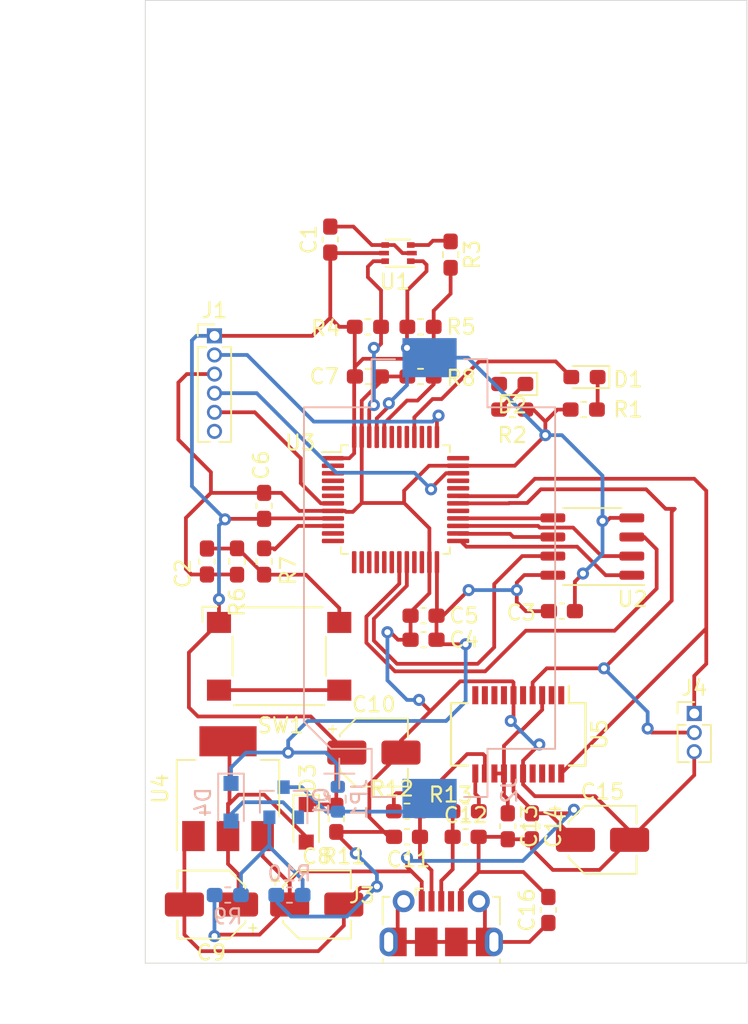
<source format=kicad_pcb>
(kicad_pcb (version 20171130) (host pcbnew "(5.1.10)-1")

  (general
    (thickness 1.6)
    (drawings 6)
    (tracks 448)
    (zones 0)
    (modules 45)
    (nets 35)
  )

  (page A4)
  (layers
    (0 F.Cu signal)
    (31 B.Cu signal)
    (32 B.Adhes user)
    (33 F.Adhes user hide)
    (34 B.Paste user)
    (35 F.Paste user hide)
    (36 B.SilkS user hide)
    (37 F.SilkS user hide)
    (38 B.Mask user)
    (39 F.Mask user hide)
    (40 Dwgs.User user)
    (41 Cmts.User user)
    (42 Eco1.User user hide)
    (43 Eco2.User user)
    (44 Edge.Cuts user)
    (45 Margin user)
    (46 B.CrtYd user)
    (47 F.CrtYd user)
    (48 B.Fab user hide)
    (49 F.Fab user hide)
  )

  (setup
    (last_trace_width 0.25)
    (trace_clearance 0.2)
    (zone_clearance 0.508)
    (zone_45_only no)
    (trace_min 0.2)
    (via_size 0.8)
    (via_drill 0.4)
    (via_min_size 0.4)
    (via_min_drill 0.3)
    (uvia_size 0.3)
    (uvia_drill 0.1)
    (uvias_allowed no)
    (uvia_min_size 0.2)
    (uvia_min_drill 0.1)
    (edge_width 0.05)
    (segment_width 0.2)
    (pcb_text_width 0.3)
    (pcb_text_size 1.5 1.5)
    (mod_edge_width 0.12)
    (mod_text_size 1 1)
    (mod_text_width 0.15)
    (pad_size 1.524 1.524)
    (pad_drill 0.762)
    (pad_to_mask_clearance 0)
    (aux_axis_origin 0 0)
    (visible_elements 7FF6FEFF)
    (pcbplotparams
      (layerselection 0x010fc_ffffffff)
      (usegerberextensions false)
      (usegerberattributes true)
      (usegerberadvancedattributes true)
      (creategerberjobfile true)
      (excludeedgelayer true)
      (linewidth 0.100000)
      (plotframeref false)
      (viasonmask false)
      (mode 1)
      (useauxorigin false)
      (hpglpennumber 1)
      (hpglpenspeed 20)
      (hpglpendiameter 15.000000)
      (psnegative false)
      (psa4output false)
      (plotreference true)
      (plotvalue true)
      (plotinvisibletext false)
      (padsonsilk false)
      (subtractmaskfromsilk false)
      (outputformat 1)
      (mirror false)
      (drillshape 1)
      (scaleselection 1)
      (outputdirectory ""))
  )

  (net 0 "")
  (net 1 GND)
  (net 2 VDC)
  (net 3 "Net-(C2-Pad2)")
  (net 4 VBUS)
  (net 5 "Net-(C9-Pad1)")
  (net 6 /001_Power/USB_DM)
  (net 7 /001_Power/USB_DP)
  (net 8 "Net-(C13-Pad1)")
  (net 9 "Net-(C16-Pad1)")
  (net 10 /USER_LED2)
  (net 11 "Net-(D1-Pad1)")
  (net 12 /USER_LED1)
  (net 13 "Net-(D2-Pad1)")
  (net 14 "Net-(D4-Pad2)")
  (net 15 /NRESET)
  (net 16 /SWDIO)
  (net 17 /SWCLK)
  (net 18 +BATT)
  (net 19 "Net-(Q1-Pad2)")
  (net 20 /TMP_ALERT)
  (net 21 /TMP_SDA)
  (net 22 /TMP_SCL)
  (net 23 /USER_BTN)
  (net 24 /BOOT0)
  (net 25 "Net-(R12-Pad2)")
  (net 26 "Net-(R13-Pad1)")
  (net 27 /FLASH_RSTN)
  (net 28 /FLASH_SCLK)
  (net 29 /FLASH_SI)
  (net 30 /FLASH_WPN)
  (net 31 /FLASH_SO)
  (net 32 /FLASH_CSN)
  (net 33 /USART1_RX)
  (net 34 /USART1_TX)

  (net_class Default "This is the default net class."
    (clearance 0.2)
    (trace_width 0.25)
    (via_dia 0.8)
    (via_drill 0.4)
    (uvia_dia 0.3)
    (uvia_drill 0.1)
    (add_net +BATT)
    (add_net /001_Power/USB_DM)
    (add_net /001_Power/USB_DP)
    (add_net /BOOT0)
    (add_net /FLASH_CSN)
    (add_net /FLASH_RSTN)
    (add_net /FLASH_SCLK)
    (add_net /FLASH_SI)
    (add_net /FLASH_SO)
    (add_net /FLASH_WPN)
    (add_net /NRESET)
    (add_net /SWCLK)
    (add_net /SWDIO)
    (add_net /TMP_ALERT)
    (add_net /TMP_SCL)
    (add_net /TMP_SDA)
    (add_net /USART1_RX)
    (add_net /USART1_TX)
    (add_net /USER_BTN)
    (add_net /USER_LED1)
    (add_net /USER_LED2)
    (add_net GND)
    (add_net "Net-(C13-Pad1)")
    (add_net "Net-(C16-Pad1)")
    (add_net "Net-(C2-Pad2)")
    (add_net "Net-(C9-Pad1)")
    (add_net "Net-(D1-Pad1)")
    (add_net "Net-(D2-Pad1)")
    (add_net "Net-(D4-Pad2)")
    (add_net "Net-(Q1-Pad2)")
    (add_net "Net-(R12-Pad2)")
    (add_net "Net-(R13-Pad1)")
    (add_net VBUS)
    (add_net VDC)
  )

  (module Button_Switch_SMD:SW_SPST_Omron_B3FS-101xP (layer F.Cu) (tedit 5E6E8E39) (tstamp 60CF9BD2)
    (at 138.9 89.6)
    (descr "Surface Mount Tactile Switch for High-Density Mounting, 4.3mm height, https://omronfs.omron.com/en_US/ecb/products/pdf/en-b3fs.pdf")
    (tags "Tactile Switch")
    (path /60C6A850)
    (attr smd)
    (fp_text reference SW1 (at 0.1 4.6) (layer F.SilkS)
      (effects (font (size 1 1) (thickness 0.15)))
    )
    (fp_text value UserBtn (at 0 4.2) (layer F.Fab)
      (effects (font (size 1 1) (thickness 0.15)))
    )
    (fp_line (start 2.9 -3.25) (end -2.9 -3.25) (layer F.SilkS) (width 0.12))
    (fp_line (start 3 3.25) (end -3 3.25) (layer F.SilkS) (width 0.12))
    (fp_line (start 3.1 -1.3) (end 3.1 1.3) (layer F.SilkS) (width 0.12))
    (fp_line (start -3.1 -1.3) (end -3.1 1.3) (layer F.SilkS) (width 0.12))
    (fp_line (start -3 -3.15) (end 3 -3.15) (layer F.Fab) (width 0.1))
    (fp_line (start 3 -3.15) (end 3 3.15) (layer F.Fab) (width 0.1))
    (fp_line (start 3 3.15) (end -3 3.15) (layer F.Fab) (width 0.1))
    (fp_line (start -3 3.15) (end -3 -3.15) (layer F.Fab) (width 0.1))
    (fp_line (start -5.05 -3.4) (end 5.05 -3.4) (layer F.CrtYd) (width 0.05))
    (fp_line (start 5.05 -3.4) (end 5.05 -1.3) (layer F.CrtYd) (width 0.05))
    (fp_line (start 5.05 -1.3) (end 3.25 -1.3) (layer F.CrtYd) (width 0.05))
    (fp_line (start 3.25 -1.3) (end 3.25 1.3) (layer F.CrtYd) (width 0.05))
    (fp_line (start 3.25 1.3) (end 5.05 1.3) (layer F.CrtYd) (width 0.05))
    (fp_line (start 5.05 1.3) (end 5.05 3.4) (layer F.CrtYd) (width 0.05))
    (fp_line (start 5.05 3.4) (end -5.05 3.4) (layer F.CrtYd) (width 0.05))
    (fp_line (start -5.05 3.4) (end -5.05 1.3) (layer F.CrtYd) (width 0.05))
    (fp_line (start -5.05 1.3) (end -3.25 1.3) (layer F.CrtYd) (width 0.05))
    (fp_line (start -3.25 1.3) (end -3.25 -1.3) (layer F.CrtYd) (width 0.05))
    (fp_line (start -3.25 -1.3) (end -5.05 -1.3) (layer F.CrtYd) (width 0.05))
    (fp_line (start -5.05 -1.3) (end -5.05 -3.4) (layer F.CrtYd) (width 0.05))
    (fp_circle (center 0 0) (end 1.5 0) (layer F.Fab) (width 0.1))
    (fp_line (start -5.1 -3.3) (end -4.1 -3.3) (layer F.SilkS) (width 0.12))
    (fp_line (start -5.1 -2.3) (end -5.1 -3.3) (layer F.SilkS) (width 0.12))
    (fp_text user %R (at 0 -2.2) (layer F.Fab)
      (effects (font (size 1 1) (thickness 0.15)))
    )
    (pad 3 smd rect (at -4 2.25 180) (size 1.6 1.4) (layers F.Cu F.Paste F.Mask))
    (pad 4 smd rect (at 4 2.25 180) (size 1.6 1.4) (layers F.Cu F.Paste F.Mask))
    (pad 1 smd rect (at -4 -2.25 180) (size 1.6 1.4) (layers F.Cu F.Paste F.Mask)
      (net 2 VDC))
    (pad 2 smd rect (at 4 -2.25 180) (size 1.6 1.4) (layers F.Cu F.Paste F.Mask)
      (net 3 "Net-(C2-Pad2)"))
    (model ${KISYS3DMOD}/Button_Switch_SMD.3dshapes/SW_SPST_Omron_B3FS-101xP.wrl
      (at (xyz 0 0 0))
      (scale (xyz 1 1 1))
      (rotate (xyz 0 0 0))
    )
  )

  (module Capacitor_SMD:CP_Elec_4x5.7 (layer F.Cu) (tedit 5BCA39CF) (tstamp 60CD32E0)
    (at 141.4 106.1)
    (descr "SMD capacitor, aluminum electrolytic, United Chemi-Con, 4.0x5.7mm")
    (tags "capacitor electrolytic")
    (path /60D5E44C/60C9E935)
    (attr smd)
    (fp_text reference C8 (at 0 -3.2) (layer F.SilkS)
      (effects (font (size 1 1) (thickness 0.15)))
    )
    (fp_text value 10uF (at 0 3.2) (layer F.Fab)
      (effects (font (size 1 1) (thickness 0.15)))
    )
    (fp_circle (center 0 0) (end 2 0) (layer F.Fab) (width 0.1))
    (fp_line (start 2.15 -2.15) (end 2.15 2.15) (layer F.Fab) (width 0.1))
    (fp_line (start -1.15 -2.15) (end 2.15 -2.15) (layer F.Fab) (width 0.1))
    (fp_line (start -1.15 2.15) (end 2.15 2.15) (layer F.Fab) (width 0.1))
    (fp_line (start -2.15 -1.15) (end -2.15 1.15) (layer F.Fab) (width 0.1))
    (fp_line (start -2.15 -1.15) (end -1.15 -2.15) (layer F.Fab) (width 0.1))
    (fp_line (start -2.15 1.15) (end -1.15 2.15) (layer F.Fab) (width 0.1))
    (fp_line (start -1.574773 -1) (end -1.174773 -1) (layer F.Fab) (width 0.1))
    (fp_line (start -1.374773 -1.2) (end -1.374773 -0.8) (layer F.Fab) (width 0.1))
    (fp_line (start 2.26 2.26) (end 2.26 1.06) (layer F.SilkS) (width 0.12))
    (fp_line (start 2.26 -2.26) (end 2.26 -1.06) (layer F.SilkS) (width 0.12))
    (fp_line (start -1.195563 -2.26) (end 2.26 -2.26) (layer F.SilkS) (width 0.12))
    (fp_line (start -1.195563 2.26) (end 2.26 2.26) (layer F.SilkS) (width 0.12))
    (fp_line (start -2.26 1.195563) (end -2.26 1.06) (layer F.SilkS) (width 0.12))
    (fp_line (start -2.26 -1.195563) (end -2.26 -1.06) (layer F.SilkS) (width 0.12))
    (fp_line (start -2.26 -1.195563) (end -1.195563 -2.26) (layer F.SilkS) (width 0.12))
    (fp_line (start -2.26 1.195563) (end -1.195563 2.26) (layer F.SilkS) (width 0.12))
    (fp_line (start -3 -1.56) (end -2.5 -1.56) (layer F.SilkS) (width 0.12))
    (fp_line (start -2.75 -1.81) (end -2.75 -1.31) (layer F.SilkS) (width 0.12))
    (fp_line (start 2.4 -2.4) (end 2.4 -1.05) (layer F.CrtYd) (width 0.05))
    (fp_line (start 2.4 -1.05) (end 3.35 -1.05) (layer F.CrtYd) (width 0.05))
    (fp_line (start 3.35 -1.05) (end 3.35 1.05) (layer F.CrtYd) (width 0.05))
    (fp_line (start 3.35 1.05) (end 2.4 1.05) (layer F.CrtYd) (width 0.05))
    (fp_line (start 2.4 1.05) (end 2.4 2.4) (layer F.CrtYd) (width 0.05))
    (fp_line (start -1.25 2.4) (end 2.4 2.4) (layer F.CrtYd) (width 0.05))
    (fp_line (start -1.25 -2.4) (end 2.4 -2.4) (layer F.CrtYd) (width 0.05))
    (fp_line (start -2.4 1.25) (end -1.25 2.4) (layer F.CrtYd) (width 0.05))
    (fp_line (start -2.4 -1.25) (end -1.25 -2.4) (layer F.CrtYd) (width 0.05))
    (fp_line (start -2.4 -1.25) (end -2.4 -1.05) (layer F.CrtYd) (width 0.05))
    (fp_line (start -2.4 1.05) (end -2.4 1.25) (layer F.CrtYd) (width 0.05))
    (fp_line (start -2.4 -1.05) (end -3.35 -1.05) (layer F.CrtYd) (width 0.05))
    (fp_line (start -3.35 -1.05) (end -3.35 1.05) (layer F.CrtYd) (width 0.05))
    (fp_line (start -3.35 1.05) (end -2.4 1.05) (layer F.CrtYd) (width 0.05))
    (fp_text user %R (at 0 0) (layer F.Fab)
      (effects (font (size 0.8 0.8) (thickness 0.12)))
    )
    (pad 2 smd roundrect (at 1.8 0) (size 2.6 1.6) (layers F.Cu F.Paste F.Mask) (roundrect_rratio 0.15625)
      (net 1 GND))
    (pad 1 smd roundrect (at -1.8 0) (size 2.6 1.6) (layers F.Cu F.Paste F.Mask) (roundrect_rratio 0.15625)
      (net 4 VBUS))
    (model ${KISYS3DMOD}/Capacitor_SMD.3dshapes/CP_Elec_4x5.7.wrl
      (at (xyz 0 0 0))
      (scale (xyz 1 1 1))
      (rotate (xyz 0 0 0))
    )
  )

  (module Capacitor_SMD:CP_Elec_4x5.7 (layer F.Cu) (tedit 5BCA39CF) (tstamp 60CD3357)
    (at 160.4 101.8)
    (descr "SMD capacitor, aluminum electrolytic, United Chemi-Con, 4.0x5.7mm")
    (tags "capacitor electrolytic")
    (path /60D5E44C/60CC9B9E)
    (attr smd)
    (fp_text reference C15 (at 0 -3.2) (layer F.SilkS)
      (effects (font (size 1 1) (thickness 0.15)))
    )
    (fp_text value 4.7uF (at 0 3.2) (layer F.Fab)
      (effects (font (size 1 1) (thickness 0.15)))
    )
    (fp_circle (center 0 0) (end 2 0) (layer F.Fab) (width 0.1))
    (fp_line (start 2.15 -2.15) (end 2.15 2.15) (layer F.Fab) (width 0.1))
    (fp_line (start -1.15 -2.15) (end 2.15 -2.15) (layer F.Fab) (width 0.1))
    (fp_line (start -1.15 2.15) (end 2.15 2.15) (layer F.Fab) (width 0.1))
    (fp_line (start -2.15 -1.15) (end -2.15 1.15) (layer F.Fab) (width 0.1))
    (fp_line (start -2.15 -1.15) (end -1.15 -2.15) (layer F.Fab) (width 0.1))
    (fp_line (start -2.15 1.15) (end -1.15 2.15) (layer F.Fab) (width 0.1))
    (fp_line (start -1.574773 -1) (end -1.174773 -1) (layer F.Fab) (width 0.1))
    (fp_line (start -1.374773 -1.2) (end -1.374773 -0.8) (layer F.Fab) (width 0.1))
    (fp_line (start 2.26 2.26) (end 2.26 1.06) (layer F.SilkS) (width 0.12))
    (fp_line (start 2.26 -2.26) (end 2.26 -1.06) (layer F.SilkS) (width 0.12))
    (fp_line (start -1.195563 -2.26) (end 2.26 -2.26) (layer F.SilkS) (width 0.12))
    (fp_line (start -1.195563 2.26) (end 2.26 2.26) (layer F.SilkS) (width 0.12))
    (fp_line (start -2.26 1.195563) (end -2.26 1.06) (layer F.SilkS) (width 0.12))
    (fp_line (start -2.26 -1.195563) (end -2.26 -1.06) (layer F.SilkS) (width 0.12))
    (fp_line (start -2.26 -1.195563) (end -1.195563 -2.26) (layer F.SilkS) (width 0.12))
    (fp_line (start -2.26 1.195563) (end -1.195563 2.26) (layer F.SilkS) (width 0.12))
    (fp_line (start -3 -1.56) (end -2.5 -1.56) (layer F.SilkS) (width 0.12))
    (fp_line (start -2.75 -1.81) (end -2.75 -1.31) (layer F.SilkS) (width 0.12))
    (fp_line (start 2.4 -2.4) (end 2.4 -1.05) (layer F.CrtYd) (width 0.05))
    (fp_line (start 2.4 -1.05) (end 3.35 -1.05) (layer F.CrtYd) (width 0.05))
    (fp_line (start 3.35 -1.05) (end 3.35 1.05) (layer F.CrtYd) (width 0.05))
    (fp_line (start 3.35 1.05) (end 2.4 1.05) (layer F.CrtYd) (width 0.05))
    (fp_line (start 2.4 1.05) (end 2.4 2.4) (layer F.CrtYd) (width 0.05))
    (fp_line (start -1.25 2.4) (end 2.4 2.4) (layer F.CrtYd) (width 0.05))
    (fp_line (start -1.25 -2.4) (end 2.4 -2.4) (layer F.CrtYd) (width 0.05))
    (fp_line (start -2.4 1.25) (end -1.25 2.4) (layer F.CrtYd) (width 0.05))
    (fp_line (start -2.4 -1.25) (end -1.25 -2.4) (layer F.CrtYd) (width 0.05))
    (fp_line (start -2.4 -1.25) (end -2.4 -1.05) (layer F.CrtYd) (width 0.05))
    (fp_line (start -2.4 1.05) (end -2.4 1.25) (layer F.CrtYd) (width 0.05))
    (fp_line (start -2.4 -1.05) (end -3.35 -1.05) (layer F.CrtYd) (width 0.05))
    (fp_line (start -3.35 -1.05) (end -3.35 1.05) (layer F.CrtYd) (width 0.05))
    (fp_line (start -3.35 1.05) (end -2.4 1.05) (layer F.CrtYd) (width 0.05))
    (fp_text user %R (at 0 0) (layer F.Fab)
      (effects (font (size 0.8 0.8) (thickness 0.12)))
    )
    (pad 2 smd roundrect (at 1.8 0) (size 2.6 1.6) (layers F.Cu F.Paste F.Mask) (roundrect_rratio 0.15625)
      (net 1 GND))
    (pad 1 smd roundrect (at -1.8 0) (size 2.6 1.6) (layers F.Cu F.Paste F.Mask) (roundrect_rratio 0.15625)
      (net 4 VBUS))
    (model ${KISYS3DMOD}/Capacitor_SMD.3dshapes/CP_Elec_4x5.7.wrl
      (at (xyz 0 0 0))
      (scale (xyz 1 1 1))
      (rotate (xyz 0 0 0))
    )
  )

  (module Capacitor_SMD:C_0603_1608Metric_Pad1.08x0.95mm_HandSolder (layer F.Cu) (tedit 5F68FEEF) (tstamp 60CD3FAA)
    (at 151.3 101.6)
    (descr "Capacitor SMD 0603 (1608 Metric), square (rectangular) end terminal, IPC_7351 nominal with elongated pad for handsoldering. (Body size source: IPC-SM-782 page 76, https://www.pcb-3d.com/wordpress/wp-content/uploads/ipc-sm-782a_amendment_1_and_2.pdf), generated with kicad-footprint-generator")
    (tags "capacitor handsolder")
    (path /60D5E44C/60C9866F)
    (attr smd)
    (fp_text reference C12 (at 0 -1.43) (layer F.SilkS)
      (effects (font (size 1 1) (thickness 0.15)))
    )
    (fp_text value 47p (at 0 1.43) (layer F.Fab)
      (effects (font (size 1 1) (thickness 0.15)))
    )
    (fp_line (start -0.8 0.4) (end -0.8 -0.4) (layer F.Fab) (width 0.1))
    (fp_line (start -0.8 -0.4) (end 0.8 -0.4) (layer F.Fab) (width 0.1))
    (fp_line (start 0.8 -0.4) (end 0.8 0.4) (layer F.Fab) (width 0.1))
    (fp_line (start 0.8 0.4) (end -0.8 0.4) (layer F.Fab) (width 0.1))
    (fp_line (start -0.146267 -0.51) (end 0.146267 -0.51) (layer F.SilkS) (width 0.12))
    (fp_line (start -0.146267 0.51) (end 0.146267 0.51) (layer F.SilkS) (width 0.12))
    (fp_line (start -1.65 0.73) (end -1.65 -0.73) (layer F.CrtYd) (width 0.05))
    (fp_line (start -1.65 -0.73) (end 1.65 -0.73) (layer F.CrtYd) (width 0.05))
    (fp_line (start 1.65 -0.73) (end 1.65 0.73) (layer F.CrtYd) (width 0.05))
    (fp_line (start 1.65 0.73) (end -1.65 0.73) (layer F.CrtYd) (width 0.05))
    (fp_text user %R (at 0 0) (layer F.Fab)
      (effects (font (size 0.4 0.4) (thickness 0.06)))
    )
    (pad 2 smd roundrect (at 0.8625 0) (size 1.075 0.95) (layers F.Cu F.Paste F.Mask) (roundrect_rratio 0.25)
      (net 1 GND))
    (pad 1 smd roundrect (at -0.8625 0) (size 1.075 0.95) (layers F.Cu F.Paste F.Mask) (roundrect_rratio 0.25)
      (net 7 /001_Power/USB_DP))
    (model ${KISYS3DMOD}/Capacitor_SMD.3dshapes/C_0603_1608Metric.wrl
      (at (xyz 0 0 0))
      (scale (xyz 1 1 1))
      (rotate (xyz 0 0 0))
    )
  )

  (module Capacitor_SMD:C_0603_1608Metric_Pad1.08x0.95mm_HandSolder (layer F.Cu) (tedit 5F68FEEF) (tstamp 60CF91CA)
    (at 147.4 101.6 180)
    (descr "Capacitor SMD 0603 (1608 Metric), square (rectangular) end terminal, IPC_7351 nominal with elongated pad for handsoldering. (Body size source: IPC-SM-782 page 76, https://www.pcb-3d.com/wordpress/wp-content/uploads/ipc-sm-782a_amendment_1_and_2.pdf), generated with kicad-footprint-generator")
    (tags "capacitor handsolder")
    (path /60D5E44C/60C970F5)
    (attr smd)
    (fp_text reference C11 (at -0.1 -1.5) (layer F.SilkS)
      (effects (font (size 1 1) (thickness 0.15)))
    )
    (fp_text value 47p (at 0 1.43) (layer F.Fab)
      (effects (font (size 1 1) (thickness 0.15)))
    )
    (fp_line (start -0.8 0.4) (end -0.8 -0.4) (layer F.Fab) (width 0.1))
    (fp_line (start -0.8 -0.4) (end 0.8 -0.4) (layer F.Fab) (width 0.1))
    (fp_line (start 0.8 -0.4) (end 0.8 0.4) (layer F.Fab) (width 0.1))
    (fp_line (start 0.8 0.4) (end -0.8 0.4) (layer F.Fab) (width 0.1))
    (fp_line (start -0.146267 -0.51) (end 0.146267 -0.51) (layer F.SilkS) (width 0.12))
    (fp_line (start -0.146267 0.51) (end 0.146267 0.51) (layer F.SilkS) (width 0.12))
    (fp_line (start -1.65 0.73) (end -1.65 -0.73) (layer F.CrtYd) (width 0.05))
    (fp_line (start -1.65 -0.73) (end 1.65 -0.73) (layer F.CrtYd) (width 0.05))
    (fp_line (start 1.65 -0.73) (end 1.65 0.73) (layer F.CrtYd) (width 0.05))
    (fp_line (start 1.65 0.73) (end -1.65 0.73) (layer F.CrtYd) (width 0.05))
    (fp_text user %R (at 0 0) (layer F.Fab)
      (effects (font (size 0.4 0.4) (thickness 0.06)))
    )
    (pad 2 smd roundrect (at 0.8625 0 180) (size 1.075 0.95) (layers F.Cu F.Paste F.Mask) (roundrect_rratio 0.25)
      (net 1 GND))
    (pad 1 smd roundrect (at -0.8625 0 180) (size 1.075 0.95) (layers F.Cu F.Paste F.Mask) (roundrect_rratio 0.25)
      (net 6 /001_Power/USB_DM))
    (model ${KISYS3DMOD}/Capacitor_SMD.3dshapes/C_0603_1608Metric.wrl
      (at (xyz 0 0 0))
      (scale (xyz 1 1 1))
      (rotate (xyz 0 0 0))
    )
  )

  (module Connector_PinHeader_1.27mm:PinHeader_1x03_P1.27mm_Vertical (layer F.Cu) (tedit 59FED6E3) (tstamp 60CF6402)
    (at 166.5 93.4)
    (descr "Through hole straight pin header, 1x03, 1.27mm pitch, single row")
    (tags "Through hole pin header THT 1x03 1.27mm single row")
    (path /60D0250A)
    (fp_text reference J4 (at 0 -1.695) (layer F.SilkS)
      (effects (font (size 1 1) (thickness 0.15)))
    )
    (fp_text value UART (at 0 4.235) (layer F.Fab)
      (effects (font (size 1 1) (thickness 0.15)))
    )
    (fp_line (start -0.525 -0.635) (end 1.05 -0.635) (layer F.Fab) (width 0.1))
    (fp_line (start 1.05 -0.635) (end 1.05 3.175) (layer F.Fab) (width 0.1))
    (fp_line (start 1.05 3.175) (end -1.05 3.175) (layer F.Fab) (width 0.1))
    (fp_line (start -1.05 3.175) (end -1.05 -0.11) (layer F.Fab) (width 0.1))
    (fp_line (start -1.05 -0.11) (end -0.525 -0.635) (layer F.Fab) (width 0.1))
    (fp_line (start -1.11 3.235) (end -0.30753 3.235) (layer F.SilkS) (width 0.12))
    (fp_line (start 0.30753 3.235) (end 1.11 3.235) (layer F.SilkS) (width 0.12))
    (fp_line (start -1.11 0.76) (end -1.11 3.235) (layer F.SilkS) (width 0.12))
    (fp_line (start 1.11 0.76) (end 1.11 3.235) (layer F.SilkS) (width 0.12))
    (fp_line (start -1.11 0.76) (end -0.563471 0.76) (layer F.SilkS) (width 0.12))
    (fp_line (start 0.563471 0.76) (end 1.11 0.76) (layer F.SilkS) (width 0.12))
    (fp_line (start -1.11 0) (end -1.11 -0.76) (layer F.SilkS) (width 0.12))
    (fp_line (start -1.11 -0.76) (end 0 -0.76) (layer F.SilkS) (width 0.12))
    (fp_line (start -1.55 -1.15) (end -1.55 3.7) (layer F.CrtYd) (width 0.05))
    (fp_line (start -1.55 3.7) (end 1.55 3.7) (layer F.CrtYd) (width 0.05))
    (fp_line (start 1.55 3.7) (end 1.55 -1.15) (layer F.CrtYd) (width 0.05))
    (fp_line (start 1.55 -1.15) (end -1.55 -1.15) (layer F.CrtYd) (width 0.05))
    (fp_text user %R (at 0 1.27 90) (layer F.Fab)
      (effects (font (size 1 1) (thickness 0.15)))
    )
    (pad 3 thru_hole oval (at 0 2.54) (size 1 1) (drill 0.65) (layers *.Cu *.Mask)
      (net 1 GND))
    (pad 2 thru_hole oval (at 0 1.27) (size 1 1) (drill 0.65) (layers *.Cu *.Mask)
      (net 34 /USART1_TX))
    (pad 1 thru_hole rect (at 0 0) (size 1 1) (drill 0.65) (layers *.Cu *.Mask)
      (net 33 /USART1_RX))
    (model ${KISYS3DMOD}/Connector_PinHeader_1.27mm.3dshapes/PinHeader_1x03_P1.27mm_Vertical.wrl
      (at (xyz 0 0 0))
      (scale (xyz 1 1 1))
      (rotate (xyz 0 0 0))
    )
  )

  (module Diode_SMD:D_SOD-323_HandSoldering (layer B.Cu) (tedit 58641869) (tstamp 60CD33BE)
    (at 135.7 99.3 270)
    (descr SOD-323)
    (tags SOD-323)
    (path /60D5E44C/60CC256F)
    (attr smd)
    (fp_text reference D4 (at 0 1.85 90) (layer B.SilkS)
      (effects (font (size 1 1) (thickness 0.15)) (justify mirror))
    )
    (fp_text value D_Schottky (at 0.1 -1.9 90) (layer B.Fab)
      (effects (font (size 1 1) (thickness 0.15)) (justify mirror))
    )
    (fp_line (start -1.9 0.85) (end -1.9 -0.85) (layer B.SilkS) (width 0.12))
    (fp_line (start 0.2 0) (end 0.45 0) (layer B.Fab) (width 0.1))
    (fp_line (start 0.2 -0.35) (end -0.3 0) (layer B.Fab) (width 0.1))
    (fp_line (start 0.2 0.35) (end 0.2 -0.35) (layer B.Fab) (width 0.1))
    (fp_line (start -0.3 0) (end 0.2 0.35) (layer B.Fab) (width 0.1))
    (fp_line (start -0.3 0) (end -0.5 0) (layer B.Fab) (width 0.1))
    (fp_line (start -0.3 0.35) (end -0.3 -0.35) (layer B.Fab) (width 0.1))
    (fp_line (start -0.9 -0.7) (end -0.9 0.7) (layer B.Fab) (width 0.1))
    (fp_line (start 0.9 -0.7) (end -0.9 -0.7) (layer B.Fab) (width 0.1))
    (fp_line (start 0.9 0.7) (end 0.9 -0.7) (layer B.Fab) (width 0.1))
    (fp_line (start -0.9 0.7) (end 0.9 0.7) (layer B.Fab) (width 0.1))
    (fp_line (start -2 0.95) (end 2 0.95) (layer B.CrtYd) (width 0.05))
    (fp_line (start 2 0.95) (end 2 -0.95) (layer B.CrtYd) (width 0.05))
    (fp_line (start -2 -0.95) (end 2 -0.95) (layer B.CrtYd) (width 0.05))
    (fp_line (start -2 0.95) (end -2 -0.95) (layer B.CrtYd) (width 0.05))
    (fp_line (start -1.9 -0.85) (end 1.25 -0.85) (layer B.SilkS) (width 0.12))
    (fp_line (start -1.9 0.85) (end 1.25 0.85) (layer B.SilkS) (width 0.12))
    (fp_text user %R (at 0 1.85 90) (layer B.Fab)
      (effects (font (size 1 1) (thickness 0.15)) (justify mirror))
    )
    (pad 2 smd rect (at 1.25 0 270) (size 1 1) (layers B.Cu B.Paste B.Mask)
      (net 14 "Net-(D4-Pad2)"))
    (pad 1 smd rect (at -1.25 0 270) (size 1 1) (layers B.Cu B.Paste B.Mask)
      (net 2 VDC))
    (model ${KISYS3DMOD}/Diode_SMD.3dshapes/D_SOD-323.wrl
      (at (xyz 0 0 0))
      (scale (xyz 1 1 1))
      (rotate (xyz 0 0 0))
    )
  )

  (module Diode_SMD:D_SOD-323_HandSoldering (layer F.Cu) (tedit 58641869) (tstamp 60CD33A6)
    (at 140.7 100.7 270)
    (descr SOD-323)
    (tags SOD-323)
    (path /60D5E44C/60CC2A39)
    (attr smd)
    (fp_text reference D3 (at -3 -0.1 90) (layer F.SilkS)
      (effects (font (size 1 1) (thickness 0.15)))
    )
    (fp_text value D_Schottky (at 0.1 1.9 90) (layer F.Fab)
      (effects (font (size 1 1) (thickness 0.15)))
    )
    (fp_line (start -1.9 -0.85) (end -1.9 0.85) (layer F.SilkS) (width 0.12))
    (fp_line (start 0.2 0) (end 0.45 0) (layer F.Fab) (width 0.1))
    (fp_line (start 0.2 0.35) (end -0.3 0) (layer F.Fab) (width 0.1))
    (fp_line (start 0.2 -0.35) (end 0.2 0.35) (layer F.Fab) (width 0.1))
    (fp_line (start -0.3 0) (end 0.2 -0.35) (layer F.Fab) (width 0.1))
    (fp_line (start -0.3 0) (end -0.5 0) (layer F.Fab) (width 0.1))
    (fp_line (start -0.3 -0.35) (end -0.3 0.35) (layer F.Fab) (width 0.1))
    (fp_line (start -0.9 0.7) (end -0.9 -0.7) (layer F.Fab) (width 0.1))
    (fp_line (start 0.9 0.7) (end -0.9 0.7) (layer F.Fab) (width 0.1))
    (fp_line (start 0.9 -0.7) (end 0.9 0.7) (layer F.Fab) (width 0.1))
    (fp_line (start -0.9 -0.7) (end 0.9 -0.7) (layer F.Fab) (width 0.1))
    (fp_line (start -2 -0.95) (end 2 -0.95) (layer F.CrtYd) (width 0.05))
    (fp_line (start 2 -0.95) (end 2 0.95) (layer F.CrtYd) (width 0.05))
    (fp_line (start -2 0.95) (end 2 0.95) (layer F.CrtYd) (width 0.05))
    (fp_line (start -2 -0.95) (end -2 0.95) (layer F.CrtYd) (width 0.05))
    (fp_line (start -1.9 0.85) (end 1.25 0.85) (layer F.SilkS) (width 0.12))
    (fp_line (start -1.9 -0.85) (end 1.25 -0.85) (layer F.SilkS) (width 0.12))
    (fp_text user %R (at 0 -1.85 90) (layer F.Fab)
      (effects (font (size 1 1) (thickness 0.15)))
    )
    (pad 2 smd rect (at 1.25 0 270) (size 1 1) (layers F.Cu F.Paste F.Mask)
      (net 5 "Net-(C9-Pad1)"))
    (pad 1 smd rect (at -1.25 0 270) (size 1 1) (layers F.Cu F.Paste F.Mask)
      (net 2 VDC))
    (model ${KISYS3DMOD}/Diode_SMD.3dshapes/D_SOD-323.wrl
      (at (xyz 0 0 0))
      (scale (xyz 1 1 1))
      (rotate (xyz 0 0 0))
    )
  )

  (module LED_SMD:LED_0603_1608Metric_Pad1.05x0.95mm_HandSolder (layer F.Cu) (tedit 5F68FEF1) (tstamp 60CD338E)
    (at 154.4 71.5 180)
    (descr "LED SMD 0603 (1608 Metric), square (rectangular) end terminal, IPC_7351 nominal, (Body size source: http://www.tortai-tech.com/upload/download/2011102023233369053.pdf), generated with kicad-footprint-generator")
    (tags "LED handsolder")
    (path /60C5A81E)
    (attr smd)
    (fp_text reference D2 (at 0 -1.43) (layer F.SilkS)
      (effects (font (size 1 1) (thickness 0.15)))
    )
    (fp_text value Led2 (at 0 1.43) (layer F.Fab)
      (effects (font (size 1 1) (thickness 0.15)))
    )
    (fp_line (start 0.8 -0.4) (end -0.5 -0.4) (layer F.Fab) (width 0.1))
    (fp_line (start -0.5 -0.4) (end -0.8 -0.1) (layer F.Fab) (width 0.1))
    (fp_line (start -0.8 -0.1) (end -0.8 0.4) (layer F.Fab) (width 0.1))
    (fp_line (start -0.8 0.4) (end 0.8 0.4) (layer F.Fab) (width 0.1))
    (fp_line (start 0.8 0.4) (end 0.8 -0.4) (layer F.Fab) (width 0.1))
    (fp_line (start 0.8 -0.735) (end -1.66 -0.735) (layer F.SilkS) (width 0.12))
    (fp_line (start -1.66 -0.735) (end -1.66 0.735) (layer F.SilkS) (width 0.12))
    (fp_line (start -1.66 0.735) (end 0.8 0.735) (layer F.SilkS) (width 0.12))
    (fp_line (start -1.65 0.73) (end -1.65 -0.73) (layer F.CrtYd) (width 0.05))
    (fp_line (start -1.65 -0.73) (end 1.65 -0.73) (layer F.CrtYd) (width 0.05))
    (fp_line (start 1.65 -0.73) (end 1.65 0.73) (layer F.CrtYd) (width 0.05))
    (fp_line (start 1.65 0.73) (end -1.65 0.73) (layer F.CrtYd) (width 0.05))
    (fp_text user %R (at 0 0) (layer F.Fab)
      (effects (font (size 0.4 0.4) (thickness 0.06)))
    )
    (pad 2 smd roundrect (at 0.875 0 180) (size 1.05 0.95) (layers F.Cu F.Paste F.Mask) (roundrect_rratio 0.25)
      (net 12 /USER_LED1))
    (pad 1 smd roundrect (at -0.875 0 180) (size 1.05 0.95) (layers F.Cu F.Paste F.Mask) (roundrect_rratio 0.25)
      (net 13 "Net-(D2-Pad1)"))
    (model ${KISYS3DMOD}/LED_SMD.3dshapes/LED_0603_1608Metric.wrl
      (at (xyz 0 0 0))
      (scale (xyz 1 1 1))
      (rotate (xyz 0 0 0))
    )
  )

  (module LED_SMD:LED_0603_1608Metric_Pad1.05x0.95mm_HandSolder (layer F.Cu) (tedit 5F68FEF1) (tstamp 60CF9B8F)
    (at 159.2 71.04 180)
    (descr "LED SMD 0603 (1608 Metric), square (rectangular) end terminal, IPC_7351 nominal, (Body size source: http://www.tortai-tech.com/upload/download/2011102023233369053.pdf), generated with kicad-footprint-generator")
    (tags "LED handsolder")
    (path /60DFD0E4)
    (attr smd)
    (fp_text reference D1 (at -2.9 -0.16) (layer F.SilkS)
      (effects (font (size 1 1) (thickness 0.15)))
    )
    (fp_text value Led1 (at 0 1.43) (layer F.Fab)
      (effects (font (size 1 1) (thickness 0.15)))
    )
    (fp_line (start 0.8 -0.4) (end -0.5 -0.4) (layer F.Fab) (width 0.1))
    (fp_line (start -0.5 -0.4) (end -0.8 -0.1) (layer F.Fab) (width 0.1))
    (fp_line (start -0.8 -0.1) (end -0.8 0.4) (layer F.Fab) (width 0.1))
    (fp_line (start -0.8 0.4) (end 0.8 0.4) (layer F.Fab) (width 0.1))
    (fp_line (start 0.8 0.4) (end 0.8 -0.4) (layer F.Fab) (width 0.1))
    (fp_line (start 0.8 -0.735) (end -1.66 -0.735) (layer F.SilkS) (width 0.12))
    (fp_line (start -1.66 -0.735) (end -1.66 0.735) (layer F.SilkS) (width 0.12))
    (fp_line (start -1.66 0.735) (end 0.8 0.735) (layer F.SilkS) (width 0.12))
    (fp_line (start -1.65 0.73) (end -1.65 -0.73) (layer F.CrtYd) (width 0.05))
    (fp_line (start -1.65 -0.73) (end 1.65 -0.73) (layer F.CrtYd) (width 0.05))
    (fp_line (start 1.65 -0.73) (end 1.65 0.73) (layer F.CrtYd) (width 0.05))
    (fp_line (start 1.65 0.73) (end -1.65 0.73) (layer F.CrtYd) (width 0.05))
    (fp_text user %R (at 0 0) (layer F.Fab)
      (effects (font (size 0.4 0.4) (thickness 0.06)))
    )
    (pad 2 smd roundrect (at 0.875 0 180) (size 1.05 0.95) (layers F.Cu F.Paste F.Mask) (roundrect_rratio 0.25)
      (net 10 /USER_LED2))
    (pad 1 smd roundrect (at -0.875 0 180) (size 1.05 0.95) (layers F.Cu F.Paste F.Mask) (roundrect_rratio 0.25)
      (net 11 "Net-(D1-Pad1)"))
    (model ${KISYS3DMOD}/LED_SMD.3dshapes/LED_0603_1608Metric.wrl
      (at (xyz 0 0 0))
      (scale (xyz 1 1 1))
      (rotate (xyz 0 0 0))
    )
  )

  (module Capacitor_SMD:CP_Elec_4x5.7 (layer F.Cu) (tedit 5BCA39CF) (tstamp 60CD3302)
    (at 145.2 96)
    (descr "SMD capacitor, aluminum electrolytic, United Chemi-Con, 4.0x5.7mm")
    (tags "capacitor electrolytic")
    (path /60D5E44C/60CCEFE5)
    (attr smd)
    (fp_text reference C10 (at 0 -3.2) (layer F.SilkS)
      (effects (font (size 1 1) (thickness 0.15)))
    )
    (fp_text value 10uF (at 0 3.2) (layer F.Fab)
      (effects (font (size 1 1) (thickness 0.15)))
    )
    (fp_circle (center 0 0) (end 2 0) (layer F.Fab) (width 0.1))
    (fp_line (start 2.15 -2.15) (end 2.15 2.15) (layer F.Fab) (width 0.1))
    (fp_line (start -1.15 -2.15) (end 2.15 -2.15) (layer F.Fab) (width 0.1))
    (fp_line (start -1.15 2.15) (end 2.15 2.15) (layer F.Fab) (width 0.1))
    (fp_line (start -2.15 -1.15) (end -2.15 1.15) (layer F.Fab) (width 0.1))
    (fp_line (start -2.15 -1.15) (end -1.15 -2.15) (layer F.Fab) (width 0.1))
    (fp_line (start -2.15 1.15) (end -1.15 2.15) (layer F.Fab) (width 0.1))
    (fp_line (start -1.574773 -1) (end -1.174773 -1) (layer F.Fab) (width 0.1))
    (fp_line (start -1.374773 -1.2) (end -1.374773 -0.8) (layer F.Fab) (width 0.1))
    (fp_line (start 2.26 2.26) (end 2.26 1.06) (layer F.SilkS) (width 0.12))
    (fp_line (start 2.26 -2.26) (end 2.26 -1.06) (layer F.SilkS) (width 0.12))
    (fp_line (start -1.195563 -2.26) (end 2.26 -2.26) (layer F.SilkS) (width 0.12))
    (fp_line (start -1.195563 2.26) (end 2.26 2.26) (layer F.SilkS) (width 0.12))
    (fp_line (start -2.26 1.195563) (end -2.26 1.06) (layer F.SilkS) (width 0.12))
    (fp_line (start -2.26 -1.195563) (end -2.26 -1.06) (layer F.SilkS) (width 0.12))
    (fp_line (start -2.26 -1.195563) (end -1.195563 -2.26) (layer F.SilkS) (width 0.12))
    (fp_line (start -2.26 1.195563) (end -1.195563 2.26) (layer F.SilkS) (width 0.12))
    (fp_line (start -3 -1.56) (end -2.5 -1.56) (layer F.SilkS) (width 0.12))
    (fp_line (start -2.75 -1.81) (end -2.75 -1.31) (layer F.SilkS) (width 0.12))
    (fp_line (start 2.4 -2.4) (end 2.4 -1.05) (layer F.CrtYd) (width 0.05))
    (fp_line (start 2.4 -1.05) (end 3.35 -1.05) (layer F.CrtYd) (width 0.05))
    (fp_line (start 3.35 -1.05) (end 3.35 1.05) (layer F.CrtYd) (width 0.05))
    (fp_line (start 3.35 1.05) (end 2.4 1.05) (layer F.CrtYd) (width 0.05))
    (fp_line (start 2.4 1.05) (end 2.4 2.4) (layer F.CrtYd) (width 0.05))
    (fp_line (start -1.25 2.4) (end 2.4 2.4) (layer F.CrtYd) (width 0.05))
    (fp_line (start -1.25 -2.4) (end 2.4 -2.4) (layer F.CrtYd) (width 0.05))
    (fp_line (start -2.4 1.25) (end -1.25 2.4) (layer F.CrtYd) (width 0.05))
    (fp_line (start -2.4 -1.25) (end -1.25 -2.4) (layer F.CrtYd) (width 0.05))
    (fp_line (start -2.4 -1.25) (end -2.4 -1.05) (layer F.CrtYd) (width 0.05))
    (fp_line (start -2.4 1.05) (end -2.4 1.25) (layer F.CrtYd) (width 0.05))
    (fp_line (start -2.4 -1.05) (end -3.35 -1.05) (layer F.CrtYd) (width 0.05))
    (fp_line (start -3.35 -1.05) (end -3.35 1.05) (layer F.CrtYd) (width 0.05))
    (fp_line (start -3.35 1.05) (end -2.4 1.05) (layer F.CrtYd) (width 0.05))
    (fp_text user %R (at 0 0) (layer F.Fab)
      (effects (font (size 0.8 0.8) (thickness 0.12)))
    )
    (pad 2 smd roundrect (at 1.8 0) (size 2.6 1.6) (layers F.Cu F.Paste F.Mask) (roundrect_rratio 0.15625)
      (net 1 GND))
    (pad 1 smd roundrect (at -1.8 0) (size 2.6 1.6) (layers F.Cu F.Paste F.Mask) (roundrect_rratio 0.15625)
      (net 2 VDC))
    (model ${KISYS3DMOD}/Capacitor_SMD.3dshapes/CP_Elec_4x5.7.wrl
      (at (xyz 0 0 0))
      (scale (xyz 1 1 1))
      (rotate (xyz 0 0 0))
    )
  )

  (module Capacitor_SMD:CP_Elec_4x5.7 (layer F.Cu) (tedit 5BCA39CF) (tstamp 60CD32F1)
    (at 134.4 106.1 180)
    (descr "SMD capacitor, aluminum electrolytic, United Chemi-Con, 4.0x5.7mm")
    (tags "capacitor electrolytic")
    (path /60D5E44C/60D6C383)
    (attr smd)
    (fp_text reference C9 (at 0 -3.2) (layer F.SilkS)
      (effects (font (size 1 1) (thickness 0.15)))
    )
    (fp_text value 22uF (at 0 3.2) (layer F.Fab)
      (effects (font (size 1 1) (thickness 0.15)))
    )
    (fp_text user %R (at 0 0) (layer F.Fab)
      (effects (font (size 0.8 0.8) (thickness 0.12)))
    )
    (fp_line (start -3.35 1.05) (end -2.4 1.05) (layer F.CrtYd) (width 0.05))
    (fp_line (start -3.35 -1.05) (end -3.35 1.05) (layer F.CrtYd) (width 0.05))
    (fp_line (start -2.4 -1.05) (end -3.35 -1.05) (layer F.CrtYd) (width 0.05))
    (fp_line (start -2.4 1.05) (end -2.4 1.25) (layer F.CrtYd) (width 0.05))
    (fp_line (start -2.4 -1.25) (end -2.4 -1.05) (layer F.CrtYd) (width 0.05))
    (fp_line (start -2.4 -1.25) (end -1.25 -2.4) (layer F.CrtYd) (width 0.05))
    (fp_line (start -2.4 1.25) (end -1.25 2.4) (layer F.CrtYd) (width 0.05))
    (fp_line (start -1.25 -2.4) (end 2.4 -2.4) (layer F.CrtYd) (width 0.05))
    (fp_line (start -1.25 2.4) (end 2.4 2.4) (layer F.CrtYd) (width 0.05))
    (fp_line (start 2.4 1.05) (end 2.4 2.4) (layer F.CrtYd) (width 0.05))
    (fp_line (start 3.35 1.05) (end 2.4 1.05) (layer F.CrtYd) (width 0.05))
    (fp_line (start 3.35 -1.05) (end 3.35 1.05) (layer F.CrtYd) (width 0.05))
    (fp_line (start 2.4 -1.05) (end 3.35 -1.05) (layer F.CrtYd) (width 0.05))
    (fp_line (start 2.4 -2.4) (end 2.4 -1.05) (layer F.CrtYd) (width 0.05))
    (fp_line (start -2.75 -1.81) (end -2.75 -1.31) (layer F.SilkS) (width 0.12))
    (fp_line (start -3 -1.56) (end -2.5 -1.56) (layer F.SilkS) (width 0.12))
    (fp_line (start -2.26 1.195563) (end -1.195563 2.26) (layer F.SilkS) (width 0.12))
    (fp_line (start -2.26 -1.195563) (end -1.195563 -2.26) (layer F.SilkS) (width 0.12))
    (fp_line (start -2.26 -1.195563) (end -2.26 -1.06) (layer F.SilkS) (width 0.12))
    (fp_line (start -2.26 1.195563) (end -2.26 1.06) (layer F.SilkS) (width 0.12))
    (fp_line (start -1.195563 2.26) (end 2.26 2.26) (layer F.SilkS) (width 0.12))
    (fp_line (start -1.195563 -2.26) (end 2.26 -2.26) (layer F.SilkS) (width 0.12))
    (fp_line (start 2.26 -2.26) (end 2.26 -1.06) (layer F.SilkS) (width 0.12))
    (fp_line (start 2.26 2.26) (end 2.26 1.06) (layer F.SilkS) (width 0.12))
    (fp_line (start -1.374773 -1.2) (end -1.374773 -0.8) (layer F.Fab) (width 0.1))
    (fp_line (start -1.574773 -1) (end -1.174773 -1) (layer F.Fab) (width 0.1))
    (fp_line (start -2.15 1.15) (end -1.15 2.15) (layer F.Fab) (width 0.1))
    (fp_line (start -2.15 -1.15) (end -1.15 -2.15) (layer F.Fab) (width 0.1))
    (fp_line (start -2.15 -1.15) (end -2.15 1.15) (layer F.Fab) (width 0.1))
    (fp_line (start -1.15 2.15) (end 2.15 2.15) (layer F.Fab) (width 0.1))
    (fp_line (start -1.15 -2.15) (end 2.15 -2.15) (layer F.Fab) (width 0.1))
    (fp_line (start 2.15 -2.15) (end 2.15 2.15) (layer F.Fab) (width 0.1))
    (fp_circle (center 0 0) (end 2 0) (layer F.Fab) (width 0.1))
    (pad 1 smd roundrect (at -1.8 0 180) (size 2.6 1.6) (layers F.Cu F.Paste F.Mask) (roundrect_rratio 0.15625)
      (net 5 "Net-(C9-Pad1)"))
    (pad 2 smd roundrect (at 1.8 0 180) (size 2.6 1.6) (layers F.Cu F.Paste F.Mask) (roundrect_rratio 0.15625)
      (net 1 GND))
    (model ${KISYS3DMOD}/Capacitor_SMD.3dshapes/CP_Elec_4x5.7.wrl
      (at (xyz 0 0 0))
      (scale (xyz 1 1 1))
      (rotate (xyz 0 0 0))
    )
  )

  (module Package_SO:SSOP-20_3.9x8.7mm_P0.635mm (layer F.Cu) (tedit 5A4A2523) (tstamp 60CD362D)
    (at 154.8 94.79 270)
    (descr "SSOP20: plastic shrink small outline package; 24 leads; body width 3.9 mm; lead pitch 0.635; (see http://www.ftdichip.com/Support/Documents/DataSheets/ICs/DS_FT231X.pdf)")
    (tags "SSOP 0.635")
    (path /60D5E44C/60D6C304)
    (attr smd)
    (fp_text reference U5 (at 0 -5.4 90) (layer F.SilkS)
      (effects (font (size 1 1) (thickness 0.15)))
    )
    (fp_text value FT231XS (at 0 5.4 90) (layer F.Fab)
      (effects (font (size 1 1) (thickness 0.15)))
    )
    (fp_line (start -2.075 -3.365) (end -3.2 -3.365) (layer F.SilkS) (width 0.15))
    (fp_line (start -2.075 4.475) (end 2.075 4.475) (layer F.SilkS) (width 0.15))
    (fp_line (start -2.075 -4.475) (end 2.075 -4.475) (layer F.SilkS) (width 0.15))
    (fp_line (start -2.075 4.475) (end -2.075 3.365) (layer F.SilkS) (width 0.15))
    (fp_line (start 2.075 4.475) (end 2.075 3.365) (layer F.SilkS) (width 0.15))
    (fp_line (start 2.075 -4.475) (end 2.075 -3.365) (layer F.SilkS) (width 0.15))
    (fp_line (start -2.075 -3.365) (end -2.075 -4.475) (layer F.SilkS) (width 0.15))
    (fp_line (start -3.45 4.65) (end 3.45 4.65) (layer F.CrtYd) (width 0.05))
    (fp_line (start -3.45 -4.65) (end 3.45 -4.65) (layer F.CrtYd) (width 0.05))
    (fp_line (start 3.45 -4.65) (end 3.45 4.65) (layer F.CrtYd) (width 0.05))
    (fp_line (start -3.45 -4.65) (end -3.45 4.65) (layer F.CrtYd) (width 0.05))
    (fp_line (start -1.95 -3.35) (end -0.95 -4.35) (layer F.Fab) (width 0.15))
    (fp_line (start -1.95 4.35) (end -1.95 -3.35) (layer F.Fab) (width 0.15))
    (fp_line (start 1.95 4.35) (end -1.95 4.35) (layer F.Fab) (width 0.15))
    (fp_line (start 1.95 -4.35) (end 1.95 4.35) (layer F.Fab) (width 0.15))
    (fp_line (start -0.95 -4.35) (end 1.95 -4.35) (layer F.Fab) (width 0.15))
    (fp_text user %R (at 0 0 90) (layer F.Fab)
      (effects (font (size 0.8 0.8) (thickness 0.15)))
    )
    (pad 20 smd rect (at 2.6 -2.8575 270) (size 1.2 0.4) (layers F.Cu F.Paste F.Mask)
      (net 33 /USART1_RX))
    (pad 19 smd rect (at 2.6 -2.2225 270) (size 1.2 0.4) (layers F.Cu F.Paste F.Mask))
    (pad 18 smd rect (at 2.6 -1.5875 270) (size 1.2 0.4) (layers F.Cu F.Paste F.Mask))
    (pad 17 smd rect (at 2.6 -0.9525 270) (size 1.2 0.4) (layers F.Cu F.Paste F.Mask))
    (pad 16 smd rect (at 2.6 -0.3175 270) (size 1.2 0.4) (layers F.Cu F.Paste F.Mask)
      (net 1 GND))
    (pad 15 smd rect (at 2.6 0.3175 270) (size 1.2 0.4) (layers F.Cu F.Paste F.Mask)
      (net 4 VBUS))
    (pad 14 smd rect (at 2.6 0.9525 270) (size 1.2 0.4) (layers F.Cu F.Paste F.Mask)
      (net 8 "Net-(C13-Pad1)"))
    (pad 13 smd rect (at 2.6 1.5875 270) (size 1.2 0.4) (layers F.Cu F.Paste F.Mask)
      (net 8 "Net-(C13-Pad1)"))
    (pad 12 smd rect (at 2.6 2.2225 270) (size 1.2 0.4) (layers F.Cu F.Paste F.Mask)
      (net 25 "Net-(R12-Pad2)"))
    (pad 11 smd rect (at 2.6 2.8575 270) (size 1.2 0.4) (layers F.Cu F.Paste F.Mask)
      (net 26 "Net-(R13-Pad1)"))
    (pad 10 smd rect (at -2.6 2.8575 270) (size 1.2 0.4) (layers F.Cu F.Paste F.Mask))
    (pad 9 smd rect (at -2.6 2.2225 270) (size 1.2 0.4) (layers F.Cu F.Paste F.Mask))
    (pad 8 smd rect (at -2.6 1.5875 270) (size 1.2 0.4) (layers F.Cu F.Paste F.Mask))
    (pad 7 smd rect (at -2.6 0.9525 270) (size 1.2 0.4) (layers F.Cu F.Paste F.Mask))
    (pad 6 smd rect (at -2.6 0.3175 270) (size 1.2 0.4) (layers F.Cu F.Paste F.Mask)
      (net 1 GND))
    (pad 5 smd rect (at -2.6 -0.3175 270) (size 1.2 0.4) (layers F.Cu F.Paste F.Mask))
    (pad 4 smd rect (at -2.6 -0.9525 270) (size 1.2 0.4) (layers F.Cu F.Paste F.Mask)
      (net 34 /USART1_TX))
    (pad 3 smd rect (at -2.6 -1.5875 270) (size 1.2 0.4) (layers F.Cu F.Paste F.Mask)
      (net 8 "Net-(C13-Pad1)"))
    (pad 2 smd rect (at -2.6 -2.2225 270) (size 1.2 0.4) (layers F.Cu F.Paste F.Mask))
    (pad 1 smd rect (at -2.6 -2.8575 270) (size 1.2 0.4) (layers F.Cu F.Paste F.Mask))
    (model ${KISYS3DMOD}/Package_SO.3dshapes/SSOP-20_3.9x8.7mm_P0.635mm.wrl
      (at (xyz 0 0 0))
      (scale (xyz 1 1 1))
      (rotate (xyz 0 0 0))
    )
  )

  (module Package_TO_SOT_SMD:SOT-223-3_TabPin2 (layer F.Cu) (tedit 5A02FF57) (tstamp 60D312E4)
    (at 135.5 98.4 90)
    (descr "module CMS SOT223 4 pins")
    (tags "CMS SOT")
    (path /60D5E44C/60C9635E)
    (attr smd)
    (fp_text reference U4 (at 0 -4.5 90) (layer F.SilkS)
      (effects (font (size 1 1) (thickness 0.15)))
    )
    (fp_text value AMS1117-3.3 (at 0 4.5 90) (layer F.Fab)
      (effects (font (size 1 1) (thickness 0.15)))
    )
    (fp_line (start 1.85 -3.35) (end 1.85 3.35) (layer F.Fab) (width 0.1))
    (fp_line (start -1.85 3.35) (end 1.85 3.35) (layer F.Fab) (width 0.1))
    (fp_line (start -4.1 -3.41) (end 1.91 -3.41) (layer F.SilkS) (width 0.12))
    (fp_line (start -0.85 -3.35) (end 1.85 -3.35) (layer F.Fab) (width 0.1))
    (fp_line (start -1.85 3.41) (end 1.91 3.41) (layer F.SilkS) (width 0.12))
    (fp_line (start -1.85 -2.35) (end -1.85 3.35) (layer F.Fab) (width 0.1))
    (fp_line (start -1.85 -2.35) (end -0.85 -3.35) (layer F.Fab) (width 0.1))
    (fp_line (start -4.4 -3.6) (end -4.4 3.6) (layer F.CrtYd) (width 0.05))
    (fp_line (start -4.4 3.6) (end 4.4 3.6) (layer F.CrtYd) (width 0.05))
    (fp_line (start 4.4 3.6) (end 4.4 -3.6) (layer F.CrtYd) (width 0.05))
    (fp_line (start 4.4 -3.6) (end -4.4 -3.6) (layer F.CrtYd) (width 0.05))
    (fp_line (start 1.91 -3.41) (end 1.91 -2.15) (layer F.SilkS) (width 0.12))
    (fp_line (start 1.91 3.41) (end 1.91 2.15) (layer F.SilkS) (width 0.12))
    (fp_text user %R (at -0.08 -0.03) (layer F.Fab)
      (effects (font (size 0.8 0.8) (thickness 0.12)))
    )
    (pad 1 smd rect (at -3.15 -2.3 90) (size 2 1.5) (layers F.Cu F.Paste F.Mask)
      (net 1 GND))
    (pad 3 smd rect (at -3.15 2.3 90) (size 2 1.5) (layers F.Cu F.Paste F.Mask)
      (net 4 VBUS))
    (pad 2 smd rect (at -3.15 0 90) (size 2 1.5) (layers F.Cu F.Paste F.Mask)
      (net 5 "Net-(C9-Pad1)"))
    (pad 2 smd rect (at 3.15 0 90) (size 2 3.8) (layers F.Cu F.Paste F.Mask)
      (net 5 "Net-(C9-Pad1)"))
    (model ${KISYS3DMOD}/Package_TO_SOT_SMD.3dshapes/SOT-223.wrl
      (at (xyz 0 0 0))
      (scale (xyz 1 1 1))
      (rotate (xyz 0 0 0))
    )
  )

  (module Package_QFP:LQFP-48_7x7mm_P0.5mm (layer F.Cu) (tedit 5D9F72AF) (tstamp 60CF9820)
    (at 146.64 79.184)
    (descr "LQFP, 48 Pin (https://www.analog.com/media/en/technical-documentation/data-sheets/ltc2358-16.pdf), generated with kicad-footprint-generator ipc_gullwing_generator.py")
    (tags "LQFP QFP")
    (path /5FF1A635)
    (attr smd)
    (fp_text reference U3 (at -6.34 -3.784) (layer F.SilkS)
      (effects (font (size 1 1) (thickness 0.15)))
    )
    (fp_text value STM32L053C8Tx (at 0 5.85) (layer F.Fab)
      (effects (font (size 1 1) (thickness 0.15)))
    )
    (fp_line (start 5.15 3.15) (end 5.15 0) (layer F.CrtYd) (width 0.05))
    (fp_line (start 3.75 3.15) (end 5.15 3.15) (layer F.CrtYd) (width 0.05))
    (fp_line (start 3.75 3.75) (end 3.75 3.15) (layer F.CrtYd) (width 0.05))
    (fp_line (start 3.15 3.75) (end 3.75 3.75) (layer F.CrtYd) (width 0.05))
    (fp_line (start 3.15 5.15) (end 3.15 3.75) (layer F.CrtYd) (width 0.05))
    (fp_line (start 0 5.15) (end 3.15 5.15) (layer F.CrtYd) (width 0.05))
    (fp_line (start -5.15 3.15) (end -5.15 0) (layer F.CrtYd) (width 0.05))
    (fp_line (start -3.75 3.15) (end -5.15 3.15) (layer F.CrtYd) (width 0.05))
    (fp_line (start -3.75 3.75) (end -3.75 3.15) (layer F.CrtYd) (width 0.05))
    (fp_line (start -3.15 3.75) (end -3.75 3.75) (layer F.CrtYd) (width 0.05))
    (fp_line (start -3.15 5.15) (end -3.15 3.75) (layer F.CrtYd) (width 0.05))
    (fp_line (start 0 5.15) (end -3.15 5.15) (layer F.CrtYd) (width 0.05))
    (fp_line (start 5.15 -3.15) (end 5.15 0) (layer F.CrtYd) (width 0.05))
    (fp_line (start 3.75 -3.15) (end 5.15 -3.15) (layer F.CrtYd) (width 0.05))
    (fp_line (start 3.75 -3.75) (end 3.75 -3.15) (layer F.CrtYd) (width 0.05))
    (fp_line (start 3.15 -3.75) (end 3.75 -3.75) (layer F.CrtYd) (width 0.05))
    (fp_line (start 3.15 -5.15) (end 3.15 -3.75) (layer F.CrtYd) (width 0.05))
    (fp_line (start 0 -5.15) (end 3.15 -5.15) (layer F.CrtYd) (width 0.05))
    (fp_line (start -5.15 -3.15) (end -5.15 0) (layer F.CrtYd) (width 0.05))
    (fp_line (start -3.75 -3.15) (end -5.15 -3.15) (layer F.CrtYd) (width 0.05))
    (fp_line (start -3.75 -3.75) (end -3.75 -3.15) (layer F.CrtYd) (width 0.05))
    (fp_line (start -3.15 -3.75) (end -3.75 -3.75) (layer F.CrtYd) (width 0.05))
    (fp_line (start -3.15 -5.15) (end -3.15 -3.75) (layer F.CrtYd) (width 0.05))
    (fp_line (start 0 -5.15) (end -3.15 -5.15) (layer F.CrtYd) (width 0.05))
    (fp_line (start -3.5 -2.5) (end -2.5 -3.5) (layer F.Fab) (width 0.1))
    (fp_line (start -3.5 3.5) (end -3.5 -2.5) (layer F.Fab) (width 0.1))
    (fp_line (start 3.5 3.5) (end -3.5 3.5) (layer F.Fab) (width 0.1))
    (fp_line (start 3.5 -3.5) (end 3.5 3.5) (layer F.Fab) (width 0.1))
    (fp_line (start -2.5 -3.5) (end 3.5 -3.5) (layer F.Fab) (width 0.1))
    (fp_line (start -3.61 -3.16) (end -4.9 -3.16) (layer F.SilkS) (width 0.12))
    (fp_line (start -3.61 -3.61) (end -3.61 -3.16) (layer F.SilkS) (width 0.12))
    (fp_line (start -3.16 -3.61) (end -3.61 -3.61) (layer F.SilkS) (width 0.12))
    (fp_line (start 3.61 -3.61) (end 3.61 -3.16) (layer F.SilkS) (width 0.12))
    (fp_line (start 3.16 -3.61) (end 3.61 -3.61) (layer F.SilkS) (width 0.12))
    (fp_line (start -3.61 3.61) (end -3.61 3.16) (layer F.SilkS) (width 0.12))
    (fp_line (start -3.16 3.61) (end -3.61 3.61) (layer F.SilkS) (width 0.12))
    (fp_line (start 3.61 3.61) (end 3.61 3.16) (layer F.SilkS) (width 0.12))
    (fp_line (start 3.16 3.61) (end 3.61 3.61) (layer F.SilkS) (width 0.12))
    (fp_text user %R (at 0.98 0.464) (layer F.Fab)
      (effects (font (size 1 1) (thickness 0.15)))
    )
    (pad 48 smd roundrect (at -2.75 -4.1625) (size 0.3 1.475) (layers F.Cu F.Paste F.Mask) (roundrect_rratio 0.25)
      (net 2 VDC))
    (pad 47 smd roundrect (at -2.25 -4.1625) (size 0.3 1.475) (layers F.Cu F.Paste F.Mask) (roundrect_rratio 0.25)
      (net 1 GND))
    (pad 46 smd roundrect (at -1.75 -4.1625) (size 0.3 1.475) (layers F.Cu F.Paste F.Mask) (roundrect_rratio 0.25)
      (net 21 /TMP_SDA))
    (pad 45 smd roundrect (at -1.25 -4.1625) (size 0.3 1.475) (layers F.Cu F.Paste F.Mask) (roundrect_rratio 0.25)
      (net 22 /TMP_SCL))
    (pad 44 smd roundrect (at -0.75 -4.1625) (size 0.3 1.475) (layers F.Cu F.Paste F.Mask) (roundrect_rratio 0.25)
      (net 24 /BOOT0))
    (pad 43 smd roundrect (at -0.25 -4.1625) (size 0.3 1.475) (layers F.Cu F.Paste F.Mask) (roundrect_rratio 0.25))
    (pad 42 smd roundrect (at 0.25 -4.1625) (size 0.3 1.475) (layers F.Cu F.Paste F.Mask) (roundrect_rratio 0.25))
    (pad 41 smd roundrect (at 0.75 -4.1625) (size 0.3 1.475) (layers F.Cu F.Paste F.Mask) (roundrect_rratio 0.25))
    (pad 40 smd roundrect (at 1.25 -4.1625) (size 0.3 1.475) (layers F.Cu F.Paste F.Mask) (roundrect_rratio 0.25)
      (net 10 /USER_LED2))
    (pad 39 smd roundrect (at 1.75 -4.1625) (size 0.3 1.475) (layers F.Cu F.Paste F.Mask) (roundrect_rratio 0.25))
    (pad 38 smd roundrect (at 2.25 -4.1625) (size 0.3 1.475) (layers F.Cu F.Paste F.Mask) (roundrect_rratio 0.25))
    (pad 37 smd roundrect (at 2.75 -4.1625) (size 0.3 1.475) (layers F.Cu F.Paste F.Mask) (roundrect_rratio 0.25)
      (net 17 /SWCLK))
    (pad 36 smd roundrect (at 4.1625 -2.75) (size 1.475 0.3) (layers F.Cu F.Paste F.Mask) (roundrect_rratio 0.25))
    (pad 35 smd roundrect (at 4.1625 -2.25) (size 1.475 0.3) (layers F.Cu F.Paste F.Mask) (roundrect_rratio 0.25)
      (net 1 GND))
    (pad 34 smd roundrect (at 4.1625 -1.75) (size 1.475 0.3) (layers F.Cu F.Paste F.Mask) (roundrect_rratio 0.25)
      (net 16 /SWDIO))
    (pad 33 smd roundrect (at 4.1625 -1.25) (size 1.475 0.3) (layers F.Cu F.Paste F.Mask) (roundrect_rratio 0.25))
    (pad 32 smd roundrect (at 4.1625 -0.75) (size 1.475 0.3) (layers F.Cu F.Paste F.Mask) (roundrect_rratio 0.25))
    (pad 31 smd roundrect (at 4.1625 -0.25) (size 1.475 0.3) (layers F.Cu F.Paste F.Mask) (roundrect_rratio 0.25)
      (net 33 /USART1_RX))
    (pad 30 smd roundrect (at 4.1625 0.25) (size 1.475 0.3) (layers F.Cu F.Paste F.Mask) (roundrect_rratio 0.25)
      (net 34 /USART1_TX))
    (pad 29 smd roundrect (at 4.1625 0.75) (size 1.475 0.3) (layers F.Cu F.Paste F.Mask) (roundrect_rratio 0.25))
    (pad 28 smd roundrect (at 4.1625 1.25) (size 1.475 0.3) (layers F.Cu F.Paste F.Mask) (roundrect_rratio 0.25)
      (net 29 /FLASH_SI))
    (pad 27 smd roundrect (at 4.1625 1.75) (size 1.475 0.3) (layers F.Cu F.Paste F.Mask) (roundrect_rratio 0.25)
      (net 31 /FLASH_SO))
    (pad 26 smd roundrect (at 4.1625 2.25) (size 1.475 0.3) (layers F.Cu F.Paste F.Mask) (roundrect_rratio 0.25)
      (net 28 /FLASH_SCLK))
    (pad 25 smd roundrect (at 4.1625 2.75) (size 1.475 0.3) (layers F.Cu F.Paste F.Mask) (roundrect_rratio 0.25)
      (net 32 /FLASH_CSN))
    (pad 24 smd roundrect (at 2.75 4.1625) (size 0.3 1.475) (layers F.Cu F.Paste F.Mask) (roundrect_rratio 0.25)
      (net 2 VDC))
    (pad 23 smd roundrect (at 2.25 4.1625) (size 0.3 1.475) (layers F.Cu F.Paste F.Mask) (roundrect_rratio 0.25)
      (net 1 GND))
    (pad 22 smd roundrect (at 1.75 4.1625) (size 0.3 1.475) (layers F.Cu F.Paste F.Mask) (roundrect_rratio 0.25))
    (pad 21 smd roundrect (at 1.25 4.1625) (size 0.3 1.475) (layers F.Cu F.Paste F.Mask) (roundrect_rratio 0.25))
    (pad 20 smd roundrect (at 0.75 4.1625) (size 0.3 1.475) (layers F.Cu F.Paste F.Mask) (roundrect_rratio 0.25)
      (net 27 /FLASH_RSTN))
    (pad 19 smd roundrect (at 0.25 4.1625) (size 0.3 1.475) (layers F.Cu F.Paste F.Mask) (roundrect_rratio 0.25)
      (net 30 /FLASH_WPN))
    (pad 18 smd roundrect (at -0.25 4.1625) (size 0.3 1.475) (layers F.Cu F.Paste F.Mask) (roundrect_rratio 0.25)
      (net 20 /TMP_ALERT))
    (pad 17 smd roundrect (at -0.75 4.1625) (size 0.3 1.475) (layers F.Cu F.Paste F.Mask) (roundrect_rratio 0.25))
    (pad 16 smd roundrect (at -1.25 4.1625) (size 0.3 1.475) (layers F.Cu F.Paste F.Mask) (roundrect_rratio 0.25))
    (pad 15 smd roundrect (at -1.75 4.1625) (size 0.3 1.475) (layers F.Cu F.Paste F.Mask) (roundrect_rratio 0.25)
      (net 12 /USER_LED1))
    (pad 14 smd roundrect (at -2.25 4.1625) (size 0.3 1.475) (layers F.Cu F.Paste F.Mask) (roundrect_rratio 0.25))
    (pad 13 smd roundrect (at -2.75 4.1625) (size 0.3 1.475) (layers F.Cu F.Paste F.Mask) (roundrect_rratio 0.25))
    (pad 12 smd roundrect (at -4.1625 2.75) (size 1.475 0.3) (layers F.Cu F.Paste F.Mask) (roundrect_rratio 0.25))
    (pad 11 smd roundrect (at -4.1625 2.25) (size 1.475 0.3) (layers F.Cu F.Paste F.Mask) (roundrect_rratio 0.25))
    (pad 10 smd roundrect (at -4.1625 1.75) (size 1.475 0.3) (layers F.Cu F.Paste F.Mask) (roundrect_rratio 0.25)
      (net 23 /USER_BTN))
    (pad 9 smd roundrect (at -4.1625 1.25) (size 1.475 0.3) (layers F.Cu F.Paste F.Mask) (roundrect_rratio 0.25)
      (net 2 VDC))
    (pad 8 smd roundrect (at -4.1625 0.75) (size 1.475 0.3) (layers F.Cu F.Paste F.Mask) (roundrect_rratio 0.25)
      (net 1 GND))
    (pad 7 smd roundrect (at -4.1625 0.25) (size 1.475 0.3) (layers F.Cu F.Paste F.Mask) (roundrect_rratio 0.25)
      (net 15 /NRESET))
    (pad 6 smd roundrect (at -4.1625 -0.25) (size 1.475 0.3) (layers F.Cu F.Paste F.Mask) (roundrect_rratio 0.25))
    (pad 5 smd roundrect (at -4.1625 -0.75) (size 1.475 0.3) (layers F.Cu F.Paste F.Mask) (roundrect_rratio 0.25))
    (pad 4 smd roundrect (at -4.1625 -1.25) (size 1.475 0.3) (layers F.Cu F.Paste F.Mask) (roundrect_rratio 0.25))
    (pad 3 smd roundrect (at -4.1625 -1.75) (size 1.475 0.3) (layers F.Cu F.Paste F.Mask) (roundrect_rratio 0.25))
    (pad 2 smd roundrect (at -4.1625 -2.25) (size 1.475 0.3) (layers F.Cu F.Paste F.Mask) (roundrect_rratio 0.25))
    (pad 1 smd roundrect (at -4.1625 -2.75) (size 1.475 0.3) (layers F.Cu F.Paste F.Mask) (roundrect_rratio 0.25)
      (net 2 VDC))
    (model ${KISYS3DMOD}/Package_QFP.3dshapes/LQFP-48_7x7mm_P0.5mm.wrl
      (at (xyz 0 0 0))
      (scale (xyz 1 1 1))
      (rotate (xyz 0 0 0))
    )
  )

  (module Package_SO:SOP-8_3.9x4.9mm_P1.27mm (layer F.Cu) (tedit 5D9F72B1) (tstamp 60CF98ED)
    (at 159.725 82.305 180)
    (descr "SOP, 8 Pin (http://www.macronix.com/Lists/Datasheet/Attachments/7534/MX25R3235F,%20Wide%20Range,%2032Mb,%20v1.6.pdf#page=79), generated with kicad-footprint-generator ipc_gullwing_generator.py")
    (tags "SOP SO")
    (path /60CE085C)
    (attr smd)
    (fp_text reference U2 (at -2.675 -3.495) (layer F.SilkS)
      (effects (font (size 1 1) (thickness 0.15)))
    )
    (fp_text value MX25R1635FM1IL0 (at 0 3.4) (layer F.Fab)
      (effects (font (size 1 1) (thickness 0.15)))
    )
    (fp_line (start 3.7 -2.7) (end -3.7 -2.7) (layer F.CrtYd) (width 0.05))
    (fp_line (start 3.7 2.7) (end 3.7 -2.7) (layer F.CrtYd) (width 0.05))
    (fp_line (start -3.7 2.7) (end 3.7 2.7) (layer F.CrtYd) (width 0.05))
    (fp_line (start -3.7 -2.7) (end -3.7 2.7) (layer F.CrtYd) (width 0.05))
    (fp_line (start -1.95 -1.475) (end -0.975 -2.45) (layer F.Fab) (width 0.1))
    (fp_line (start -1.95 2.45) (end -1.95 -1.475) (layer F.Fab) (width 0.1))
    (fp_line (start 1.95 2.45) (end -1.95 2.45) (layer F.Fab) (width 0.1))
    (fp_line (start 1.95 -2.45) (end 1.95 2.45) (layer F.Fab) (width 0.1))
    (fp_line (start -0.975 -2.45) (end 1.95 -2.45) (layer F.Fab) (width 0.1))
    (fp_line (start 0 -2.56) (end -3.45 -2.56) (layer F.SilkS) (width 0.12))
    (fp_line (start 0 -2.56) (end 1.95 -2.56) (layer F.SilkS) (width 0.12))
    (fp_line (start 0 2.56) (end -1.95 2.56) (layer F.SilkS) (width 0.12))
    (fp_line (start 0 2.56) (end 1.95 2.56) (layer F.SilkS) (width 0.12))
    (fp_text user %R (at 0 0) (layer F.Fab)
      (effects (font (size 0.98 0.98) (thickness 0.15)))
    )
    (pad 8 smd roundrect (at 2.625 -1.905 180) (size 1.65 0.6) (layers F.Cu F.Paste F.Mask) (roundrect_rratio 0.25)
      (net 2 VDC))
    (pad 7 smd roundrect (at 2.625 -0.635 180) (size 1.65 0.6) (layers F.Cu F.Paste F.Mask) (roundrect_rratio 0.25)
      (net 27 /FLASH_RSTN))
    (pad 6 smd roundrect (at 2.625 0.635 180) (size 1.65 0.6) (layers F.Cu F.Paste F.Mask) (roundrect_rratio 0.25)
      (net 28 /FLASH_SCLK))
    (pad 5 smd roundrect (at 2.625 1.905 180) (size 1.65 0.6) (layers F.Cu F.Paste F.Mask) (roundrect_rratio 0.25)
      (net 29 /FLASH_SI))
    (pad 4 smd roundrect (at -2.625 1.905 180) (size 1.65 0.6) (layers F.Cu F.Paste F.Mask) (roundrect_rratio 0.25)
      (net 1 GND))
    (pad 3 smd roundrect (at -2.625 0.635 180) (size 1.65 0.6) (layers F.Cu F.Paste F.Mask) (roundrect_rratio 0.25)
      (net 30 /FLASH_WPN))
    (pad 2 smd roundrect (at -2.625 -0.635 180) (size 1.65 0.6) (layers F.Cu F.Paste F.Mask) (roundrect_rratio 0.25)
      (net 31 /FLASH_SO))
    (pad 1 smd roundrect (at -2.625 -1.905 180) (size 1.65 0.6) (layers F.Cu F.Paste F.Mask) (roundrect_rratio 0.25)
      (net 32 /FLASH_CSN))
    (model ${KISYS3DMOD}/Package_SO.3dshapes/SOP-8_3.9x4.9mm_P1.27mm.wrl
      (at (xyz 0 0 0))
      (scale (xyz 1 1 1))
      (rotate (xyz 0 0 0))
    )
  )

  (module Package_TO_SOT_SMD:SOT-666 (layer F.Cu) (tedit 5A02FF57) (tstamp 60CF979C)
    (at 146.8 62.8 180)
    (descr SOT666)
    (tags SOT-666)
    (path /60E16FA0)
    (attr smd)
    (fp_text reference U1 (at 0.2 -1.9) (layer F.SilkS)
      (effects (font (size 1 1) (thickness 0.15)))
    )
    (fp_text value TMP112 (at 0 1.75 180) (layer F.Fab)
      (effects (font (size 1 1) (thickness 0.15)))
    )
    (fp_line (start 1.5 1.1) (end 1.5 -1.1) (layer F.CrtYd) (width 0.05))
    (fp_line (start -1.5 -1.1) (end -1.5 1.1) (layer F.CrtYd) (width 0.05))
    (fp_line (start 0.65 0.85) (end -0.65 0.85) (layer F.Fab) (width 0.1))
    (fp_line (start 0.65 -0.85) (end 0.65 0.85) (layer F.Fab) (width 0.1))
    (fp_line (start -1.5 1.1) (end 1.5 1.1) (layer F.CrtYd) (width 0.05))
    (fp_line (start -0.65 -0.53) (end -0.65 0.85) (layer F.Fab) (width 0.1))
    (fp_line (start 0.65 -0.85) (end -0.33 -0.85) (layer F.Fab) (width 0.1))
    (fp_line (start -1.5 -1.1) (end 1.5 -1.1) (layer F.CrtYd) (width 0.05))
    (fp_line (start -0.8 0.9) (end 0.8 0.9) (layer F.SilkS) (width 0.12))
    (fp_line (start 0.8 -0.9) (end -1.1 -0.9) (layer F.SilkS) (width 0.12))
    (fp_line (start -0.65 -0.53) (end -0.33 -0.85) (layer F.Fab) (width 0.1))
    (fp_text user %R (at 0 0 90) (layer F.Fab)
      (effects (font (size 0.5 0.5) (thickness 0.075)))
    )
    (pad 6 smd rect (at 0.85 -0.5375 180) (size 0.5 0.375) (layers F.Cu F.Paste F.Mask)
      (net 21 /TMP_SDA))
    (pad 4 smd rect (at 0.85 0.5375 180) (size 0.5 0.375) (layers F.Cu F.Paste F.Mask)
      (net 1 GND))
    (pad 2 smd rect (at -0.925 0 180) (size 0.65 0.3) (layers F.Cu F.Paste F.Mask)
      (net 1 GND))
    (pad 5 smd rect (at 0.925 0 180) (size 0.65 0.3) (layers F.Cu F.Paste F.Mask)
      (net 2 VDC))
    (pad 3 smd rect (at -0.85 0.5375 180) (size 0.5 0.375) (layers F.Cu F.Paste F.Mask)
      (net 20 /TMP_ALERT))
    (pad 1 smd rect (at -0.85 -0.5375 180) (size 0.5 0.375) (layers F.Cu F.Paste F.Mask)
      (net 22 /TMP_SCL))
    (model ${KISYS3DMOD}/Package_TO_SOT_SMD.3dshapes/SOT-666.wrl
      (at (xyz 0 0 0))
      (scale (xyz 1 1 1))
      (rotate (xyz 0 0 0))
    )
  )

  (module Resistor_SMD:R_0603_1608Metric_Pad1.05x0.95mm_HandSolder (layer F.Cu) (tedit 5B301BBD) (tstamp 60CD3544)
    (at 151.3 99.9 180)
    (descr "Resistor SMD 0603 (1608 Metric), square (rectangular) end terminal, IPC_7351 nominal with elongated pad for handsoldering. (Body size source: http://www.tortai-tech.com/upload/download/2011102023233369053.pdf), generated with kicad-footprint-generator")
    (tags "resistor handsolder")
    (path /60D5E44C/60C92F81)
    (attr smd)
    (fp_text reference R13 (at 1 1.1) (layer F.SilkS)
      (effects (font (size 1 1) (thickness 0.15)))
    )
    (fp_text value 27 (at 0 1.43) (layer F.Fab)
      (effects (font (size 1 1) (thickness 0.15)))
    )
    (fp_line (start 1.65 0.73) (end -1.65 0.73) (layer F.CrtYd) (width 0.05))
    (fp_line (start 1.65 -0.73) (end 1.65 0.73) (layer F.CrtYd) (width 0.05))
    (fp_line (start -1.65 -0.73) (end 1.65 -0.73) (layer F.CrtYd) (width 0.05))
    (fp_line (start -1.65 0.73) (end -1.65 -0.73) (layer F.CrtYd) (width 0.05))
    (fp_line (start -0.171267 0.51) (end 0.171267 0.51) (layer F.SilkS) (width 0.12))
    (fp_line (start -0.171267 -0.51) (end 0.171267 -0.51) (layer F.SilkS) (width 0.12))
    (fp_line (start 0.8 0.4) (end -0.8 0.4) (layer F.Fab) (width 0.1))
    (fp_line (start 0.8 -0.4) (end 0.8 0.4) (layer F.Fab) (width 0.1))
    (fp_line (start -0.8 -0.4) (end 0.8 -0.4) (layer F.Fab) (width 0.1))
    (fp_line (start -0.8 0.4) (end -0.8 -0.4) (layer F.Fab) (width 0.1))
    (fp_text user %R (at 0 0) (layer F.Fab)
      (effects (font (size 0.4 0.4) (thickness 0.06)))
    )
    (pad 2 smd roundrect (at 0.875 0 180) (size 1.05 0.95) (layers F.Cu F.Paste F.Mask) (roundrect_rratio 0.25)
      (net 7 /001_Power/USB_DP))
    (pad 1 smd roundrect (at -0.875 0 180) (size 1.05 0.95) (layers F.Cu F.Paste F.Mask) (roundrect_rratio 0.25)
      (net 26 "Net-(R13-Pad1)"))
    (model ${KISYS3DMOD}/Resistor_SMD.3dshapes/R_0603_1608Metric.wrl
      (at (xyz 0 0 0))
      (scale (xyz 1 1 1))
      (rotate (xyz 0 0 0))
    )
  )

  (module Resistor_SMD:R_0603_1608Metric_Pad1.05x0.95mm_HandSolder (layer F.Cu) (tedit 5B301BBD) (tstamp 60CD3533)
    (at 147.4 99.9 180)
    (descr "Resistor SMD 0603 (1608 Metric), square (rectangular) end terminal, IPC_7351 nominal with elongated pad for handsoldering. (Body size source: http://www.tortai-tech.com/upload/download/2011102023233369053.pdf), generated with kicad-footprint-generator")
    (tags "resistor handsolder")
    (path /60D5E44C/60C8F24E)
    (attr smd)
    (fp_text reference R12 (at 1 1.5) (layer F.SilkS)
      (effects (font (size 1 1) (thickness 0.15)))
    )
    (fp_text value 27 (at 0 1.43) (layer F.Fab)
      (effects (font (size 1 1) (thickness 0.15)))
    )
    (fp_line (start 1.65 0.73) (end -1.65 0.73) (layer F.CrtYd) (width 0.05))
    (fp_line (start 1.65 -0.73) (end 1.65 0.73) (layer F.CrtYd) (width 0.05))
    (fp_line (start -1.65 -0.73) (end 1.65 -0.73) (layer F.CrtYd) (width 0.05))
    (fp_line (start -1.65 0.73) (end -1.65 -0.73) (layer F.CrtYd) (width 0.05))
    (fp_line (start -0.171267 0.51) (end 0.171267 0.51) (layer F.SilkS) (width 0.12))
    (fp_line (start -0.171267 -0.51) (end 0.171267 -0.51) (layer F.SilkS) (width 0.12))
    (fp_line (start 0.8 0.4) (end -0.8 0.4) (layer F.Fab) (width 0.1))
    (fp_line (start 0.8 -0.4) (end 0.8 0.4) (layer F.Fab) (width 0.1))
    (fp_line (start -0.8 -0.4) (end 0.8 -0.4) (layer F.Fab) (width 0.1))
    (fp_line (start -0.8 0.4) (end -0.8 -0.4) (layer F.Fab) (width 0.1))
    (fp_text user %R (at -0.01 -0.04) (layer F.Fab)
      (effects (font (size 0.4 0.4) (thickness 0.06)))
    )
    (pad 2 smd roundrect (at 0.875 0 180) (size 1.05 0.95) (layers F.Cu F.Paste F.Mask) (roundrect_rratio 0.25)
      (net 25 "Net-(R12-Pad2)"))
    (pad 1 smd roundrect (at -0.875 0 180) (size 1.05 0.95) (layers F.Cu F.Paste F.Mask) (roundrect_rratio 0.25)
      (net 6 /001_Power/USB_DM))
    (model ${KISYS3DMOD}/Resistor_SMD.3dshapes/R_0603_1608Metric.wrl
      (at (xyz 0 0 0))
      (scale (xyz 1 1 1))
      (rotate (xyz 0 0 0))
    )
  )

  (module Resistor_SMD:R_0603_1608Metric_Pad1.05x0.95mm_HandSolder (layer F.Cu) (tedit 5B301BBD) (tstamp 60CD3522)
    (at 142.7 100.4 90)
    (descr "Resistor SMD 0603 (1608 Metric), square (rectangular) end terminal, IPC_7351 nominal with elongated pad for handsoldering. (Body size source: http://www.tortai-tech.com/upload/download/2011102023233369053.pdf), generated with kicad-footprint-generator")
    (tags "resistor handsolder")
    (path /60D5E44C/60CB4B9B)
    (attr smd)
    (fp_text reference R11 (at -2.5 0.5) (layer F.SilkS)
      (effects (font (size 1 1) (thickness 0.15)))
    )
    (fp_text value 10k (at 0 1.43 90) (layer F.Fab)
      (effects (font (size 1 1) (thickness 0.15)))
    )
    (fp_line (start 1.65 0.73) (end -1.65 0.73) (layer F.CrtYd) (width 0.05))
    (fp_line (start 1.65 -0.73) (end 1.65 0.73) (layer F.CrtYd) (width 0.05))
    (fp_line (start -1.65 -0.73) (end 1.65 -0.73) (layer F.CrtYd) (width 0.05))
    (fp_line (start -1.65 0.73) (end -1.65 -0.73) (layer F.CrtYd) (width 0.05))
    (fp_line (start -0.171267 0.51) (end 0.171267 0.51) (layer F.SilkS) (width 0.12))
    (fp_line (start -0.171267 -0.51) (end 0.171267 -0.51) (layer F.SilkS) (width 0.12))
    (fp_line (start 0.8 0.4) (end -0.8 0.4) (layer F.Fab) (width 0.1))
    (fp_line (start 0.8 -0.4) (end 0.8 0.4) (layer F.Fab) (width 0.1))
    (fp_line (start -0.8 -0.4) (end 0.8 -0.4) (layer F.Fab) (width 0.1))
    (fp_line (start -0.8 0.4) (end -0.8 -0.4) (layer F.Fab) (width 0.1))
    (fp_text user %R (at 0 0 90) (layer F.Fab)
      (effects (font (size 0.4 0.4) (thickness 0.06)))
    )
    (pad 2 smd roundrect (at 0.875 0 90) (size 1.05 0.95) (layers F.Cu F.Paste F.Mask) (roundrect_rratio 0.25)
      (net 2 VDC))
    (pad 1 smd roundrect (at -0.875 0 90) (size 1.05 0.95) (layers F.Cu F.Paste F.Mask) (roundrect_rratio 0.25)
      (net 1 GND))
    (model ${KISYS3DMOD}/Resistor_SMD.3dshapes/R_0603_1608Metric.wrl
      (at (xyz 0 0 0))
      (scale (xyz 1 1 1))
      (rotate (xyz 0 0 0))
    )
  )

  (module Resistor_SMD:R_0603_1608Metric_Pad1.05x0.95mm_HandSolder (layer B.Cu) (tedit 5B301BBD) (tstamp 60CD3511)
    (at 139.585 105.47 180)
    (descr "Resistor SMD 0603 (1608 Metric), square (rectangular) end terminal, IPC_7351 nominal with elongated pad for handsoldering. (Body size source: http://www.tortai-tech.com/upload/download/2011102023233369053.pdf), generated with kicad-footprint-generator")
    (tags "resistor handsolder")
    (path /60D5E44C/60D6C372)
    (attr smd)
    (fp_text reference R10 (at 0 1.43) (layer B.SilkS)
      (effects (font (size 1 1) (thickness 0.15)) (justify mirror))
    )
    (fp_text value 10k (at 0 -1.43) (layer B.Fab)
      (effects (font (size 1 1) (thickness 0.15)) (justify mirror))
    )
    (fp_line (start 1.65 -0.73) (end -1.65 -0.73) (layer B.CrtYd) (width 0.05))
    (fp_line (start 1.65 0.73) (end 1.65 -0.73) (layer B.CrtYd) (width 0.05))
    (fp_line (start -1.65 0.73) (end 1.65 0.73) (layer B.CrtYd) (width 0.05))
    (fp_line (start -1.65 -0.73) (end -1.65 0.73) (layer B.CrtYd) (width 0.05))
    (fp_line (start -0.171267 -0.51) (end 0.171267 -0.51) (layer B.SilkS) (width 0.12))
    (fp_line (start -0.171267 0.51) (end 0.171267 0.51) (layer B.SilkS) (width 0.12))
    (fp_line (start 0.8 -0.4) (end -0.8 -0.4) (layer B.Fab) (width 0.1))
    (fp_line (start 0.8 0.4) (end 0.8 -0.4) (layer B.Fab) (width 0.1))
    (fp_line (start -0.8 0.4) (end 0.8 0.4) (layer B.Fab) (width 0.1))
    (fp_line (start -0.8 -0.4) (end -0.8 0.4) (layer B.Fab) (width 0.1))
    (fp_text user %R (at 0 0) (layer B.Fab)
      (effects (font (size 0.4 0.4) (thickness 0.06)) (justify mirror))
    )
    (pad 2 smd roundrect (at 0.875 0 180) (size 1.05 0.95) (layers B.Cu B.Paste B.Mask) (roundrect_rratio 0.25)
      (net 1 GND))
    (pad 1 smd roundrect (at -0.875 0 180) (size 1.05 0.95) (layers B.Cu B.Paste B.Mask) (roundrect_rratio 0.25)
      (net 19 "Net-(Q1-Pad2)"))
    (model ${KISYS3DMOD}/Resistor_SMD.3dshapes/R_0603_1608Metric.wrl
      (at (xyz 0 0 0))
      (scale (xyz 1 1 1))
      (rotate (xyz 0 0 0))
    )
  )

  (module Resistor_SMD:R_0603_1608Metric_Pad1.05x0.95mm_HandSolder (layer B.Cu) (tedit 5B301BBD) (tstamp 60CD3500)
    (at 135.485 105.47)
    (descr "Resistor SMD 0603 (1608 Metric), square (rectangular) end terminal, IPC_7351 nominal with elongated pad for handsoldering. (Body size source: http://www.tortai-tech.com/upload/download/2011102023233369053.pdf), generated with kicad-footprint-generator")
    (tags "resistor handsolder")
    (path /60D5E44C/60D6C36C)
    (attr smd)
    (fp_text reference R9 (at 0 1.43) (layer B.SilkS)
      (effects (font (size 1 1) (thickness 0.15)) (justify mirror))
    )
    (fp_text value 1k (at 0 -1.43) (layer B.Fab)
      (effects (font (size 1 1) (thickness 0.15)) (justify mirror))
    )
    (fp_line (start 1.65 -0.73) (end -1.65 -0.73) (layer B.CrtYd) (width 0.05))
    (fp_line (start 1.65 0.73) (end 1.65 -0.73) (layer B.CrtYd) (width 0.05))
    (fp_line (start -1.65 0.73) (end 1.65 0.73) (layer B.CrtYd) (width 0.05))
    (fp_line (start -1.65 -0.73) (end -1.65 0.73) (layer B.CrtYd) (width 0.05))
    (fp_line (start -0.171267 -0.51) (end 0.171267 -0.51) (layer B.SilkS) (width 0.12))
    (fp_line (start -0.171267 0.51) (end 0.171267 0.51) (layer B.SilkS) (width 0.12))
    (fp_line (start 0.8 -0.4) (end -0.8 -0.4) (layer B.Fab) (width 0.1))
    (fp_line (start 0.8 0.4) (end 0.8 -0.4) (layer B.Fab) (width 0.1))
    (fp_line (start -0.8 0.4) (end 0.8 0.4) (layer B.Fab) (width 0.1))
    (fp_line (start -0.8 -0.4) (end -0.8 0.4) (layer B.Fab) (width 0.1))
    (fp_text user %R (at -0.28 -0.06) (layer B.Fab)
      (effects (font (size 0.4 0.4) (thickness 0.06)) (justify mirror))
    )
    (pad 2 smd roundrect (at 0.875 0) (size 1.05 0.95) (layers B.Cu B.Paste B.Mask) (roundrect_rratio 0.25)
      (net 19 "Net-(Q1-Pad2)"))
    (pad 1 smd roundrect (at -0.875 0) (size 1.05 0.95) (layers B.Cu B.Paste B.Mask) (roundrect_rratio 0.25)
      (net 4 VBUS))
    (model ${KISYS3DMOD}/Resistor_SMD.3dshapes/R_0603_1608Metric.wrl
      (at (xyz 0 0 0))
      (scale (xyz 1 1 1))
      (rotate (xyz 0 0 0))
    )
  )

  (module Resistor_SMD:R_0603_1608Metric_Pad1.05x0.95mm_HandSolder (layer F.Cu) (tedit 5B301BBD) (tstamp 60CF96D7)
    (at 148.3 71 180)
    (descr "Resistor SMD 0603 (1608 Metric), square (rectangular) end terminal, IPC_7351 nominal with elongated pad for handsoldering. (Body size source: http://www.tortai-tech.com/upload/download/2011102023233369053.pdf), generated with kicad-footprint-generator")
    (tags "resistor handsolder")
    (path /60CFBBE0)
    (attr smd)
    (fp_text reference R8 (at -2.7 -0.1) (layer F.SilkS)
      (effects (font (size 1 1) (thickness 0.15)))
    )
    (fp_text value 1k (at 0 1.43) (layer F.Fab)
      (effects (font (size 1 1) (thickness 0.15)))
    )
    (fp_line (start 1.65 0.73) (end -1.65 0.73) (layer F.CrtYd) (width 0.05))
    (fp_line (start 1.65 -0.73) (end 1.65 0.73) (layer F.CrtYd) (width 0.05))
    (fp_line (start -1.65 -0.73) (end 1.65 -0.73) (layer F.CrtYd) (width 0.05))
    (fp_line (start -1.65 0.73) (end -1.65 -0.73) (layer F.CrtYd) (width 0.05))
    (fp_line (start -0.171267 0.51) (end 0.171267 0.51) (layer F.SilkS) (width 0.12))
    (fp_line (start -0.171267 -0.51) (end 0.171267 -0.51) (layer F.SilkS) (width 0.12))
    (fp_line (start 0.8 0.4) (end -0.8 0.4) (layer F.Fab) (width 0.1))
    (fp_line (start 0.8 -0.4) (end 0.8 0.4) (layer F.Fab) (width 0.1))
    (fp_line (start -0.8 -0.4) (end 0.8 -0.4) (layer F.Fab) (width 0.1))
    (fp_line (start -0.8 0.4) (end -0.8 -0.4) (layer F.Fab) (width 0.1))
    (fp_text user %R (at 0 0) (layer F.Fab)
      (effects (font (size 0.4 0.4) (thickness 0.06)))
    )
    (pad 2 smd roundrect (at 0.875 0 180) (size 1.05 0.95) (layers F.Cu F.Paste F.Mask) (roundrect_rratio 0.25)
      (net 1 GND))
    (pad 1 smd roundrect (at -0.875 0 180) (size 1.05 0.95) (layers F.Cu F.Paste F.Mask) (roundrect_rratio 0.25)
      (net 24 /BOOT0))
    (model ${KISYS3DMOD}/Resistor_SMD.3dshapes/R_0603_1608Metric.wrl
      (at (xyz 0 0 0))
      (scale (xyz 1 1 1))
      (rotate (xyz 0 0 0))
    )
  )

  (module Resistor_SMD:R_0603_1608Metric_Pad1.05x0.95mm_HandSolder (layer F.Cu) (tedit 5B301BBD) (tstamp 60CF9737)
    (at 137.9 83.3 270)
    (descr "Resistor SMD 0603 (1608 Metric), square (rectangular) end terminal, IPC_7351 nominal with elongated pad for handsoldering. (Body size source: http://www.tortai-tech.com/upload/download/2011102023233369053.pdf), generated with kicad-footprint-generator")
    (tags "resistor handsolder")
    (path /60D3CD1E)
    (attr smd)
    (fp_text reference R7 (at 0.6 -1.6 90) (layer F.SilkS)
      (effects (font (size 1 1) (thickness 0.15)))
    )
    (fp_text value 10k (at 0 1.43 90) (layer F.Fab)
      (effects (font (size 1 1) (thickness 0.15)))
    )
    (fp_line (start 1.65 0.73) (end -1.65 0.73) (layer F.CrtYd) (width 0.05))
    (fp_line (start 1.65 -0.73) (end 1.65 0.73) (layer F.CrtYd) (width 0.05))
    (fp_line (start -1.65 -0.73) (end 1.65 -0.73) (layer F.CrtYd) (width 0.05))
    (fp_line (start -1.65 0.73) (end -1.65 -0.73) (layer F.CrtYd) (width 0.05))
    (fp_line (start -0.171267 0.51) (end 0.171267 0.51) (layer F.SilkS) (width 0.12))
    (fp_line (start -0.171267 -0.51) (end 0.171267 -0.51) (layer F.SilkS) (width 0.12))
    (fp_line (start 0.8 0.4) (end -0.8 0.4) (layer F.Fab) (width 0.1))
    (fp_line (start 0.8 -0.4) (end 0.8 0.4) (layer F.Fab) (width 0.1))
    (fp_line (start -0.8 -0.4) (end 0.8 -0.4) (layer F.Fab) (width 0.1))
    (fp_line (start -0.8 0.4) (end -0.8 -0.4) (layer F.Fab) (width 0.1))
    (fp_text user %R (at 0 0 90) (layer F.Fab)
      (effects (font (size 0.4 0.4) (thickness 0.06)))
    )
    (pad 2 smd roundrect (at 0.875 0 270) (size 1.05 0.95) (layers F.Cu F.Paste F.Mask) (roundrect_rratio 0.25)
      (net 3 "Net-(C2-Pad2)"))
    (pad 1 smd roundrect (at -0.875 0 270) (size 1.05 0.95) (layers F.Cu F.Paste F.Mask) (roundrect_rratio 0.25)
      (net 23 /USER_BTN))
    (model ${KISYS3DMOD}/Resistor_SMD.3dshapes/R_0603_1608Metric.wrl
      (at (xyz 0 0 0))
      (scale (xyz 1 1 1))
      (rotate (xyz 0 0 0))
    )
  )

  (module Resistor_SMD:R_0603_1608Metric_Pad1.05x0.95mm_HandSolder (layer F.Cu) (tedit 5B301BBD) (tstamp 60CF9767)
    (at 136.1 83.3 270)
    (descr "Resistor SMD 0603 (1608 Metric), square (rectangular) end terminal, IPC_7351 nominal with elongated pad for handsoldering. (Body size source: http://www.tortai-tech.com/upload/download/2011102023233369053.pdf), generated with kicad-footprint-generator")
    (tags "resistor handsolder")
    (path /60C6CF45)
    (attr smd)
    (fp_text reference R6 (at 2.7 0 90) (layer F.SilkS)
      (effects (font (size 1 1) (thickness 0.15)))
    )
    (fp_text value 10k (at 0 1.43 90) (layer F.Fab)
      (effects (font (size 1 1) (thickness 0.15)))
    )
    (fp_line (start 1.65 0.73) (end -1.65 0.73) (layer F.CrtYd) (width 0.05))
    (fp_line (start 1.65 -0.73) (end 1.65 0.73) (layer F.CrtYd) (width 0.05))
    (fp_line (start -1.65 -0.73) (end 1.65 -0.73) (layer F.CrtYd) (width 0.05))
    (fp_line (start -1.65 0.73) (end -1.65 -0.73) (layer F.CrtYd) (width 0.05))
    (fp_line (start -0.171267 0.51) (end 0.171267 0.51) (layer F.SilkS) (width 0.12))
    (fp_line (start -0.171267 -0.51) (end 0.171267 -0.51) (layer F.SilkS) (width 0.12))
    (fp_line (start 0.8 0.4) (end -0.8 0.4) (layer F.Fab) (width 0.1))
    (fp_line (start 0.8 -0.4) (end 0.8 0.4) (layer F.Fab) (width 0.1))
    (fp_line (start -0.8 -0.4) (end 0.8 -0.4) (layer F.Fab) (width 0.1))
    (fp_line (start -0.8 0.4) (end -0.8 -0.4) (layer F.Fab) (width 0.1))
    (fp_text user %R (at 0 0 90) (layer F.Fab)
      (effects (font (size 0.4 0.4) (thickness 0.06)))
    )
    (pad 2 smd roundrect (at 0.875 0 270) (size 1.05 0.95) (layers F.Cu F.Paste F.Mask) (roundrect_rratio 0.25)
      (net 1 GND))
    (pad 1 smd roundrect (at -0.875 0 270) (size 1.05 0.95) (layers F.Cu F.Paste F.Mask) (roundrect_rratio 0.25)
      (net 3 "Net-(C2-Pad2)"))
    (model ${KISYS3DMOD}/Resistor_SMD.3dshapes/R_0603_1608Metric.wrl
      (at (xyz 0 0 0))
      (scale (xyz 1 1 1))
      (rotate (xyz 0 0 0))
    )
  )

  (module Resistor_SMD:R_0603_1608Metric_Pad1.05x0.95mm_HandSolder (layer F.Cu) (tedit 5B301BBD) (tstamp 60CF9707)
    (at 148.3 67.7)
    (descr "Resistor SMD 0603 (1608 Metric), square (rectangular) end terminal, IPC_7351 nominal with elongated pad for handsoldering. (Body size source: http://www.tortai-tech.com/upload/download/2011102023233369053.pdf), generated with kicad-footprint-generator")
    (tags "resistor handsolder")
    (path /60CDDAAC)
    (attr smd)
    (fp_text reference R5 (at 2.7 0) (layer F.SilkS)
      (effects (font (size 1 1) (thickness 0.15)))
    )
    (fp_text value 5k (at 0 1.43) (layer F.Fab)
      (effects (font (size 1 1) (thickness 0.15)))
    )
    (fp_line (start 1.65 0.73) (end -1.65 0.73) (layer F.CrtYd) (width 0.05))
    (fp_line (start 1.65 -0.73) (end 1.65 0.73) (layer F.CrtYd) (width 0.05))
    (fp_line (start -1.65 -0.73) (end 1.65 -0.73) (layer F.CrtYd) (width 0.05))
    (fp_line (start -1.65 0.73) (end -1.65 -0.73) (layer F.CrtYd) (width 0.05))
    (fp_line (start -0.171267 0.51) (end 0.171267 0.51) (layer F.SilkS) (width 0.12))
    (fp_line (start -0.171267 -0.51) (end 0.171267 -0.51) (layer F.SilkS) (width 0.12))
    (fp_line (start 0.8 0.4) (end -0.8 0.4) (layer F.Fab) (width 0.1))
    (fp_line (start 0.8 -0.4) (end 0.8 0.4) (layer F.Fab) (width 0.1))
    (fp_line (start -0.8 -0.4) (end 0.8 -0.4) (layer F.Fab) (width 0.1))
    (fp_line (start -0.8 0.4) (end -0.8 -0.4) (layer F.Fab) (width 0.1))
    (fp_text user %R (at 0 0) (layer F.Fab)
      (effects (font (size 0.4 0.4) (thickness 0.06)))
    )
    (pad 2 smd roundrect (at 0.875 0) (size 1.05 0.95) (layers F.Cu F.Paste F.Mask) (roundrect_rratio 0.25)
      (net 2 VDC))
    (pad 1 smd roundrect (at -0.875 0) (size 1.05 0.95) (layers F.Cu F.Paste F.Mask) (roundrect_rratio 0.25)
      (net 22 /TMP_SCL))
    (model ${KISYS3DMOD}/Resistor_SMD.3dshapes/R_0603_1608Metric.wrl
      (at (xyz 0 0 0))
      (scale (xyz 1 1 1))
      (rotate (xyz 0 0 0))
    )
  )

  (module Resistor_SMD:R_0603_1608Metric_Pad1.05x0.95mm_HandSolder (layer F.Cu) (tedit 5B301BBD) (tstamp 60CF995F)
    (at 144.8 67.7 180)
    (descr "Resistor SMD 0603 (1608 Metric), square (rectangular) end terminal, IPC_7351 nominal with elongated pad for handsoldering. (Body size source: http://www.tortai-tech.com/upload/download/2011102023233369053.pdf), generated with kicad-footprint-generator")
    (tags "resistor handsolder")
    (path /60CDCA83)
    (attr smd)
    (fp_text reference R4 (at 2.8 -0.1) (layer F.SilkS)
      (effects (font (size 1 1) (thickness 0.15)))
    )
    (fp_text value 5k (at 0 1.43) (layer F.Fab)
      (effects (font (size 1 1) (thickness 0.15)))
    )
    (fp_line (start 1.65 0.73) (end -1.65 0.73) (layer F.CrtYd) (width 0.05))
    (fp_line (start 1.65 -0.73) (end 1.65 0.73) (layer F.CrtYd) (width 0.05))
    (fp_line (start -1.65 -0.73) (end 1.65 -0.73) (layer F.CrtYd) (width 0.05))
    (fp_line (start -1.65 0.73) (end -1.65 -0.73) (layer F.CrtYd) (width 0.05))
    (fp_line (start -0.171267 0.51) (end 0.171267 0.51) (layer F.SilkS) (width 0.12))
    (fp_line (start -0.171267 -0.51) (end 0.171267 -0.51) (layer F.SilkS) (width 0.12))
    (fp_line (start 0.8 0.4) (end -0.8 0.4) (layer F.Fab) (width 0.1))
    (fp_line (start 0.8 -0.4) (end 0.8 0.4) (layer F.Fab) (width 0.1))
    (fp_line (start -0.8 -0.4) (end 0.8 -0.4) (layer F.Fab) (width 0.1))
    (fp_line (start -0.8 0.4) (end -0.8 -0.4) (layer F.Fab) (width 0.1))
    (fp_text user %R (at 0 0) (layer F.Fab)
      (effects (font (size 0.4 0.4) (thickness 0.06)))
    )
    (pad 2 smd roundrect (at 0.875 0 180) (size 1.05 0.95) (layers F.Cu F.Paste F.Mask) (roundrect_rratio 0.25)
      (net 2 VDC))
    (pad 1 smd roundrect (at -0.875 0 180) (size 1.05 0.95) (layers F.Cu F.Paste F.Mask) (roundrect_rratio 0.25)
      (net 21 /TMP_SDA))
    (model ${KISYS3DMOD}/Resistor_SMD.3dshapes/R_0603_1608Metric.wrl
      (at (xyz 0 0 0))
      (scale (xyz 1 1 1))
      (rotate (xyz 0 0 0))
    )
  )

  (module Resistor_SMD:R_0603_1608Metric_Pad1.05x0.95mm_HandSolder (layer F.Cu) (tedit 5B301BBD) (tstamp 60CF992F)
    (at 150.3 62.9 270)
    (descr "Resistor SMD 0603 (1608 Metric), square (rectangular) end terminal, IPC_7351 nominal with elongated pad for handsoldering. (Body size source: http://www.tortai-tech.com/upload/download/2011102023233369053.pdf), generated with kicad-footprint-generator")
    (tags "resistor handsolder")
    (path /60CDB4F2)
    (attr smd)
    (fp_text reference R3 (at 0 -1.43 90) (layer F.SilkS)
      (effects (font (size 1 1) (thickness 0.15)))
    )
    (fp_text value 5k (at 0 1.43 90) (layer F.Fab)
      (effects (font (size 1 1) (thickness 0.15)))
    )
    (fp_line (start 1.65 0.73) (end -1.65 0.73) (layer F.CrtYd) (width 0.05))
    (fp_line (start 1.65 -0.73) (end 1.65 0.73) (layer F.CrtYd) (width 0.05))
    (fp_line (start -1.65 -0.73) (end 1.65 -0.73) (layer F.CrtYd) (width 0.05))
    (fp_line (start -1.65 0.73) (end -1.65 -0.73) (layer F.CrtYd) (width 0.05))
    (fp_line (start -0.171267 0.51) (end 0.171267 0.51) (layer F.SilkS) (width 0.12))
    (fp_line (start -0.171267 -0.51) (end 0.171267 -0.51) (layer F.SilkS) (width 0.12))
    (fp_line (start 0.8 0.4) (end -0.8 0.4) (layer F.Fab) (width 0.1))
    (fp_line (start 0.8 -0.4) (end 0.8 0.4) (layer F.Fab) (width 0.1))
    (fp_line (start -0.8 -0.4) (end 0.8 -0.4) (layer F.Fab) (width 0.1))
    (fp_line (start -0.8 0.4) (end -0.8 -0.4) (layer F.Fab) (width 0.1))
    (fp_text user %R (at 0 0 90) (layer F.Fab)
      (effects (font (size 0.4 0.4) (thickness 0.06)))
    )
    (pad 2 smd roundrect (at 0.875 0 270) (size 1.05 0.95) (layers F.Cu F.Paste F.Mask) (roundrect_rratio 0.25)
      (net 2 VDC))
    (pad 1 smd roundrect (at -0.875 0 270) (size 1.05 0.95) (layers F.Cu F.Paste F.Mask) (roundrect_rratio 0.25)
      (net 20 /TMP_ALERT))
    (model ${KISYS3DMOD}/Resistor_SMD.3dshapes/R_0603_1608Metric.wrl
      (at (xyz 0 0 0))
      (scale (xyz 1 1 1))
      (rotate (xyz 0 0 0))
    )
  )

  (module Resistor_SMD:R_0603_1608Metric_Pad1.05x0.95mm_HandSolder (layer F.Cu) (tedit 5B301BBD) (tstamp 60CD3489)
    (at 154.4 73.2)
    (descr "Resistor SMD 0603 (1608 Metric), square (rectangular) end terminal, IPC_7351 nominal with elongated pad for handsoldering. (Body size source: http://www.tortai-tech.com/upload/download/2011102023233369053.pdf), generated with kicad-footprint-generator")
    (tags "resistor handsolder")
    (path /60C5C249)
    (attr smd)
    (fp_text reference R2 (at 0 1.7) (layer F.SilkS)
      (effects (font (size 1 1) (thickness 0.15)))
    )
    (fp_text value 330 (at 0 1.43) (layer F.Fab)
      (effects (font (size 1 1) (thickness 0.15)))
    )
    (fp_line (start 1.65 0.73) (end -1.65 0.73) (layer F.CrtYd) (width 0.05))
    (fp_line (start 1.65 -0.73) (end 1.65 0.73) (layer F.CrtYd) (width 0.05))
    (fp_line (start -1.65 -0.73) (end 1.65 -0.73) (layer F.CrtYd) (width 0.05))
    (fp_line (start -1.65 0.73) (end -1.65 -0.73) (layer F.CrtYd) (width 0.05))
    (fp_line (start -0.171267 0.51) (end 0.171267 0.51) (layer F.SilkS) (width 0.12))
    (fp_line (start -0.171267 -0.51) (end 0.171267 -0.51) (layer F.SilkS) (width 0.12))
    (fp_line (start 0.8 0.4) (end -0.8 0.4) (layer F.Fab) (width 0.1))
    (fp_line (start 0.8 -0.4) (end 0.8 0.4) (layer F.Fab) (width 0.1))
    (fp_line (start -0.8 -0.4) (end 0.8 -0.4) (layer F.Fab) (width 0.1))
    (fp_line (start -0.8 0.4) (end -0.8 -0.4) (layer F.Fab) (width 0.1))
    (fp_text user %R (at 0 0) (layer F.Fab)
      (effects (font (size 0.4 0.4) (thickness 0.06)))
    )
    (pad 2 smd roundrect (at 0.875 0) (size 1.05 0.95) (layers F.Cu F.Paste F.Mask) (roundrect_rratio 0.25)
      (net 1 GND))
    (pad 1 smd roundrect (at -0.875 0) (size 1.05 0.95) (layers F.Cu F.Paste F.Mask) (roundrect_rratio 0.25)
      (net 13 "Net-(D2-Pad1)"))
    (model ${KISYS3DMOD}/Resistor_SMD.3dshapes/R_0603_1608Metric.wrl
      (at (xyz 0 0 0))
      (scale (xyz 1 1 1))
      (rotate (xyz 0 0 0))
    )
  )

  (module Resistor_SMD:R_0603_1608Metric_Pad1.05x0.95mm_HandSolder (layer F.Cu) (tedit 5B301BBD) (tstamp 60CF96A7)
    (at 159.155 73.2 180)
    (descr "Resistor SMD 0603 (1608 Metric), square (rectangular) end terminal, IPC_7351 nominal with elongated pad for handsoldering. (Body size source: http://www.tortai-tech.com/upload/download/2011102023233369053.pdf), generated with kicad-footprint-generator")
    (tags "resistor handsolder")
    (path /60DFD0EA)
    (attr smd)
    (fp_text reference R1 (at -2.945 0) (layer F.SilkS)
      (effects (font (size 1 1) (thickness 0.15)))
    )
    (fp_text value 330 (at 0 1.43) (layer F.Fab)
      (effects (font (size 1 1) (thickness 0.15)))
    )
    (fp_line (start 1.65 0.73) (end -1.65 0.73) (layer F.CrtYd) (width 0.05))
    (fp_line (start 1.65 -0.73) (end 1.65 0.73) (layer F.CrtYd) (width 0.05))
    (fp_line (start -1.65 -0.73) (end 1.65 -0.73) (layer F.CrtYd) (width 0.05))
    (fp_line (start -1.65 0.73) (end -1.65 -0.73) (layer F.CrtYd) (width 0.05))
    (fp_line (start -0.171267 0.51) (end 0.171267 0.51) (layer F.SilkS) (width 0.12))
    (fp_line (start -0.171267 -0.51) (end 0.171267 -0.51) (layer F.SilkS) (width 0.12))
    (fp_line (start 0.8 0.4) (end -0.8 0.4) (layer F.Fab) (width 0.1))
    (fp_line (start 0.8 -0.4) (end 0.8 0.4) (layer F.Fab) (width 0.1))
    (fp_line (start -0.8 -0.4) (end 0.8 -0.4) (layer F.Fab) (width 0.1))
    (fp_line (start -0.8 0.4) (end -0.8 -0.4) (layer F.Fab) (width 0.1))
    (fp_text user %R (at 0 0) (layer F.Fab)
      (effects (font (size 0.4 0.4) (thickness 0.06)))
    )
    (pad 2 smd roundrect (at 0.875 0 180) (size 1.05 0.95) (layers F.Cu F.Paste F.Mask) (roundrect_rratio 0.25)
      (net 1 GND))
    (pad 1 smd roundrect (at -0.875 0 180) (size 1.05 0.95) (layers F.Cu F.Paste F.Mask) (roundrect_rratio 0.25)
      (net 11 "Net-(D1-Pad1)"))
    (model ${KISYS3DMOD}/Resistor_SMD.3dshapes/R_0603_1608Metric.wrl
      (at (xyz 0 0 0))
      (scale (xyz 1 1 1))
      (rotate (xyz 0 0 0))
    )
  )

  (module Package_TO_SOT_SMD:SOT-23 (layer B.Cu) (tedit 5A02FF57) (tstamp 60CD3467)
    (at 139.2 99.3 90)
    (descr "SOT-23, Standard")
    (tags SOT-23)
    (path /60D5E44C/60D6C346)
    (attr smd)
    (fp_text reference Q1 (at 0 2.5 270) (layer B.SilkS)
      (effects (font (size 1 1) (thickness 0.15)) (justify mirror))
    )
    (fp_text value Q_PMOS_DGS (at 0 -2.5 270) (layer B.Fab)
      (effects (font (size 1 1) (thickness 0.15)) (justify mirror))
    )
    (fp_line (start 0.76 -1.58) (end -0.7 -1.58) (layer B.SilkS) (width 0.12))
    (fp_line (start 0.76 1.58) (end -1.4 1.58) (layer B.SilkS) (width 0.12))
    (fp_line (start -1.7 -1.75) (end -1.7 1.75) (layer B.CrtYd) (width 0.05))
    (fp_line (start 1.7 -1.75) (end -1.7 -1.75) (layer B.CrtYd) (width 0.05))
    (fp_line (start 1.7 1.75) (end 1.7 -1.75) (layer B.CrtYd) (width 0.05))
    (fp_line (start -1.7 1.75) (end 1.7 1.75) (layer B.CrtYd) (width 0.05))
    (fp_line (start 0.76 1.58) (end 0.76 0.65) (layer B.SilkS) (width 0.12))
    (fp_line (start 0.76 -1.58) (end 0.76 -0.65) (layer B.SilkS) (width 0.12))
    (fp_line (start -0.7 -1.52) (end 0.7 -1.52) (layer B.Fab) (width 0.1))
    (fp_line (start 0.7 1.52) (end 0.7 -1.52) (layer B.Fab) (width 0.1))
    (fp_line (start -0.7 0.95) (end -0.15 1.52) (layer B.Fab) (width 0.1))
    (fp_line (start -0.15 1.52) (end 0.7 1.52) (layer B.Fab) (width 0.1))
    (fp_line (start -0.7 0.95) (end -0.7 -1.5) (layer B.Fab) (width 0.1))
    (fp_text user %R (at -0.01 0.03) (layer B.Fab)
      (effects (font (size 0.5 0.5) (thickness 0.075)) (justify mirror))
    )
    (pad 3 smd rect (at 1 0 90) (size 0.9 0.8) (layers B.Cu B.Paste B.Mask)
      (net 18 +BATT))
    (pad 2 smd rect (at -1 -0.95 90) (size 0.9 0.8) (layers B.Cu B.Paste B.Mask)
      (net 19 "Net-(Q1-Pad2)"))
    (pad 1 smd rect (at -1 0.95 90) (size 0.9 0.8) (layers B.Cu B.Paste B.Mask)
      (net 14 "Net-(D4-Pad2)"))
    (model ${KISYS3DMOD}/Package_TO_SOT_SMD.3dshapes/SOT-23.wrl
      (at (xyz 0 0 0))
      (scale (xyz 1 1 1))
      (rotate (xyz 0 0 0))
    )
  )

  (module Resistor_SMD:R_0603_1608Metric (layer B.Cu) (tedit 5F68FEEE) (tstamp 60CD3452)
    (at 142.8 99.1 90)
    (descr "Resistor SMD 0603 (1608 Metric), square (rectangular) end terminal, IPC_7351 nominal, (Body size source: IPC-SM-782 page 72, https://www.pcb-3d.com/wordpress/wp-content/uploads/ipc-sm-782a_amendment_1_and_2.pdf), generated with kicad-footprint-generator")
    (tags resistor)
    (path /60D5E44C/60DA4681)
    (attr smd)
    (fp_text reference JP1 (at 0 1.43 90) (layer B.SilkS)
      (effects (font (size 1 1) (thickness 0.15)) (justify mirror))
    )
    (fp_text value Vbat_bridge (at 0 -1.43 90) (layer B.Fab)
      (effects (font (size 1 1) (thickness 0.15)) (justify mirror))
    )
    (fp_line (start 1.48 -0.73) (end -1.48 -0.73) (layer B.CrtYd) (width 0.05))
    (fp_line (start 1.48 0.73) (end 1.48 -0.73) (layer B.CrtYd) (width 0.05))
    (fp_line (start -1.48 0.73) (end 1.48 0.73) (layer B.CrtYd) (width 0.05))
    (fp_line (start -1.48 -0.73) (end -1.48 0.73) (layer B.CrtYd) (width 0.05))
    (fp_line (start -0.237258 -0.5225) (end 0.237258 -0.5225) (layer B.SilkS) (width 0.12))
    (fp_line (start -0.237258 0.5225) (end 0.237258 0.5225) (layer B.SilkS) (width 0.12))
    (fp_line (start 0.8 -0.4125) (end -0.8 -0.4125) (layer B.Fab) (width 0.1))
    (fp_line (start 0.8 0.4125) (end 0.8 -0.4125) (layer B.Fab) (width 0.1))
    (fp_line (start -0.8 0.4125) (end 0.8 0.4125) (layer B.Fab) (width 0.1))
    (fp_line (start -0.8 -0.4125) (end -0.8 0.4125) (layer B.Fab) (width 0.1))
    (fp_text user %R (at 0 0 90) (layer B.Fab)
      (effects (font (size 0.4 0.4) (thickness 0.06)) (justify mirror))
    )
    (pad 2 smd roundrect (at 0.825 0 90) (size 0.8 0.95) (layers B.Cu B.Paste B.Mask) (roundrect_rratio 0.25)
      (net 2 VDC))
    (pad 1 smd roundrect (at -0.825 0 90) (size 0.8 0.95) (layers B.Cu B.Paste B.Mask) (roundrect_rratio 0.25)
      (net 18 +BATT))
    (model ${KISYS3DMOD}/Resistor_SMD.3dshapes/R_0603_1608Metric.wrl
      (at (xyz 0 0 0))
      (scale (xyz 1 1 1))
      (rotate (xyz 0 0 0))
    )
  )

  (module Connector_USB:USB_Micro-B_Molex-105017-0001 (layer F.Cu) (tedit 5A1DC0BE) (tstamp 60CD3441)
    (at 149.68 107.35)
    (descr http://www.molex.com/pdm_docs/sd/1050170001_sd.pdf)
    (tags "Micro-USB SMD Typ-B")
    (path /60D5E44C/60C8255D)
    (attr smd)
    (fp_text reference J3 (at -5.28 -1.85) (layer F.SilkS)
      (effects (font (size 1 1) (thickness 0.15)))
    )
    (fp_text value USB_B_Micro (at 0.3 4.3375) (layer F.Fab)
      (effects (font (size 1 1) (thickness 0.15)))
    )
    (fp_line (start -1.1 -2.1225) (end -1.1 -1.9125) (layer F.Fab) (width 0.1))
    (fp_line (start -1.5 -2.1225) (end -1.5 -1.9125) (layer F.Fab) (width 0.1))
    (fp_line (start -1.5 -2.1225) (end -1.1 -2.1225) (layer F.Fab) (width 0.1))
    (fp_line (start -1.1 -1.9125) (end -1.3 -1.7125) (layer F.Fab) (width 0.1))
    (fp_line (start -1.3 -1.7125) (end -1.5 -1.9125) (layer F.Fab) (width 0.1))
    (fp_line (start -1.7 -2.3125) (end -1.7 -1.8625) (layer F.SilkS) (width 0.12))
    (fp_line (start -1.7 -2.3125) (end -1.25 -2.3125) (layer F.SilkS) (width 0.12))
    (fp_line (start 3.9 -1.7625) (end 3.45 -1.7625) (layer F.SilkS) (width 0.12))
    (fp_line (start 3.9 0.0875) (end 3.9 -1.7625) (layer F.SilkS) (width 0.12))
    (fp_line (start -3.9 2.6375) (end -3.9 2.3875) (layer F.SilkS) (width 0.12))
    (fp_line (start -3.75 3.3875) (end -3.75 -1.6125) (layer F.Fab) (width 0.1))
    (fp_line (start -3.75 -1.6125) (end 3.75 -1.6125) (layer F.Fab) (width 0.1))
    (fp_line (start -3.75 3.389204) (end 3.75 3.389204) (layer F.Fab) (width 0.1))
    (fp_line (start -3 2.689204) (end 3 2.689204) (layer F.Fab) (width 0.1))
    (fp_line (start 3.75 3.3875) (end 3.75 -1.6125) (layer F.Fab) (width 0.1))
    (fp_line (start 3.9 2.6375) (end 3.9 2.3875) (layer F.SilkS) (width 0.12))
    (fp_line (start -3.9 0.0875) (end -3.9 -1.7625) (layer F.SilkS) (width 0.12))
    (fp_line (start -3.9 -1.7625) (end -3.45 -1.7625) (layer F.SilkS) (width 0.12))
    (fp_line (start -4.4 3.64) (end -4.4 -2.46) (layer F.CrtYd) (width 0.05))
    (fp_line (start -4.4 -2.46) (end 4.4 -2.46) (layer F.CrtYd) (width 0.05))
    (fp_line (start 4.4 -2.46) (end 4.4 3.64) (layer F.CrtYd) (width 0.05))
    (fp_line (start -4.4 3.64) (end 4.4 3.64) (layer F.CrtYd) (width 0.05))
    (fp_text user %R (at 0 0.8875) (layer F.Fab)
      (effects (font (size 1 1) (thickness 0.15)))
    )
    (fp_text user "PCB Edge" (at 0 2.6875) (layer Dwgs.User)
      (effects (font (size 0.5 0.5) (thickness 0.08)))
    )
    (pad 6 smd rect (at -2.9 1.2375) (size 1.2 1.9) (layers F.Cu F.Mask)
      (net 9 "Net-(C16-Pad1)"))
    (pad 6 smd rect (at 2.9 1.2375) (size 1.2 1.9) (layers F.Cu F.Mask)
      (net 9 "Net-(C16-Pad1)"))
    (pad 6 thru_hole oval (at 3.5 1.2375) (size 1.2 1.9) (drill oval 0.6 1.3) (layers *.Cu *.Mask)
      (net 9 "Net-(C16-Pad1)"))
    (pad 6 thru_hole oval (at -3.5 1.2375 180) (size 1.2 1.9) (drill oval 0.6 1.3) (layers *.Cu *.Mask)
      (net 9 "Net-(C16-Pad1)"))
    (pad 6 smd rect (at -1 1.2375) (size 1.5 1.9) (layers F.Cu F.Paste F.Mask)
      (net 9 "Net-(C16-Pad1)"))
    (pad 6 thru_hole circle (at 2.5 -1.4625) (size 1.45 1.45) (drill 0.85) (layers *.Cu *.Mask)
      (net 9 "Net-(C16-Pad1)"))
    (pad 3 smd rect (at 0 -1.4625) (size 0.4 1.35) (layers F.Cu F.Paste F.Mask)
      (net 7 /001_Power/USB_DP))
    (pad 4 smd rect (at 0.65 -1.4625) (size 0.4 1.35) (layers F.Cu F.Paste F.Mask))
    (pad 5 smd rect (at 1.3 -1.4625) (size 0.4 1.35) (layers F.Cu F.Paste F.Mask)
      (net 1 GND))
    (pad 1 smd rect (at -1.3 -1.4625) (size 0.4 1.35) (layers F.Cu F.Paste F.Mask)
      (net 4 VBUS))
    (pad 2 smd rect (at -0.65 -1.4625) (size 0.4 1.35) (layers F.Cu F.Paste F.Mask)
      (net 6 /001_Power/USB_DM))
    (pad 6 thru_hole circle (at -2.5 -1.4625) (size 1.45 1.45) (drill 0.85) (layers *.Cu *.Mask)
      (net 9 "Net-(C16-Pad1)"))
    (pad 6 smd rect (at 1 1.2375) (size 1.5 1.9) (layers F.Cu F.Paste F.Mask)
      (net 9 "Net-(C16-Pad1)"))
    (model ${KISYS3DMOD}/Connector_USB.3dshapes/USB_Micro-B_Molex-105017-0001.wrl
      (at (xyz 0 0 0))
      (scale (xyz 1 1 1))
      (rotate (xyz 0 0 0))
    )
  )

  (module Battery:BatteryHolder_Keystone_1060_1x2032 (layer B.Cu) (tedit 5B98EF5E) (tstamp 60D36213)
    (at 148.9 84.4 90)
    (descr http://www.keyelco.com/product-pdf.cfm?p=726)
    (tags "CR2032 BR2032 BatteryHolder Battery")
    (path /60D5E44C/60DC049F)
    (attr smd)
    (fp_text reference J2 (at -14.125 5.3 90) (layer B.SilkS)
      (effects (font (size 1 1) (thickness 0.15)) (justify mirror))
    )
    (fp_text value Power (at 0 11.75 90) (layer B.Fab)
      (effects (font (size 1 1) (thickness 0.15)) (justify mirror))
    )
    (fp_line (start -12 -6) (end -14 -6) (layer B.SilkS) (width 0.12))
    (fp_line (start -13 -5) (end -13 -7) (layer B.SilkS) (width 0.12))
    (fp_line (start 11.5 8.5) (end 6.5 8.5) (layer B.CrtYd) (width 0.05))
    (fp_line (start 11.5 -4) (end 11.5 -8.5) (layer B.CrtYd) (width 0.05))
    (fp_line (start 14.7 -4) (end 11.5 -4) (layer B.CrtYd) (width 0.05))
    (fp_line (start 14.7 -2.3) (end 14.7 -4) (layer B.CrtYd) (width 0.05))
    (fp_line (start 16.45 -2.3) (end 14.7 -2.3) (layer B.CrtYd) (width 0.05))
    (fp_line (start 16.45 2.3) (end 16.45 -2.3) (layer B.CrtYd) (width 0.05))
    (fp_line (start 14.7 2.3) (end 16.45 2.3) (layer B.CrtYd) (width 0.05))
    (fp_line (start 14.7 4) (end 14.7 2.3) (layer B.CrtYd) (width 0.05))
    (fp_line (start 11.5 4) (end 14.7 4) (layer B.CrtYd) (width 0.05))
    (fp_line (start 11.5 8.5) (end 11.5 4) (layer B.CrtYd) (width 0.05))
    (fp_line (start -11.5 8.5) (end -6.5 8.5) (layer B.CrtYd) (width 0.05))
    (fp_line (start -11.5 4) (end -11.5 8.5) (layer B.CrtYd) (width 0.05))
    (fp_line (start -14.7 4) (end -11.5 4) (layer B.CrtYd) (width 0.05))
    (fp_line (start -14.7 2.3) (end -14.7 4) (layer B.CrtYd) (width 0.05))
    (fp_line (start -14.7 2.3) (end -16.45 2.3) (layer B.CrtYd) (width 0.05))
    (fp_line (start -16.45 -2.3) (end -16.45 2.3) (layer B.CrtYd) (width 0.05))
    (fp_line (start -14.7 -2.3) (end -16.45 -2.3) (layer B.CrtYd) (width 0.05))
    (fp_line (start -14.7 -4) (end -14.7 -2.3) (layer B.CrtYd) (width 0.05))
    (fp_line (start -14.7 -4) (end -11.5 -4) (layer B.CrtYd) (width 0.05))
    (fp_line (start -11.5 -4) (end -11.5 -8.5) (layer B.CrtYd) (width 0.05))
    (fp_line (start -6.5 -8.5) (end -11.5 -8.5) (layer B.CrtYd) (width 0.05))
    (fp_line (start 11.5 -8.5) (end 6.5 -8.5) (layer B.CrtYd) (width 0.05))
    (fp_line (start 11.35 8.35) (end 11.35 3.85) (layer B.SilkS) (width 0.12))
    (fp_line (start -11.35 8.35) (end -11.35 3.85) (layer B.SilkS) (width 0.12))
    (fp_line (start -11.35 8.35) (end 11.35 8.35) (layer B.SilkS) (width 0.12))
    (fp_line (start 14.55 3.85) (end 14.55 2.3) (layer B.SilkS) (width 0.12))
    (fp_line (start 11.35 3.85) (end 14.55 3.85) (layer B.SilkS) (width 0.12))
    (fp_line (start -14.55 3.85) (end -14.55 2.3) (layer B.SilkS) (width 0.12))
    (fp_line (start -11.35 3.85) (end -14.55 3.85) (layer B.SilkS) (width 0.12))
    (fp_line (start -14.55 -3.85) (end -14.55 -2.3) (layer B.SilkS) (width 0.12))
    (fp_line (start -11.35 -3.85) (end -14.55 -3.85) (layer B.SilkS) (width 0.12))
    (fp_line (start -9.55 -8.35) (end -11.35 -6.55) (layer B.SilkS) (width 0.12))
    (fp_line (start -11.35 -6.55) (end -11.35 -3.85) (layer B.SilkS) (width 0.12))
    (fp_line (start 11.35 -8.35) (end -9.55 -8.35) (layer B.SilkS) (width 0.12))
    (fp_line (start 11.35 -8.35) (end 11.35 -3.85) (layer B.SilkS) (width 0.12))
    (fp_line (start 14.55 -3.85) (end 14.55 -2.3) (layer B.SilkS) (width 0.12))
    (fp_line (start 11.35 -3.85) (end 14.55 -3.85) (layer B.SilkS) (width 0.12))
    (fp_line (start -9.4 -8) (end -11 -6.4) (layer B.Fab) (width 0.1))
    (fp_line (start 14.2 3.5) (end 11 3.5) (layer B.Fab) (width 0.1))
    (fp_line (start 14.2 -3.5) (end 14.2 3.5) (layer B.Fab) (width 0.1))
    (fp_line (start 11 -3.5) (end 14.2 -3.5) (layer B.Fab) (width 0.1))
    (fp_line (start -14.2 3.5) (end -11 3.5) (layer B.Fab) (width 0.1))
    (fp_line (start -14.2 -3.5) (end -14.2 3.5) (layer B.Fab) (width 0.1))
    (fp_line (start -11 -3.5) (end -14.2 -3.5) (layer B.Fab) (width 0.1))
    (fp_line (start -11 -6.4) (end -11 -3.5) (layer B.Fab) (width 0.1))
    (fp_line (start -11 8) (end -11 3.5) (layer B.Fab) (width 0.1))
    (fp_line (start 11 8) (end 11 3.5) (layer B.Fab) (width 0.1))
    (fp_line (start 11 -8) (end 11 -3.5) (layer B.Fab) (width 0.1))
    (fp_line (start 11 8) (end -11 8) (layer B.Fab) (width 0.1))
    (fp_line (start 11 -8) (end -9.4 -8) (layer B.Fab) (width 0.1))
    (fp_circle (center 0 0) (end -10.2 0) (layer Dwgs.User) (width 0.3))
    (fp_text user %R (at 0 0 90) (layer B.Fab)
      (effects (font (size 1 1) (thickness 0.15)) (justify mirror))
    )
    (fp_arc (start 0 0) (end 6.5 8.5) (angle 74.81070976) (layer B.CrtYd) (width 0.05))
    (fp_arc (start 0 0) (end -6.5 -8.5) (angle 74.81070976) (layer B.CrtYd) (width 0.05))
    (pad 1 smd rect (at -14.65 0 270) (size 2.6 3.6) (layers B.Cu B.Paste B.Mask)
      (net 18 +BATT))
    (pad 2 smd rect (at 14.65 0 270) (size 2.6 3.6) (layers B.Cu B.Paste B.Mask)
      (net 1 GND))
    (model ${KISYS3DMOD}/Battery.3dshapes/BatteryHolder_Keystone_1060_1x2032.wrl
      (at (xyz 0 0 0))
      (scale (xyz 1 1 1))
      (rotate (xyz 0 0 0))
    )
  )

  (module Connector_PinHeader_1.27mm:PinHeader_1x06_P1.27mm_Vertical (layer F.Cu) (tedit 59FED6E3) (tstamp 60CD5095)
    (at 134.6 68.3)
    (descr "Through hole straight pin header, 1x06, 1.27mm pitch, single row")
    (tags "Through hole pin header THT 1x06 1.27mm single row")
    (path /60DEE903)
    (fp_text reference J1 (at 0 -1.695) (layer F.SilkS)
      (effects (font (size 1 1) (thickness 0.15)))
    )
    (fp_text value SWD (at 0 8.045) (layer F.Fab)
      (effects (font (size 1 1) (thickness 0.15)))
    )
    (fp_line (start 1.55 -1.15) (end -1.55 -1.15) (layer F.CrtYd) (width 0.05))
    (fp_line (start 1.55 7.5) (end 1.55 -1.15) (layer F.CrtYd) (width 0.05))
    (fp_line (start -1.55 7.5) (end 1.55 7.5) (layer F.CrtYd) (width 0.05))
    (fp_line (start -1.55 -1.15) (end -1.55 7.5) (layer F.CrtYd) (width 0.05))
    (fp_line (start -1.11 -0.76) (end 0 -0.76) (layer F.SilkS) (width 0.12))
    (fp_line (start -1.11 0) (end -1.11 -0.76) (layer F.SilkS) (width 0.12))
    (fp_line (start 0.563471 0.76) (end 1.11 0.76) (layer F.SilkS) (width 0.12))
    (fp_line (start -1.11 0.76) (end -0.563471 0.76) (layer F.SilkS) (width 0.12))
    (fp_line (start 1.11 0.76) (end 1.11 7.045) (layer F.SilkS) (width 0.12))
    (fp_line (start -1.11 0.76) (end -1.11 7.045) (layer F.SilkS) (width 0.12))
    (fp_line (start 0.30753 7.045) (end 1.11 7.045) (layer F.SilkS) (width 0.12))
    (fp_line (start -1.11 7.045) (end -0.30753 7.045) (layer F.SilkS) (width 0.12))
    (fp_line (start -1.05 -0.11) (end -0.525 -0.635) (layer F.Fab) (width 0.1))
    (fp_line (start -1.05 6.985) (end -1.05 -0.11) (layer F.Fab) (width 0.1))
    (fp_line (start 1.05 6.985) (end -1.05 6.985) (layer F.Fab) (width 0.1))
    (fp_line (start 1.05 -0.635) (end 1.05 6.985) (layer F.Fab) (width 0.1))
    (fp_line (start -0.525 -0.635) (end 1.05 -0.635) (layer F.Fab) (width 0.1))
    (fp_text user %R (at 0 3.175 90) (layer F.Fab)
      (effects (font (size 1 1) (thickness 0.15)))
    )
    (pad 6 thru_hole oval (at 0 6.35) (size 1 1) (drill 0.65) (layers *.Cu *.Mask))
    (pad 5 thru_hole oval (at 0 5.08) (size 1 1) (drill 0.65) (layers *.Cu *.Mask)
      (net 15 /NRESET))
    (pad 4 thru_hole oval (at 0 3.81) (size 1 1) (drill 0.65) (layers *.Cu *.Mask)
      (net 16 /SWDIO))
    (pad 3 thru_hole oval (at 0 2.54) (size 1 1) (drill 0.65) (layers *.Cu *.Mask)
      (net 1 GND))
    (pad 2 thru_hole oval (at 0 1.27) (size 1 1) (drill 0.65) (layers *.Cu *.Mask)
      (net 17 /SWCLK))
    (pad 1 thru_hole rect (at 0 0) (size 1 1) (drill 0.65) (layers *.Cu *.Mask)
      (net 2 VDC))
    (model ${KISYS3DMOD}/Connector_PinHeader_1.27mm.3dshapes/PinHeader_1x06_P1.27mm_Vertical.wrl
      (at (xyz 0 0 0))
      (scale (xyz 1 1 1))
      (rotate (xyz 0 0 0))
    )
  )

  (module Capacitor_SMD:C_0603_1608Metric_Pad1.08x0.95mm_HandSolder (layer F.Cu) (tedit 5F68FEEF) (tstamp 60CD3368)
    (at 156.8 106.4625 90)
    (descr "Capacitor SMD 0603 (1608 Metric), square (rectangular) end terminal, IPC_7351 nominal with elongated pad for handsoldering. (Body size source: IPC-SM-782 page 76, https://www.pcb-3d.com/wordpress/wp-content/uploads/ipc-sm-782a_amendment_1_and_2.pdf), generated with kicad-footprint-generator")
    (tags "capacitor handsolder")
    (path /60D5E44C/60E38EEA)
    (attr smd)
    (fp_text reference C16 (at 0 -1.43 90) (layer F.SilkS)
      (effects (font (size 1 1) (thickness 0.15)))
    )
    (fp_text value 100n (at 0 1.43 90) (layer F.Fab)
      (effects (font (size 1 1) (thickness 0.15)))
    )
    (fp_line (start 1.65 0.73) (end -1.65 0.73) (layer F.CrtYd) (width 0.05))
    (fp_line (start 1.65 -0.73) (end 1.65 0.73) (layer F.CrtYd) (width 0.05))
    (fp_line (start -1.65 -0.73) (end 1.65 -0.73) (layer F.CrtYd) (width 0.05))
    (fp_line (start -1.65 0.73) (end -1.65 -0.73) (layer F.CrtYd) (width 0.05))
    (fp_line (start -0.146267 0.51) (end 0.146267 0.51) (layer F.SilkS) (width 0.12))
    (fp_line (start -0.146267 -0.51) (end 0.146267 -0.51) (layer F.SilkS) (width 0.12))
    (fp_line (start 0.8 0.4) (end -0.8 0.4) (layer F.Fab) (width 0.1))
    (fp_line (start 0.8 -0.4) (end 0.8 0.4) (layer F.Fab) (width 0.1))
    (fp_line (start -0.8 -0.4) (end 0.8 -0.4) (layer F.Fab) (width 0.1))
    (fp_line (start -0.8 0.4) (end -0.8 -0.4) (layer F.Fab) (width 0.1))
    (fp_text user %R (at 0 0 90) (layer F.Fab)
      (effects (font (size 0.4 0.4) (thickness 0.06)))
    )
    (pad 2 smd roundrect (at 0.8625 0 90) (size 1.075 0.95) (layers F.Cu F.Paste F.Mask) (roundrect_rratio 0.25)
      (net 1 GND))
    (pad 1 smd roundrect (at -0.8625 0 90) (size 1.075 0.95) (layers F.Cu F.Paste F.Mask) (roundrect_rratio 0.25)
      (net 9 "Net-(C16-Pad1)"))
    (model ${KISYS3DMOD}/Capacitor_SMD.3dshapes/C_0603_1608Metric.wrl
      (at (xyz 0 0 0))
      (scale (xyz 1 1 1))
      (rotate (xyz 0 0 0))
    )
  )

  (module Capacitor_SMD:C_0603_1608Metric_Pad1.08x0.95mm_HandSolder (layer F.Cu) (tedit 5F68FEEF) (tstamp 60CD3346)
    (at 155.7 100.9 270)
    (descr "Capacitor SMD 0603 (1608 Metric), square (rectangular) end terminal, IPC_7351 nominal with elongated pad for handsoldering. (Body size source: IPC-SM-782 page 76, https://www.pcb-3d.com/wordpress/wp-content/uploads/ipc-sm-782a_amendment_1_and_2.pdf), generated with kicad-footprint-generator")
    (tags "capacitor handsolder")
    (path /60D5E44C/60D6C339)
    (attr smd)
    (fp_text reference C14 (at 0 -1.43 90) (layer F.SilkS)
      (effects (font (size 1 1) (thickness 0.15)))
    )
    (fp_text value 10n (at 0 1.43 90) (layer F.Fab)
      (effects (font (size 1 1) (thickness 0.15)))
    )
    (fp_line (start 1.65 0.73) (end -1.65 0.73) (layer F.CrtYd) (width 0.05))
    (fp_line (start 1.65 -0.73) (end 1.65 0.73) (layer F.CrtYd) (width 0.05))
    (fp_line (start -1.65 -0.73) (end 1.65 -0.73) (layer F.CrtYd) (width 0.05))
    (fp_line (start -1.65 0.73) (end -1.65 -0.73) (layer F.CrtYd) (width 0.05))
    (fp_line (start -0.146267 0.51) (end 0.146267 0.51) (layer F.SilkS) (width 0.12))
    (fp_line (start -0.146267 -0.51) (end 0.146267 -0.51) (layer F.SilkS) (width 0.12))
    (fp_line (start 0.8 0.4) (end -0.8 0.4) (layer F.Fab) (width 0.1))
    (fp_line (start 0.8 -0.4) (end 0.8 0.4) (layer F.Fab) (width 0.1))
    (fp_line (start -0.8 -0.4) (end 0.8 -0.4) (layer F.Fab) (width 0.1))
    (fp_line (start -0.8 0.4) (end -0.8 -0.4) (layer F.Fab) (width 0.1))
    (fp_text user %R (at 0 0 90) (layer F.Fab)
      (effects (font (size 0.4 0.4) (thickness 0.06)))
    )
    (pad 2 smd roundrect (at 0.8625 0 270) (size 1.075 0.95) (layers F.Cu F.Paste F.Mask) (roundrect_rratio 0.25)
      (net 1 GND))
    (pad 1 smd roundrect (at -0.8625 0 270) (size 1.075 0.95) (layers F.Cu F.Paste F.Mask) (roundrect_rratio 0.25)
      (net 4 VBUS))
    (model ${KISYS3DMOD}/Capacitor_SMD.3dshapes/C_0603_1608Metric.wrl
      (at (xyz 0 0 0))
      (scale (xyz 1 1 1))
      (rotate (xyz 0 0 0))
    )
  )

  (module Capacitor_SMD:C_0603_1608Metric_Pad1.08x0.95mm_HandSolder (layer F.Cu) (tedit 5F68FEEF) (tstamp 60CD3335)
    (at 154.1 100.9 270)
    (descr "Capacitor SMD 0603 (1608 Metric), square (rectangular) end terminal, IPC_7351 nominal with elongated pad for handsoldering. (Body size source: IPC-SM-782 page 76, https://www.pcb-3d.com/wordpress/wp-content/uploads/ipc-sm-782a_amendment_1_and_2.pdf), generated with kicad-footprint-generator")
    (tags "capacitor handsolder")
    (path /60D5E44C/60CC30B5)
    (attr smd)
    (fp_text reference C13 (at 0 -1.43 90) (layer F.SilkS)
      (effects (font (size 1 1) (thickness 0.15)))
    )
    (fp_text value 100n (at 0 1.43 90) (layer F.Fab)
      (effects (font (size 1 1) (thickness 0.15)))
    )
    (fp_line (start 1.65 0.73) (end -1.65 0.73) (layer F.CrtYd) (width 0.05))
    (fp_line (start 1.65 -0.73) (end 1.65 0.73) (layer F.CrtYd) (width 0.05))
    (fp_line (start -1.65 -0.73) (end 1.65 -0.73) (layer F.CrtYd) (width 0.05))
    (fp_line (start -1.65 0.73) (end -1.65 -0.73) (layer F.CrtYd) (width 0.05))
    (fp_line (start -0.146267 0.51) (end 0.146267 0.51) (layer F.SilkS) (width 0.12))
    (fp_line (start -0.146267 -0.51) (end 0.146267 -0.51) (layer F.SilkS) (width 0.12))
    (fp_line (start 0.8 0.4) (end -0.8 0.4) (layer F.Fab) (width 0.1))
    (fp_line (start 0.8 -0.4) (end 0.8 0.4) (layer F.Fab) (width 0.1))
    (fp_line (start -0.8 -0.4) (end 0.8 -0.4) (layer F.Fab) (width 0.1))
    (fp_line (start -0.8 0.4) (end -0.8 -0.4) (layer F.Fab) (width 0.1))
    (fp_text user %R (at 0 0 90) (layer F.Fab)
      (effects (font (size 0.4 0.4) (thickness 0.06)))
    )
    (pad 2 smd roundrect (at 0.8625 0 270) (size 1.075 0.95) (layers F.Cu F.Paste F.Mask) (roundrect_rratio 0.25)
      (net 1 GND))
    (pad 1 smd roundrect (at -0.8625 0 270) (size 1.075 0.95) (layers F.Cu F.Paste F.Mask) (roundrect_rratio 0.25)
      (net 8 "Net-(C13-Pad1)"))
    (model ${KISYS3DMOD}/Capacitor_SMD.3dshapes/C_0603_1608Metric.wrl
      (at (xyz 0 0 0))
      (scale (xyz 1 1 1))
      (rotate (xyz 0 0 0))
    )
  )

  (module Capacitor_SMD:C_0603_1608Metric_Pad1.08x0.95mm_HandSolder (layer F.Cu) (tedit 5F68FEEF) (tstamp 60CF9AF1)
    (at 144.8 71)
    (descr "Capacitor SMD 0603 (1608 Metric), square (rectangular) end terminal, IPC_7351 nominal with elongated pad for handsoldering. (Body size source: IPC-SM-782 page 76, https://www.pcb-3d.com/wordpress/wp-content/uploads/ipc-sm-782a_amendment_1_and_2.pdf), generated with kicad-footprint-generator")
    (tags "capacitor handsolder")
    (path /60D54BEF)
    (attr smd)
    (fp_text reference C7 (at -2.9 0) (layer F.SilkS)
      (effects (font (size 1 1) (thickness 0.15)))
    )
    (fp_text value 100n (at 0 1.43) (layer F.Fab)
      (effects (font (size 1 1) (thickness 0.15)))
    )
    (fp_line (start 1.65 0.73) (end -1.65 0.73) (layer F.CrtYd) (width 0.05))
    (fp_line (start 1.65 -0.73) (end 1.65 0.73) (layer F.CrtYd) (width 0.05))
    (fp_line (start -1.65 -0.73) (end 1.65 -0.73) (layer F.CrtYd) (width 0.05))
    (fp_line (start -1.65 0.73) (end -1.65 -0.73) (layer F.CrtYd) (width 0.05))
    (fp_line (start -0.146267 0.51) (end 0.146267 0.51) (layer F.SilkS) (width 0.12))
    (fp_line (start -0.146267 -0.51) (end 0.146267 -0.51) (layer F.SilkS) (width 0.12))
    (fp_line (start 0.8 0.4) (end -0.8 0.4) (layer F.Fab) (width 0.1))
    (fp_line (start 0.8 -0.4) (end 0.8 0.4) (layer F.Fab) (width 0.1))
    (fp_line (start -0.8 -0.4) (end 0.8 -0.4) (layer F.Fab) (width 0.1))
    (fp_line (start -0.8 0.4) (end -0.8 -0.4) (layer F.Fab) (width 0.1))
    (fp_text user %R (at 0 0) (layer F.Fab)
      (effects (font (size 0.4 0.4) (thickness 0.06)))
    )
    (pad 2 smd roundrect (at 0.8625 0) (size 1.075 0.95) (layers F.Cu F.Paste F.Mask) (roundrect_rratio 0.25)
      (net 1 GND))
    (pad 1 smd roundrect (at -0.8625 0) (size 1.075 0.95) (layers F.Cu F.Paste F.Mask) (roundrect_rratio 0.25)
      (net 2 VDC))
    (model ${KISYS3DMOD}/Capacitor_SMD.3dshapes/C_0603_1608Metric.wrl
      (at (xyz 0 0 0))
      (scale (xyz 1 1 1))
      (rotate (xyz 0 0 0))
    )
  )

  (module Capacitor_SMD:C_0603_1608Metric_Pad1.08x0.95mm_HandSolder (layer F.Cu) (tedit 5F68FEEF) (tstamp 60CF9AC1)
    (at 137.9 79.6 90)
    (descr "Capacitor SMD 0603 (1608 Metric), square (rectangular) end terminal, IPC_7351 nominal with elongated pad for handsoldering. (Body size source: IPC-SM-782 page 76, https://www.pcb-3d.com/wordpress/wp-content/uploads/ipc-sm-782a_amendment_1_and_2.pdf), generated with kicad-footprint-generator")
    (tags "capacitor handsolder")
    (path /60C5228B)
    (attr smd)
    (fp_text reference C6 (at 2.7 -0.2 90) (layer F.SilkS)
      (effects (font (size 1 1) (thickness 0.15)))
    )
    (fp_text value 100n (at 0 1.43 90) (layer F.Fab)
      (effects (font (size 1 1) (thickness 0.15)))
    )
    (fp_line (start 1.65 0.73) (end -1.65 0.73) (layer F.CrtYd) (width 0.05))
    (fp_line (start 1.65 -0.73) (end 1.65 0.73) (layer F.CrtYd) (width 0.05))
    (fp_line (start -1.65 -0.73) (end 1.65 -0.73) (layer F.CrtYd) (width 0.05))
    (fp_line (start -1.65 0.73) (end -1.65 -0.73) (layer F.CrtYd) (width 0.05))
    (fp_line (start -0.146267 0.51) (end 0.146267 0.51) (layer F.SilkS) (width 0.12))
    (fp_line (start -0.146267 -0.51) (end 0.146267 -0.51) (layer F.SilkS) (width 0.12))
    (fp_line (start 0.8 0.4) (end -0.8 0.4) (layer F.Fab) (width 0.1))
    (fp_line (start 0.8 -0.4) (end 0.8 0.4) (layer F.Fab) (width 0.1))
    (fp_line (start -0.8 -0.4) (end 0.8 -0.4) (layer F.Fab) (width 0.1))
    (fp_line (start -0.8 0.4) (end -0.8 -0.4) (layer F.Fab) (width 0.1))
    (fp_text user %R (at 0 0 90) (layer F.Fab)
      (effects (font (size 0.4 0.4) (thickness 0.06)))
    )
    (pad 2 smd roundrect (at 0.8625 0 90) (size 1.075 0.95) (layers F.Cu F.Paste F.Mask) (roundrect_rratio 0.25)
      (net 1 GND))
    (pad 1 smd roundrect (at -0.8625 0 90) (size 1.075 0.95) (layers F.Cu F.Paste F.Mask) (roundrect_rratio 0.25)
      (net 2 VDC))
    (model ${KISYS3DMOD}/Capacitor_SMD.3dshapes/C_0603_1608Metric.wrl
      (at (xyz 0 0 0))
      (scale (xyz 1 1 1))
      (rotate (xyz 0 0 0))
    )
  )

  (module Capacitor_SMD:C_0603_1608Metric_Pad1.08x0.95mm_HandSolder (layer F.Cu) (tedit 5F68FEEF) (tstamp 60CF99D1)
    (at 148.5 86.9 180)
    (descr "Capacitor SMD 0603 (1608 Metric), square (rectangular) end terminal, IPC_7351 nominal with elongated pad for handsoldering. (Body size source: IPC-SM-782 page 76, https://www.pcb-3d.com/wordpress/wp-content/uploads/ipc-sm-782a_amendment_1_and_2.pdf), generated with kicad-footprint-generator")
    (tags "capacitor handsolder")
    (path /60C5301D)
    (attr smd)
    (fp_text reference C5 (at -2.7 0) (layer F.SilkS)
      (effects (font (size 1 1) (thickness 0.15)))
    )
    (fp_text value 100n (at 0 1.43) (layer F.Fab)
      (effects (font (size 1 1) (thickness 0.15)))
    )
    (fp_line (start 1.65 0.73) (end -1.65 0.73) (layer F.CrtYd) (width 0.05))
    (fp_line (start 1.65 -0.73) (end 1.65 0.73) (layer F.CrtYd) (width 0.05))
    (fp_line (start -1.65 -0.73) (end 1.65 -0.73) (layer F.CrtYd) (width 0.05))
    (fp_line (start -1.65 0.73) (end -1.65 -0.73) (layer F.CrtYd) (width 0.05))
    (fp_line (start -0.146267 0.51) (end 0.146267 0.51) (layer F.SilkS) (width 0.12))
    (fp_line (start -0.146267 -0.51) (end 0.146267 -0.51) (layer F.SilkS) (width 0.12))
    (fp_line (start 0.8 0.4) (end -0.8 0.4) (layer F.Fab) (width 0.1))
    (fp_line (start 0.8 -0.4) (end 0.8 0.4) (layer F.Fab) (width 0.1))
    (fp_line (start -0.8 -0.4) (end 0.8 -0.4) (layer F.Fab) (width 0.1))
    (fp_line (start -0.8 0.4) (end -0.8 -0.4) (layer F.Fab) (width 0.1))
    (fp_text user %R (at 0 0) (layer F.Fab)
      (effects (font (size 0.4 0.4) (thickness 0.06)))
    )
    (pad 2 smd roundrect (at 0.8625 0 180) (size 1.075 0.95) (layers F.Cu F.Paste F.Mask) (roundrect_rratio 0.25)
      (net 1 GND))
    (pad 1 smd roundrect (at -0.8625 0 180) (size 1.075 0.95) (layers F.Cu F.Paste F.Mask) (roundrect_rratio 0.25)
      (net 2 VDC))
    (model ${KISYS3DMOD}/Capacitor_SMD.3dshapes/C_0603_1608Metric.wrl
      (at (xyz 0 0 0))
      (scale (xyz 1 1 1))
      (rotate (xyz 0 0 0))
    )
  )

  (module Capacitor_SMD:C_0603_1608Metric_Pad1.08x0.95mm_HandSolder (layer F.Cu) (tedit 5F68FEEF) (tstamp 60CF9A91)
    (at 148.5 88.5 180)
    (descr "Capacitor SMD 0603 (1608 Metric), square (rectangular) end terminal, IPC_7351 nominal with elongated pad for handsoldering. (Body size source: IPC-SM-782 page 76, https://www.pcb-3d.com/wordpress/wp-content/uploads/ipc-sm-782a_amendment_1_and_2.pdf), generated with kicad-footprint-generator")
    (tags "capacitor handsolder")
    (path /60D5474D)
    (attr smd)
    (fp_text reference C4 (at -2.7 0) (layer F.SilkS)
      (effects (font (size 1 1) (thickness 0.15)))
    )
    (fp_text value 4.7u (at 0 1.43) (layer F.Fab)
      (effects (font (size 1 1) (thickness 0.15)))
    )
    (fp_line (start 1.65 0.73) (end -1.65 0.73) (layer F.CrtYd) (width 0.05))
    (fp_line (start 1.65 -0.73) (end 1.65 0.73) (layer F.CrtYd) (width 0.05))
    (fp_line (start -1.65 -0.73) (end 1.65 -0.73) (layer F.CrtYd) (width 0.05))
    (fp_line (start -1.65 0.73) (end -1.65 -0.73) (layer F.CrtYd) (width 0.05))
    (fp_line (start -0.146267 0.51) (end 0.146267 0.51) (layer F.SilkS) (width 0.12))
    (fp_line (start -0.146267 -0.51) (end 0.146267 -0.51) (layer F.SilkS) (width 0.12))
    (fp_line (start 0.8 0.4) (end -0.8 0.4) (layer F.Fab) (width 0.1))
    (fp_line (start 0.8 -0.4) (end 0.8 0.4) (layer F.Fab) (width 0.1))
    (fp_line (start -0.8 -0.4) (end 0.8 -0.4) (layer F.Fab) (width 0.1))
    (fp_line (start -0.8 0.4) (end -0.8 -0.4) (layer F.Fab) (width 0.1))
    (fp_text user %R (at 0 0) (layer F.Fab)
      (effects (font (size 0.4 0.4) (thickness 0.06)))
    )
    (pad 2 smd roundrect (at 0.8625 0 180) (size 1.075 0.95) (layers F.Cu F.Paste F.Mask) (roundrect_rratio 0.25)
      (net 1 GND))
    (pad 1 smd roundrect (at -0.8625 0 180) (size 1.075 0.95) (layers F.Cu F.Paste F.Mask) (roundrect_rratio 0.25)
      (net 2 VDC))
    (model ${KISYS3DMOD}/Capacitor_SMD.3dshapes/C_0603_1608Metric.wrl
      (at (xyz 0 0 0))
      (scale (xyz 1 1 1))
      (rotate (xyz 0 0 0))
    )
  )

  (module Capacitor_SMD:C_0603_1608Metric_Pad1.08x0.95mm_HandSolder (layer F.Cu) (tedit 5F68FEEF) (tstamp 60CF9A61)
    (at 157.7 86.6)
    (descr "Capacitor SMD 0603 (1608 Metric), square (rectangular) end terminal, IPC_7351 nominal with elongated pad for handsoldering. (Body size source: IPC-SM-782 page 76, https://www.pcb-3d.com/wordpress/wp-content/uploads/ipc-sm-782a_amendment_1_and_2.pdf), generated with kicad-footprint-generator")
    (tags "capacitor handsolder")
    (path /60CE086A)
    (attr smd)
    (fp_text reference C3 (at -2.7 0.1) (layer F.SilkS)
      (effects (font (size 1 1) (thickness 0.15)))
    )
    (fp_text value 10n (at 0 1.43) (layer F.Fab)
      (effects (font (size 1 1) (thickness 0.15)))
    )
    (fp_line (start 1.65 0.73) (end -1.65 0.73) (layer F.CrtYd) (width 0.05))
    (fp_line (start 1.65 -0.73) (end 1.65 0.73) (layer F.CrtYd) (width 0.05))
    (fp_line (start -1.65 -0.73) (end 1.65 -0.73) (layer F.CrtYd) (width 0.05))
    (fp_line (start -1.65 0.73) (end -1.65 -0.73) (layer F.CrtYd) (width 0.05))
    (fp_line (start -0.146267 0.51) (end 0.146267 0.51) (layer F.SilkS) (width 0.12))
    (fp_line (start -0.146267 -0.51) (end 0.146267 -0.51) (layer F.SilkS) (width 0.12))
    (fp_line (start 0.8 0.4) (end -0.8 0.4) (layer F.Fab) (width 0.1))
    (fp_line (start 0.8 -0.4) (end 0.8 0.4) (layer F.Fab) (width 0.1))
    (fp_line (start -0.8 -0.4) (end 0.8 -0.4) (layer F.Fab) (width 0.1))
    (fp_line (start -0.8 0.4) (end -0.8 -0.4) (layer F.Fab) (width 0.1))
    (fp_text user %R (at 0 0) (layer F.Fab)
      (effects (font (size 0.4 0.4) (thickness 0.06)))
    )
    (pad 2 smd roundrect (at 0.8625 0) (size 1.075 0.95) (layers F.Cu F.Paste F.Mask) (roundrect_rratio 0.25)
      (net 1 GND))
    (pad 1 smd roundrect (at -0.8625 0) (size 1.075 0.95) (layers F.Cu F.Paste F.Mask) (roundrect_rratio 0.25)
      (net 2 VDC))
    (model ${KISYS3DMOD}/Capacitor_SMD.3dshapes/C_0603_1608Metric.wrl
      (at (xyz 0 0 0))
      (scale (xyz 1 1 1))
      (rotate (xyz 0 0 0))
    )
  )

  (module Capacitor_SMD:C_0603_1608Metric_Pad1.08x0.95mm_HandSolder (layer F.Cu) (tedit 5F68FEEF) (tstamp 60CF9A31)
    (at 134.1 83.3 90)
    (descr "Capacitor SMD 0603 (1608 Metric), square (rectangular) end terminal, IPC_7351 nominal with elongated pad for handsoldering. (Body size source: IPC-SM-782 page 76, https://www.pcb-3d.com/wordpress/wp-content/uploads/ipc-sm-782a_amendment_1_and_2.pdf), generated with kicad-footprint-generator")
    (tags "capacitor handsolder")
    (path /60C74FF5)
    (attr smd)
    (fp_text reference C2 (at -0.8 -1.6 90) (layer F.SilkS)
      (effects (font (size 1 1) (thickness 0.15)))
    )
    (fp_text value 100n (at 0 1.43 90) (layer F.Fab)
      (effects (font (size 1 1) (thickness 0.15)))
    )
    (fp_line (start 1.65 0.73) (end -1.65 0.73) (layer F.CrtYd) (width 0.05))
    (fp_line (start 1.65 -0.73) (end 1.65 0.73) (layer F.CrtYd) (width 0.05))
    (fp_line (start -1.65 -0.73) (end 1.65 -0.73) (layer F.CrtYd) (width 0.05))
    (fp_line (start -1.65 0.73) (end -1.65 -0.73) (layer F.CrtYd) (width 0.05))
    (fp_line (start -0.146267 0.51) (end 0.146267 0.51) (layer F.SilkS) (width 0.12))
    (fp_line (start -0.146267 -0.51) (end 0.146267 -0.51) (layer F.SilkS) (width 0.12))
    (fp_line (start 0.8 0.4) (end -0.8 0.4) (layer F.Fab) (width 0.1))
    (fp_line (start 0.8 -0.4) (end 0.8 0.4) (layer F.Fab) (width 0.1))
    (fp_line (start -0.8 -0.4) (end 0.8 -0.4) (layer F.Fab) (width 0.1))
    (fp_line (start -0.8 0.4) (end -0.8 -0.4) (layer F.Fab) (width 0.1))
    (fp_text user %R (at 0 0 90) (layer F.Fab)
      (effects (font (size 0.4 0.4) (thickness 0.06)))
    )
    (pad 2 smd roundrect (at 0.8625 0 90) (size 1.075 0.95) (layers F.Cu F.Paste F.Mask) (roundrect_rratio 0.25)
      (net 3 "Net-(C2-Pad2)"))
    (pad 1 smd roundrect (at -0.8625 0 90) (size 1.075 0.95) (layers F.Cu F.Paste F.Mask) (roundrect_rratio 0.25)
      (net 1 GND))
    (model ${KISYS3DMOD}/Capacitor_SMD.3dshapes/C_0603_1608Metric.wrl
      (at (xyz 0 0 0))
      (scale (xyz 1 1 1))
      (rotate (xyz 0 0 0))
    )
  )

  (module Capacitor_SMD:C_0603_1608Metric_Pad1.08x0.95mm_HandSolder (layer F.Cu) (tedit 5F68FEEF) (tstamp 60CF9A01)
    (at 142.3 61.9 90)
    (descr "Capacitor SMD 0603 (1608 Metric), square (rectangular) end terminal, IPC_7351 nominal with elongated pad for handsoldering. (Body size source: IPC-SM-782 page 76, https://www.pcb-3d.com/wordpress/wp-content/uploads/ipc-sm-782a_amendment_1_and_2.pdf), generated with kicad-footprint-generator")
    (tags "capacitor handsolder")
    (path /60C5E16A)
    (attr smd)
    (fp_text reference C1 (at 0 -1.43 90) (layer F.SilkS)
      (effects (font (size 1 1) (thickness 0.15)))
    )
    (fp_text value 10n (at 0 1.43 90) (layer F.Fab)
      (effects (font (size 1 1) (thickness 0.15)))
    )
    (fp_line (start 1.65 0.73) (end -1.65 0.73) (layer F.CrtYd) (width 0.05))
    (fp_line (start 1.65 -0.73) (end 1.65 0.73) (layer F.CrtYd) (width 0.05))
    (fp_line (start -1.65 -0.73) (end 1.65 -0.73) (layer F.CrtYd) (width 0.05))
    (fp_line (start -1.65 0.73) (end -1.65 -0.73) (layer F.CrtYd) (width 0.05))
    (fp_line (start -0.146267 0.51) (end 0.146267 0.51) (layer F.SilkS) (width 0.12))
    (fp_line (start -0.146267 -0.51) (end 0.146267 -0.51) (layer F.SilkS) (width 0.12))
    (fp_line (start 0.8 0.4) (end -0.8 0.4) (layer F.Fab) (width 0.1))
    (fp_line (start 0.8 -0.4) (end 0.8 0.4) (layer F.Fab) (width 0.1))
    (fp_line (start -0.8 -0.4) (end 0.8 -0.4) (layer F.Fab) (width 0.1))
    (fp_line (start -0.8 0.4) (end -0.8 -0.4) (layer F.Fab) (width 0.1))
    (fp_text user %R (at 0 0 90) (layer F.Fab)
      (effects (font (size 0.4 0.4) (thickness 0.06)))
    )
    (pad 2 smd roundrect (at 0.8625 0 90) (size 1.075 0.95) (layers F.Cu F.Paste F.Mask) (roundrect_rratio 0.25)
      (net 1 GND))
    (pad 1 smd roundrect (at -0.8625 0 90) (size 1.075 0.95) (layers F.Cu F.Paste F.Mask) (roundrect_rratio 0.25)
      (net 2 VDC))
    (model ${KISYS3DMOD}/Capacitor_SMD.3dshapes/C_0603_1608Metric.wrl
      (at (xyz 0 0 0))
      (scale (xyz 1 1 1))
      (rotate (xyz 0 0 0))
    )
  )

  (dimension 40 (width 0.15) (layer Dwgs.User)
    (gr_text "40.000 mm" (at 150 114.7) (layer Dwgs.User)
      (effects (font (size 1 1) (thickness 0.15)))
    )
    (feature1 (pts (xy 170 112) (xy 170 113.986421)))
    (feature2 (pts (xy 130 112) (xy 130 113.986421)))
    (crossbar (pts (xy 130 113.4) (xy 170 113.4)))
    (arrow1a (pts (xy 170 113.4) (xy 168.873496 113.986421)))
    (arrow1b (pts (xy 170 113.4) (xy 168.873496 112.813579)))
    (arrow2a (pts (xy 130 113.4) (xy 131.126504 113.986421)))
    (arrow2b (pts (xy 130 113.4) (xy 131.126504 112.813579)))
  )
  (dimension 49.9001 (width 0.15) (layer Dwgs.User)
    (gr_text "49.900 mm" (at 121.705338 85.064719 -89.88517895) (layer Dwgs.User)
      (effects (font (size 1 1) (thickness 0.15)))
    )
    (feature1 (pts (xy 129 60.1) (xy 122.368916 60.113289)))
    (feature2 (pts (xy 129.1 110) (xy 122.468916 110.013289)))
    (crossbar (pts (xy 123.055335 110.012114) (xy 122.955335 60.112114)))
    (arrow1a (pts (xy 122.955335 60.112114) (xy 123.544012 61.23744)))
    (arrow1b (pts (xy 122.955335 60.112114) (xy 122.371173 61.239791)))
    (arrow2a (pts (xy 123.055335 110.012114) (xy 123.639497 108.884437)))
    (arrow2b (pts (xy 123.055335 110.012114) (xy 122.466658 108.886788)))
  )
  (gr_line (start 130 46) (end 130 110) (layer Edge.Cuts) (width 0.05) (tstamp 60CF91A8))
  (gr_line (start 170 46) (end 130 46) (layer Edge.Cuts) (width 0.05))
  (gr_line (start 170 110) (end 170 46) (layer Edge.Cuts) (width 0.05))
  (gr_line (start 130 110) (end 170 110) (layer Edge.Cuts) (width 0.05))

  (segment (start 134.9 91.85) (end 142.9 91.85) (width 0.25) (layer F.Cu) (net 0))
  (segment (start 147.6375 88.5) (end 147.6375 86.9) (width 0.25) (layer F.Cu) (net 1) (tstamp 60CF9686))
  (segment (start 147.6375 86.9) (end 147.6375 86.6625) (width 0.25) (layer F.Cu) (net 1) (tstamp 60CF967A))
  (segment (start 148.89 85.41) (end 148.89 83.3465) (width 0.25) (layer F.Cu) (net 1) (tstamp 60CF967D))
  (segment (start 147.6375 86.6625) (end 148.89 85.41) (width 0.25) (layer F.Cu) (net 1) (tstamp 60CF9677))
  (segment (start 142.4775 79.934) (end 140.234 79.934) (width 0.25) (layer F.Cu) (net 1) (tstamp 60CF9674))
  (segment (start 139.0375 78.7375) (end 137.9 78.7375) (width 0.25) (layer F.Cu) (net 1) (tstamp 60CF9671))
  (segment (start 140.234 79.934) (end 139.0375 78.7375) (width 0.25) (layer F.Cu) (net 1) (tstamp 60CF966E))
  (segment (start 144.39 72.61) (end 144.39 75.0215) (width 0.25) (layer F.Cu) (net 1) (tstamp 60CF9650))
  (segment (start 145.6625 71.3375) (end 144.39 72.61) (width 0.25) (layer F.Cu) (net 1) (tstamp 60CF964D))
  (segment (start 145.6625 71) (end 145.6625 71.3375) (width 0.25) (layer F.Cu) (net 1) (tstamp 60CF964A))
  (segment (start 145.95 62.2625) (end 145.0625 62.2625) (width 0.25) (layer F.Cu) (net 1) (tstamp 60CF9B63))
  (segment (start 143.8375 61.0375) (end 142.3 61.0375) (width 0.25) (layer F.Cu) (net 1) (tstamp 60CF9659))
  (segment (start 145.0625 62.2625) (end 143.8375 61.0375) (width 0.25) (layer F.Cu) (net 1) (tstamp 60CF9B66))
  (segment (start 147.1 62.8) (end 147.725 62.8) (width 0.25) (layer F.Cu) (net 1) (tstamp 60CF9C23))
  (segment (start 146.5625 62.2625) (end 147.1 62.8) (width 0.25) (layer F.Cu) (net 1) (tstamp 60CF9C20))
  (segment (start 145.95 62.2625) (end 146.5625 62.2625) (width 0.25) (layer F.Cu) (net 1) (tstamp 60CF9C1A))
  (segment (start 150.8025 76.934) (end 154.566 76.934) (width 0.25) (layer F.Cu) (net 1) (tstamp 60CF9665))
  (segment (start 154.566 76.934) (end 156.6 74.9) (width 0.25) (layer F.Cu) (net 1) (tstamp 60CF966B))
  (segment (start 156.6 74.9) (end 156.6 74) (width 0.25) (layer F.Cu) (net 1) (tstamp 60CF9C1D))
  (segment (start 157.4 73.2) (end 158.28 73.2) (width 0.25) (layer F.Cu) (net 1) (tstamp 60CF9B48))
  (segment (start 156.6 74) (end 157.4 73.2) (width 0.25) (layer F.Cu) (net 1) (tstamp 60CF960E))
  (via (at 160.4 80.6) (size 0.8) (drill 0.4) (layers F.Cu B.Cu) (net 1) (tstamp 60CF9B36))
  (segment (start 160.4 80.6) (end 160.7 80.6) (width 0.25) (layer F.Cu) (net 1) (tstamp 60CF99BF))
  (segment (start 160.9 80.4) (end 162.35 80.4) (width 0.25) (layer F.Cu) (net 1) (tstamp 60CF99BC))
  (segment (start 160.7 80.6) (end 160.9 80.4) (width 0.25) (layer F.Cu) (net 1) (tstamp 60CF99B9))
  (via (at 159.1 84.1) (size 0.8) (drill 0.4) (layers F.Cu B.Cu) (net 1) (tstamp 60CF9B30))
  (segment (start 160.4 80.6) (end 160.4 82.8) (width 0.25) (layer B.Cu) (net 1) (tstamp 60CF95C6))
  (segment (start 160.4 82.8) (end 159.1 84.1) (width 0.25) (layer B.Cu) (net 1) (tstamp 60CF95C3))
  (segment (start 158.5625 86.6) (end 158.5625 84.6375) (width 0.25) (layer F.Cu) (net 1) (tstamp 60CF95C0))
  (segment (start 158.5625 84.6375) (end 159.1 84.1) (width 0.25) (layer F.Cu) (net 1) (tstamp 60CF95BD))
  (segment (start 132.6 102.15) (end 133.2 101.55) (width 0.25) (layer F.Cu) (net 1))
  (segment (start 132.6 106.1) (end 132.6 102.15) (width 0.25) (layer F.Cu) (net 1))
  (segment (start 146.2125 101.275) (end 146.5375 101.6) (width 0.25) (layer F.Cu) (net 1))
  (segment (start 142.7 101.275) (end 146.2125 101.275) (width 0.25) (layer F.Cu) (net 1))
  (segment (start 150.98 105.8875) (end 150.98 105.12) (width 0.25) (layer F.Cu) (net 1))
  (segment (start 152.1625 103.9375) (end 152.1625 101.6) (width 0.25) (layer F.Cu) (net 1))
  (segment (start 150.98 105.12) (end 152.1625 103.9375) (width 0.25) (layer F.Cu) (net 1))
  (segment (start 155.1375 103.9375) (end 156.8 105.6) (width 0.25) (layer F.Cu) (net 1))
  (segment (start 152.1625 103.9375) (end 155.1375 103.9375) (width 0.25) (layer F.Cu) (net 1))
  (segment (start 146.5375 101.6) (end 146.2 101.6) (width 0.25) (layer F.Cu) (net 1))
  (segment (start 146.2 101.6) (end 144.9 100.3) (width 0.25) (layer F.Cu) (net 1))
  (segment (start 144.9 98.1) (end 147 96) (width 0.25) (layer F.Cu) (net 1))
  (segment (start 144.9 100.3) (end 144.9 98.1) (width 0.25) (layer F.Cu) (net 1))
  (segment (start 154.1 101.7625) (end 155.7 101.7625) (width 0.25) (layer F.Cu) (net 1))
  (segment (start 153.9375 101.6) (end 154.1 101.7625) (width 0.25) (layer F.Cu) (net 1))
  (segment (start 152.1625 101.6) (end 153.9375 101.6) (width 0.25) (layer F.Cu) (net 1))
  (segment (start 155.7 101.7625) (end 155.7 102.4) (width 0.25) (layer F.Cu) (net 1))
  (segment (start 155.7 102.4) (end 157.1 103.8) (width 0.25) (layer F.Cu) (net 1))
  (segment (start 160.2 103.8) (end 162.2 101.8) (width 0.25) (layer F.Cu) (net 1))
  (segment (start 157.1 103.8) (end 160.2 103.8) (width 0.25) (layer F.Cu) (net 1))
  (segment (start 162.2 101.2) (end 162.2 101.8) (width 0.25) (layer F.Cu) (net 1))
  (segment (start 159.9 98.9) (end 162.2 101.2) (width 0.25) (layer F.Cu) (net 1))
  (segment (start 155.9 98.9) (end 159.9 98.9) (width 0.25) (layer F.Cu) (net 1))
  (segment (start 155.1175 98.1175) (end 155.9 98.9) (width 0.25) (layer F.Cu) (net 1))
  (segment (start 155.1175 97.39) (end 155.1175 98.1175) (width 0.25) (layer F.Cu) (net 1))
  (segment (start 136.0875 84.1625) (end 136.1 84.175) (width 0.25) (layer F.Cu) (net 1))
  (segment (start 134.1 84.1625) (end 136.0875 84.1625) (width 0.25) (layer F.Cu) (net 1))
  (segment (start 134.1 84.1625) (end 133.0625 84.1625) (width 0.25) (layer F.Cu) (net 1))
  (segment (start 133.0625 84.1625) (end 132.7 83.8) (width 0.25) (layer F.Cu) (net 1))
  (segment (start 132.7 83.8) (end 132.7 80.4) (width 0.25) (layer F.Cu) (net 1))
  (segment (start 134.3625 78.7375) (end 137.9 78.7375) (width 0.25) (layer F.Cu) (net 1))
  (segment (start 132.7 80.4) (end 134.3625 78.7375) (width 0.25) (layer F.Cu) (net 1))
  (segment (start 144.39 75.0215) (end 144.39 79.41) (width 0.25) (layer F.Cu) (net 1))
  (segment (start 143.280702 79.934) (end 142.4775 79.934) (width 0.25) (layer F.Cu) (net 1))
  (segment (start 143.346702 80) (end 143.280702 79.934) (width 0.25) (layer F.Cu) (net 1))
  (segment (start 143.8 80) (end 143.346702 80) (width 0.25) (layer F.Cu) (net 1))
  (segment (start 144.39 79.41) (end 143.8 80) (width 0.25) (layer F.Cu) (net 1))
  (segment (start 148.89 83.3465) (end 148.89 81.09) (width 0.25) (layer F.Cu) (net 1))
  (segment (start 147.21 79.41) (end 144.39 79.41) (width 0.25) (layer F.Cu) (net 1))
  (segment (start 148.89 81.09) (end 147.21 79.41) (width 0.25) (layer F.Cu) (net 1))
  (segment (start 150.8025 76.934) (end 148.866 76.934) (width 0.25) (layer F.Cu) (net 1))
  (segment (start 147.21 78.59) (end 147.21 79.41) (width 0.25) (layer F.Cu) (net 1))
  (segment (start 148.866 76.934) (end 147.21 78.59) (width 0.25) (layer F.Cu) (net 1))
  (segment (start 155.8 73.2) (end 156.6 74) (width 0.25) (layer F.Cu) (net 1))
  (segment (start 155.275 73.2) (end 155.8 73.2) (width 0.25) (layer F.Cu) (net 1))
  (segment (start 145.6625 71) (end 147.425 71) (width 0.25) (layer F.Cu) (net 1))
  (segment (start 166.5 97.5) (end 162.2 101.8) (width 0.25) (layer F.Cu) (net 1))
  (segment (start 166.5 95.94) (end 166.5 97.5) (width 0.25) (layer F.Cu) (net 1))
  (via (at 156.6 74.9) (size 0.8) (drill 0.4) (layers F.Cu B.Cu) (net 1))
  (segment (start 156.6 74.9) (end 157.7 74.9) (width 0.25) (layer B.Cu) (net 1))
  (segment (start 160.4 77.6) (end 160.4 80.6) (width 0.25) (layer B.Cu) (net 1))
  (segment (start 157.7 74.9) (end 160.4 77.6) (width 0.25) (layer B.Cu) (net 1))
  (segment (start 154.407499 91.264999) (end 150.935001 91.264999) (width 0.25) (layer F.Cu) (net 1))
  (segment (start 147 95.2) (end 147 96) (width 0.25) (layer F.Cu) (net 1))
  (segment (start 154.4825 91.34) (end 154.407499 91.264999) (width 0.25) (layer F.Cu) (net 1))
  (segment (start 154.4825 92.19) (end 154.4825 91.34) (width 0.25) (layer F.Cu) (net 1))
  (segment (start 142.7 101.275) (end 142.7 101.4) (width 0.25) (layer F.Cu) (net 1))
  (segment (start 142.7 101.4) (end 144 102.7) (width 0.25) (layer F.Cu) (net 1))
  (via (at 144 102.7) (size 0.8) (drill 0.4) (layers F.Cu B.Cu) (net 1))
  (segment (start 143.2 106.1) (end 144.3 105) (width 0.25) (layer F.Cu) (net 1))
  (via (at 145.4 104.9) (size 0.8) (drill 0.4) (layers F.Cu B.Cu) (net 1))
  (segment (start 145.3 105) (end 145.4 104.9) (width 0.25) (layer F.Cu) (net 1))
  (segment (start 144.3 105) (end 145.3 105) (width 0.25) (layer F.Cu) (net 1))
  (segment (start 145.4 104.1) (end 144 102.7) (width 0.25) (layer B.Cu) (net 1))
  (segment (start 145.4 104.9) (end 145.4 104.1) (width 0.25) (layer B.Cu) (net 1))
  (segment (start 138.71 105.47) (end 138.87 105.47) (width 0.25) (layer B.Cu) (net 1))
  (segment (start 138.87 105.47) (end 138.8 105.54) (width 0.25) (layer B.Cu) (net 1))
  (segment (start 138.8 105.54) (end 138.8 106) (width 0.25) (layer B.Cu) (net 1))
  (segment (start 138.8 106) (end 139.7 106.9) (width 0.25) (layer B.Cu) (net 1))
  (segment (start 139.7 106.9) (end 143.4 106.9) (width 0.25) (layer B.Cu) (net 1))
  (segment (start 143.4 106.9) (end 145.4 104.9) (width 0.25) (layer B.Cu) (net 1))
  (segment (start 132.6 108.1) (end 132.6 106.1) (width 0.25) (layer F.Cu) (net 1))
  (segment (start 141.5 109.2) (end 133.7 109.2) (width 0.25) (layer F.Cu) (net 1))
  (segment (start 143.2 107.5) (end 141.5 109.2) (width 0.25) (layer F.Cu) (net 1))
  (segment (start 133.7 109.2) (end 132.6 108.1) (width 0.25) (layer F.Cu) (net 1))
  (segment (start 143.2 106.1) (end 143.2 107.5) (width 0.25) (layer F.Cu) (net 1))
  (segment (start 151.45 69.75) (end 156.6 74.9) (width 0.25) (layer B.Cu) (net 1))
  (segment (start 148.9 69.75) (end 151.45 69.75) (width 0.25) (layer B.Cu) (net 1))
  (segment (start 155.1175 96.54) (end 156.2 95.4575) (width 0.25) (layer F.Cu) (net 1))
  (segment (start 155.1175 97.39) (end 155.1175 96.54) (width 0.25) (layer F.Cu) (net 1))
  (via (at 156.2 95.4575) (size 0.8) (drill 0.4) (layers F.Cu B.Cu) (net 1))
  (via (at 154.3 93.9) (size 0.8) (drill 0.4) (layers F.Cu B.Cu) (net 1))
  (segment (start 154.4825 93.7175) (end 154.3 93.9) (width 0.25) (layer F.Cu) (net 1))
  (segment (start 154.4825 92.19) (end 154.4825 93.7175) (width 0.25) (layer F.Cu) (net 1))
  (segment (start 155.8575 95.4575) (end 156.2 95.4575) (width 0.25) (layer B.Cu) (net 1))
  (segment (start 154.3 93.9) (end 155.8575 95.4575) (width 0.25) (layer B.Cu) (net 1))
  (segment (start 147.6375 88.5) (end 146.8 88.5) (width 0.25) (layer F.Cu) (net 1))
  (via (at 146.1 88) (size 0.8) (drill 0.4) (layers F.Cu B.Cu) (net 1))
  (segment (start 146.3 88) (end 146.1 88) (width 0.25) (layer F.Cu) (net 1))
  (segment (start 146.8 88.5) (end 146.3 88) (width 0.25) (layer F.Cu) (net 1))
  (segment (start 146.1 88) (end 146.1 91.2) (width 0.25) (layer B.Cu) (net 1))
  (segment (start 146.1 91.2) (end 147.4 92.5) (width 0.25) (layer B.Cu) (net 1))
  (via (at 148.2 92.5) (size 0.8) (drill 0.4) (layers F.Cu B.Cu) (net 1))
  (segment (start 147.4 92.5) (end 148.2 92.5) (width 0.25) (layer B.Cu) (net 1))
  (segment (start 148.2 92.5) (end 148.95 93.25) (width 0.25) (layer F.Cu) (net 1))
  (segment (start 148.95 93.25) (end 147 95.2) (width 0.25) (layer F.Cu) (net 1))
  (segment (start 150.935001 91.264999) (end 148.95 93.25) (width 0.25) (layer F.Cu) (net 1))
  (segment (start 134.3625 78.7375) (end 134.3625 77.3625) (width 0.25) (layer F.Cu) (net 1))
  (segment (start 134.3625 77.3625) (end 132.2 75.2) (width 0.25) (layer F.Cu) (net 1))
  (segment (start 132.2 75.2) (end 132.2 71.4) (width 0.25) (layer F.Cu) (net 1))
  (segment (start 132.76 70.84) (end 134.6 70.84) (width 0.25) (layer F.Cu) (net 1))
  (segment (start 132.2 71.4) (end 132.76 70.84) (width 0.25) (layer F.Cu) (net 1))
  (segment (start 137.9285 80.434) (end 137.9 80.4625) (width 0.25) (layer F.Cu) (net 2) (tstamp 60CF9692))
  (segment (start 142.4775 80.434) (end 137.9285 80.434) (width 0.25) (layer F.Cu) (net 2) (tstamp 60CF9695))
  (segment (start 149.39 86.8725) (end 149.3625 86.9) (width 0.25) (layer F.Cu) (net 2) (tstamp 60CF968F))
  (segment (start 149.39 83.3465) (end 149.39 86.8725) (width 0.25) (layer F.Cu) (net 2) (tstamp 60CF968C))
  (segment (start 149.3625 86.9) (end 149.3625 88.5) (width 0.25) (layer F.Cu) (net 2) (tstamp 60CF9689))
  (segment (start 143.89 71.0475) (end 143.9375 71) (width 0.25) (layer F.Cu) (net 2) (tstamp 60CF9683))
  (segment (start 143.89 75.0215) (end 143.89 71.0475) (width 0.25) (layer F.Cu) (net 2) (tstamp 60CF9680))
  (segment (start 142.3375 62.8) (end 142.3 62.7625) (width 0.25) (layer F.Cu) (net 2) (tstamp 60CF95F6))
  (segment (start 145.875 62.8) (end 142.3375 62.8) (width 0.25) (layer F.Cu) (net 2) (tstamp 60CF9602))
  (segment (start 143.925 70.9875) (end 143.9375 71) (width 0.25) (layer F.Cu) (net 2) (tstamp 60CF9662))
  (segment (start 143.925 67.7) (end 143.925 70.9875) (width 0.25) (layer F.Cu) (net 2) (tstamp 60CF965F))
  (segment (start 143.925 67.7) (end 142.9 67.7) (width 0.25) (layer F.Cu) (net 2) (tstamp 60CF9C26))
  (segment (start 142.3 67.1) (end 142.3 62.7625) (width 0.25) (layer F.Cu) (net 2) (tstamp 60CF95ED))
  (segment (start 142.9 67.7) (end 142.3 67.1) (width 0.25) (layer F.Cu) (net 2) (tstamp 60CF95F0))
  (segment (start 149.175 67.7) (end 149.175 66.625) (width 0.25) (layer F.Cu) (net 2) (tstamp 60CF95FF))
  (segment (start 150.3 65.5) (end 150.3 63.775) (width 0.25) (layer F.Cu) (net 2) (tstamp 60CF965C))
  (segment (start 149.175 66.625) (end 150.3 65.5) (width 0.25) (layer F.Cu) (net 2) (tstamp 60CF9653))
  (segment (start 143.9375 71) (end 143.9375 70.3625) (width 0.25) (layer F.Cu) (net 2) (tstamp 60CF9614))
  (segment (start 144.474999 69.825001) (end 148.674999 69.825001) (width 0.25) (layer F.Cu) (net 2) (tstamp 60CF9620))
  (segment (start 143.9375 70.3625) (end 144.474999 69.825001) (width 0.25) (layer F.Cu) (net 2) (tstamp 60CF9608))
  (segment (start 149.175 69.325) (end 149.175 67.7) (width 0.25) (layer F.Cu) (net 2) (tstamp 60CF960B))
  (segment (start 148.674999 69.825001) (end 149.175 69.325) (width 0.25) (layer F.Cu) (net 2) (tstamp 60CF9605))
  (segment (start 142.4775 76.434) (end 143.566 76.434) (width 0.25) (layer F.Cu) (net 2) (tstamp 60CF9656))
  (segment (start 143.89 76.11) (end 143.89 75.0215) (width 0.25) (layer F.Cu) (net 2) (tstamp 60CF9B51))
  (segment (start 143.566 76.434) (end 143.89 76.11) (width 0.25) (layer F.Cu) (net 2) (tstamp 60CF9B4E))
  (via (at 154.7 85.2) (size 0.8) (drill 0.4) (layers F.Cu B.Cu) (net 2) (tstamp 60CF9B39))
  (via (at 151.499994 85.2) (size 0.8) (drill 0.4) (layers F.Cu B.Cu) (net 2) (tstamp 60CF9B33))
  (segment (start 154.7 85.2) (end 151.499994 85.2) (width 0.25) (layer B.Cu) (net 2) (tstamp 60CF963E))
  (segment (start 149.3625 86.9) (end 149.799994 86.9) (width 0.25) (layer F.Cu) (net 2) (tstamp 60CF9638))
  (segment (start 149.799994 86.9) (end 151.499994 85.2) (width 0.25) (layer F.Cu) (net 2) (tstamp 60CF963B))
  (segment (start 156.8375 86.6) (end 155.3 86.6) (width 0.25) (layer F.Cu) (net 2) (tstamp 60CF95BA))
  (segment (start 154.7 86) (end 154.7 85.2) (width 0.25) (layer F.Cu) (net 2) (tstamp 60CF95B7))
  (segment (start 155.3 86.6) (end 154.7 86) (width 0.25) (layer F.Cu) (net 2) (tstamp 60CF95B4))
  (segment (start 154.7 84.7) (end 154.7 85.2) (width 0.25) (layer F.Cu) (net 2) (tstamp 60CF95EA))
  (segment (start 155.2 84.2) (end 154.7 84.7) (width 0.25) (layer F.Cu) (net 2) (tstamp 60CF95E4))
  (segment (start 157.09 84.2) (end 155.2 84.2) (width 0.25) (layer F.Cu) (net 2) (tstamp 60CF95E7))
  (segment (start 157.1 84.21) (end 157.09 84.2) (width 0.25) (layer F.Cu) (net 2) (tstamp 60CF95E1))
  (segment (start 142.625 99.45) (end 142.7 99.525) (width 0.25) (layer F.Cu) (net 2))
  (segment (start 140.7 99.45) (end 142.625 99.45) (width 0.25) (layer F.Cu) (net 2))
  (segment (start 142.7 96.7) (end 143.4 96) (width 0.25) (layer F.Cu) (net 2))
  (segment (start 142.7 99.525) (end 142.7 96.7) (width 0.25) (layer F.Cu) (net 2))
  (segment (start 143.4 96) (end 141 93.6) (width 0.25) (layer F.Cu) (net 2))
  (segment (start 141 93.6) (end 133.5 93.6) (width 0.25) (layer F.Cu) (net 2))
  (segment (start 133.5 93.6) (end 132.9 93) (width 0.25) (layer F.Cu) (net 2))
  (segment (start 132.9 89.35) (end 134.9 87.35) (width 0.25) (layer F.Cu) (net 2))
  (segment (start 132.9 93) (end 132.9 89.35) (width 0.25) (layer F.Cu) (net 2))
  (segment (start 143.4 96) (end 139.5 96) (width 0.25) (layer F.Cu) (net 2))
  (via (at 139.5 96) (size 0.8) (drill 0.4) (layers F.Cu B.Cu) (net 2))
  (segment (start 135.7 98.05) (end 135.7 97) (width 0.25) (layer B.Cu) (net 2))
  (segment (start 136.7 96) (end 139.5 96) (width 0.25) (layer B.Cu) (net 2))
  (segment (start 135.7 97) (end 136.7 96) (width 0.25) (layer B.Cu) (net 2))
  (segment (start 136.0875 82.4375) (end 136.1 82.425) (width 0.25) (layer F.Cu) (net 3) (tstamp 60CF95DE))
  (segment (start 134.1 82.4375) (end 136.0875 82.4375) (width 0.25) (layer F.Cu) (net 3) (tstamp 60CF95DB))
  (segment (start 136.15 82.425) (end 137.9 84.175) (width 0.25) (layer F.Cu) (net 3) (tstamp 60CF95CC))
  (segment (start 136.1 82.425) (end 136.15 82.425) (width 0.25) (layer F.Cu) (net 3) (tstamp 60CF95C9))
  (segment (start 137.9 84.175) (end 140.675 84.175) (width 0.25) (layer F.Cu) (net 3))
  (segment (start 142.9 86.4) (end 142.9 87.35) (width 0.25) (layer F.Cu) (net 3))
  (segment (start 140.675 84.175) (end 142.9 86.4) (width 0.25) (layer F.Cu) (net 3))
  (segment (start 156.8375 100.0375) (end 155.7 100.0375) (width 0.25) (layer F.Cu) (net 4))
  (segment (start 158.6 101.8) (end 156.8375 100.0375) (width 0.25) (layer F.Cu) (net 4))
  (segment (start 154.4825 97.39) (end 154.4825 98.5825) (width 0.25) (layer F.Cu) (net 4))
  (segment (start 155.7 99.8) (end 155.7 100.0375) (width 0.25) (layer F.Cu) (net 4))
  (segment (start 154.4825 98.5825) (end 155.7 99.8) (width 0.25) (layer F.Cu) (net 4))
  (segment (start 137.8 101.55) (end 137.8 102.9) (width 0.25) (layer F.Cu) (net 4))
  (segment (start 139.6 104.7) (end 139.6 106.1) (width 0.25) (layer F.Cu) (net 4))
  (segment (start 137.8 102.9) (end 139.6 104.7) (width 0.25) (layer F.Cu) (net 4))
  (segment (start 148.38 105.8875) (end 148.38 104.58) (width 0.25) (layer F.Cu) (net 4))
  (segment (start 148.38 104.58) (end 147.7 103.9) (width 0.25) (layer F.Cu) (net 4))
  (segment (start 147.7 103.9) (end 140.2 103.9) (width 0.25) (layer F.Cu) (net 4))
  (segment (start 139.6 104.5) (end 139.6 106.1) (width 0.25) (layer F.Cu) (net 4))
  (segment (start 140.2 103.9) (end 139.6 104.5) (width 0.25) (layer F.Cu) (net 4))
  (segment (start 139.6 106.1) (end 137.6 108.1) (width 0.25) (layer F.Cu) (net 4))
  (via (at 134.6 108.2) (size 0.8) (drill 0.4) (layers F.Cu B.Cu) (net 4))
  (segment (start 134.7 108.1) (end 134.6 108.2) (width 0.25) (layer F.Cu) (net 4))
  (segment (start 137.6 108.1) (end 134.7 108.1) (width 0.25) (layer F.Cu) (net 4))
  (segment (start 134.6 105.48) (end 134.61 105.47) (width 0.25) (layer B.Cu) (net 4))
  (segment (start 134.6 108.2) (end 134.6 105.48) (width 0.25) (layer B.Cu) (net 4))
  (segment (start 135.5 101.55) (end 135.5 103.4) (width 0.25) (layer F.Cu) (net 5))
  (segment (start 136.2 104.1) (end 136.2 106.1) (width 0.25) (layer F.Cu) (net 5))
  (segment (start 135.5 103.4) (end 136.2 104.1) (width 0.25) (layer F.Cu) (net 5))
  (segment (start 135.5 101.55) (end 135.5 99.4) (width 0.25) (layer F.Cu) (net 5))
  (segment (start 135.5 99.4) (end 135.6 99.4) (width 0.25) (layer F.Cu) (net 5))
  (segment (start 135.6 99.4) (end 136.2 98.8) (width 0.25) (layer F.Cu) (net 5))
  (segment (start 136.2 98.8) (end 137.9 98.8) (width 0.25) (layer F.Cu) (net 5))
  (segment (start 140.7 101.6) (end 140.7 101.95) (width 0.25) (layer F.Cu) (net 5))
  (segment (start 137.9 98.8) (end 140.7 101.6) (width 0.25) (layer F.Cu) (net 5))
  (segment (start 135.6 95.35) (end 135.5 95.25) (width 0.25) (layer F.Cu) (net 5))
  (segment (start 135.6 99.4) (end 135.6 95.35) (width 0.25) (layer F.Cu) (net 5))
  (segment (start 149.03 105.8875) (end 149.03 103.83) (width 0.25) (layer F.Cu) (net 6))
  (segment (start 148.2625 103.0625) (end 148.2625 101.6) (width 0.25) (layer F.Cu) (net 6))
  (segment (start 149.03 103.83) (end 148.2625 103.0625) (width 0.25) (layer F.Cu) (net 6))
  (segment (start 148.2625 99.9125) (end 148.275 99.9) (width 0.25) (layer F.Cu) (net 6))
  (segment (start 148.2625 101.6) (end 148.2625 99.9125) (width 0.25) (layer F.Cu) (net 6))
  (segment (start 149.68 105.8875) (end 149.68 104.52) (width 0.25) (layer F.Cu) (net 7))
  (segment (start 150.4375 103.7625) (end 150.4375 101.6) (width 0.25) (layer F.Cu) (net 7))
  (segment (start 149.68 104.52) (end 150.4375 103.7625) (width 0.25) (layer F.Cu) (net 7))
  (segment (start 150.4375 99.9125) (end 150.425 99.9) (width 0.25) (layer F.Cu) (net 7))
  (segment (start 150.4375 101.6) (end 150.4375 99.9125) (width 0.25) (layer F.Cu) (net 7))
  (segment (start 153.2125 97.39) (end 153.8475 97.39) (width 0.25) (layer F.Cu) (net 8))
  (segment (start 153.8475 97.39) (end 153.8475 98.8475) (width 0.25) (layer F.Cu) (net 8))
  (segment (start 154.1 99.1) (end 154.1 100.0375) (width 0.25) (layer F.Cu) (net 8))
  (segment (start 153.8475 98.8475) (end 154.1 99.1) (width 0.25) (layer F.Cu) (net 8))
  (segment (start 153.8475 97.39) (end 153.8475 95.5475) (width 0.25) (layer F.Cu) (net 8))
  (segment (start 153.8475 95.5475) (end 154.795 94.6) (width 0.25) (layer F.Cu) (net 8))
  (segment (start 156.3875 93.16) (end 156.3875 92.19) (width 0.25) (layer F.Cu) (net 8))
  (segment (start 154.9475 94.6) (end 156.3875 93.16) (width 0.25) (layer F.Cu) (net 8))
  (segment (start 154.795 94.6) (end 154.9475 94.6) (width 0.25) (layer F.Cu) (net 8))
  (segment (start 146.78 108.5875) (end 148.68 108.5875) (width 0.25) (layer F.Cu) (net 9))
  (segment (start 150.68 108.5875) (end 150.7875 108.5875) (width 0.25) (layer F.Cu) (net 9))
  (segment (start 150.7875 108.5875) (end 152.58 108.5875) (width 0.25) (layer F.Cu) (net 9))
  (segment (start 150.68 108.5875) (end 148.68 108.5875) (width 0.25) (layer F.Cu) (net 9))
  (segment (start 155.5375 108.5875) (end 156.8 107.325) (width 0.25) (layer F.Cu) (net 9))
  (segment (start 152.58 108.5875) (end 155.5375 108.5875) (width 0.25) (layer F.Cu) (net 9))
  (segment (start 152.58 106.2875) (end 152.18 105.8875) (width 0.25) (layer F.Cu) (net 9))
  (segment (start 152.58 108.5875) (end 152.58 106.2875) (width 0.25) (layer F.Cu) (net 9))
  (segment (start 146.78 106.2875) (end 147.18 105.8875) (width 0.25) (layer F.Cu) (net 9))
  (segment (start 146.78 108.5875) (end 146.78 106.2875) (width 0.25) (layer F.Cu) (net 9))
  (segment (start 157.285 70) (end 158.325 71.04) (width 0.25) (layer F.Cu) (net 10))
  (segment (start 152.2 70) (end 157.285 70) (width 0.25) (layer F.Cu) (net 10))
  (segment (start 149.7 72.5) (end 152.2 70) (width 0.25) (layer F.Cu) (net 10))
  (segment (start 149.1 72.5) (end 149.7 72.5) (width 0.25) (layer F.Cu) (net 10))
  (segment (start 147.89 73.71) (end 149.1 72.5) (width 0.25) (layer F.Cu) (net 10))
  (segment (start 147.89 75.0215) (end 147.89 73.71) (width 0.25) (layer F.Cu) (net 10))
  (segment (start 160.075 73.155) (end 160.03 73.2) (width 0.25) (layer F.Cu) (net 11) (tstamp 60CF95FC))
  (segment (start 160.075 71.04) (end 160.075 73.155) (width 0.25) (layer F.Cu) (net 11) (tstamp 60CF95F9))
  (segment (start 155.225 71.5) (end 153.525 73.2) (width 0.25) (layer F.Cu) (net 13))
  (segment (start 155.275 71.5) (end 155.225 71.5) (width 0.25) (layer F.Cu) (net 13))
  (segment (start 135.7 100.55) (end 135.7 100.1) (width 0.25) (layer B.Cu) (net 14))
  (segment (start 135.7 100.1) (end 136.5 99.3) (width 0.25) (layer B.Cu) (net 14))
  (segment (start 139.15 99.3) (end 140.15 100.3) (width 0.25) (layer B.Cu) (net 14))
  (segment (start 136.5 99.3) (end 139.15 99.3) (width 0.25) (layer B.Cu) (net 14))
  (segment (start 139.5 96) (end 142 96) (width 0.25) (layer B.Cu) (net 2))
  (segment (start 142.8 96.8) (end 142.8 98.275) (width 0.25) (layer B.Cu) (net 2))
  (segment (start 142 96) (end 142.8 96.8) (width 0.25) (layer B.Cu) (net 2))
  (via (at 135.3 80.5) (size 0.8) (drill 0.4) (layers F.Cu B.Cu) (net 2))
  (segment (start 135.3375 80.4625) (end 135.3 80.5) (width 0.25) (layer F.Cu) (net 2))
  (segment (start 137.9 80.4625) (end 135.3375 80.4625) (width 0.25) (layer F.Cu) (net 2))
  (via (at 134.9 85.8) (size 0.8) (drill 0.4) (layers F.Cu B.Cu) (net 2))
  (segment (start 134.9 80.9) (end 134.9 85.8) (width 0.25) (layer B.Cu) (net 2))
  (segment (start 135.3 80.5) (end 134.9 80.9) (width 0.25) (layer B.Cu) (net 2))
  (segment (start 134.9 85.8) (end 134.9 87.35) (width 0.25) (layer F.Cu) (net 2))
  (segment (start 134.6 68.3) (end 141.1 68.3) (width 0.25) (layer F.Cu) (net 2))
  (segment (start 141.1 68.3) (end 142.3 67.1) (width 0.25) (layer F.Cu) (net 2))
  (segment (start 133.4 68.3) (end 134.6 68.3) (width 0.25) (layer B.Cu) (net 2))
  (segment (start 133.1 68.6) (end 133.4 68.3) (width 0.25) (layer B.Cu) (net 2))
  (segment (start 133.1 78.3) (end 133.1 68.6) (width 0.25) (layer B.Cu) (net 2))
  (segment (start 135.3 80.5) (end 133.1 78.3) (width 0.25) (layer B.Cu) (net 2))
  (segment (start 139.5 96) (end 139.5 95.2) (width 0.25) (layer B.Cu) (net 2))
  (segment (start 139.5 95.2) (end 140.8 93.9) (width 0.25) (layer B.Cu) (net 2))
  (segment (start 140.8 93.9) (end 147.873002 93.9) (width 0.25) (layer B.Cu) (net 2))
  (segment (start 147.873002 93.9) (end 150 93.9) (width 0.25) (layer B.Cu) (net 2))
  (via (at 151.3 88.8) (size 0.8) (drill 0.4) (layers F.Cu B.Cu) (net 2))
  (segment (start 151.3 92.6) (end 151.3 88.8) (width 0.25) (layer B.Cu) (net 2))
  (segment (start 150 93.9) (end 151.3 92.6) (width 0.25) (layer B.Cu) (net 2))
  (segment (start 149.6625 88.8) (end 149.3625 88.5) (width 0.25) (layer F.Cu) (net 2))
  (segment (start 151.3 88.8) (end 149.6625 88.8) (width 0.25) (layer F.Cu) (net 2))
  (via (at 158.5 99.8) (size 0.8) (drill 0.4) (layers F.Cu B.Cu) (net 4))
  (segment (start 158.2625 100.0375) (end 158.5 99.8) (width 0.25) (layer F.Cu) (net 4))
  (segment (start 156.8375 100.0375) (end 158.2625 100.0375) (width 0.25) (layer F.Cu) (net 4))
  (segment (start 158.5 99.8) (end 155.1 103.2) (width 0.25) (layer B.Cu) (net 4))
  (via (at 147.4 103) (size 0.8) (drill 0.4) (layers F.Cu B.Cu) (net 4))
  (segment (start 147.6 103.2) (end 147.4 103) (width 0.25) (layer B.Cu) (net 4))
  (segment (start 155.1 103.2) (end 147.6 103.2) (width 0.25) (layer B.Cu) (net 4))
  (segment (start 147.4 103.6) (end 147.7 103.9) (width 0.25) (layer F.Cu) (net 4))
  (segment (start 147.4 103) (end 147.4 103.6) (width 0.25) (layer F.Cu) (net 4))
  (segment (start 141.674298 79.434) (end 140.340298 78.1) (width 0.25) (layer F.Cu) (net 15))
  (segment (start 142.4775 79.434) (end 141.674298 79.434) (width 0.25) (layer F.Cu) (net 15))
  (segment (start 140.340298 78.1) (end 140.340298 76.440298) (width 0.25) (layer F.Cu) (net 15))
  (segment (start 137.28 73.38) (end 134.6 73.38) (width 0.25) (layer F.Cu) (net 15))
  (segment (start 140.340298 76.440298) (end 137.28 73.38) (width 0.25) (layer F.Cu) (net 15))
  (segment (start 149.999298 77.434) (end 149.1 78.333298) (width 0.25) (layer F.Cu) (net 16))
  (segment (start 150.8025 77.434) (end 149.999298 77.434) (width 0.25) (layer F.Cu) (net 16))
  (via (at 149 78.5) (size 0.8) (drill 0.4) (layers F.Cu B.Cu) (net 16))
  (segment (start 149.1 78.4) (end 149 78.5) (width 0.25) (layer F.Cu) (net 16))
  (segment (start 149.1 78.333298) (end 149.1 78.4) (width 0.25) (layer F.Cu) (net 16))
  (segment (start 149 78.5) (end 147.9 77.4) (width 0.25) (layer B.Cu) (net 16))
  (segment (start 147.9 77.4) (end 142.7 77.4) (width 0.25) (layer B.Cu) (net 16))
  (segment (start 137.41 72.11) (end 134.6 72.11) (width 0.25) (layer B.Cu) (net 16))
  (segment (start 142.7 77.4) (end 137.41 72.11) (width 0.25) (layer B.Cu) (net 16))
  (segment (start 149.39 75.0215) (end 149.39 73.71) (width 0.25) (layer F.Cu) (net 17))
  (via (at 149.5 73.6) (size 0.8) (drill 0.4) (layers F.Cu B.Cu) (net 17))
  (segment (start 149.39 73.71) (end 149.5 73.6) (width 0.25) (layer F.Cu) (net 17))
  (segment (start 149.100001 73.999999) (end 141.199999 73.999999) (width 0.25) (layer B.Cu) (net 17))
  (segment (start 149.5 73.6) (end 149.100001 73.999999) (width 0.25) (layer B.Cu) (net 17))
  (segment (start 136.77 69.57) (end 134.6 69.57) (width 0.25) (layer B.Cu) (net 17))
  (segment (start 141.199999 73.999999) (end 136.77 69.57) (width 0.25) (layer B.Cu) (net 17))
  (segment (start 139.2 98.3) (end 140.4 98.3) (width 0.25) (layer B.Cu) (net 18))
  (segment (start 142.025 99.925) (end 142.8 99.925) (width 0.25) (layer B.Cu) (net 18))
  (segment (start 140.4 98.3) (end 142.025 99.925) (width 0.25) (layer B.Cu) (net 18))
  (segment (start 148.025 99.925) (end 148.9 99.05) (width 0.25) (layer B.Cu) (net 18))
  (segment (start 142.8 99.925) (end 148.025 99.925) (width 0.25) (layer B.Cu) (net 18))
  (segment (start 136.36 105.47) (end 136.36 104.04) (width 0.25) (layer B.Cu) (net 19))
  (segment (start 138.25 102.15) (end 138.25 100.3) (width 0.25) (layer B.Cu) (net 19))
  (segment (start 136.36 104.04) (end 138.25 102.15) (width 0.25) (layer B.Cu) (net 19))
  (segment (start 140.46 105.47) (end 140.46 104.46) (width 0.25) (layer B.Cu) (net 19))
  (segment (start 138.25 102.25) (end 138.25 102.15) (width 0.25) (layer B.Cu) (net 19))
  (segment (start 140.46 104.46) (end 138.25 102.25) (width 0.25) (layer B.Cu) (net 19))
  (segment (start 147.65 62.2625) (end 148.8375 62.2625) (width 0.25) (layer F.Cu) (net 20) (tstamp 60CF9B60))
  (segment (start 148.8375 62.2625) (end 149.125 61.975) (width 0.25) (layer F.Cu) (net 20) (tstamp 60CF9B1E))
  (segment (start 150.25 61.975) (end 150.3 62.025) (width 0.25) (layer F.Cu) (net 20) (tstamp 60CF9B15))
  (segment (start 149.125 61.975) (end 150.25 61.975) (width 0.25) (layer F.Cu) (net 20) (tstamp 60CF9B18))
  (segment (start 145.95 63.3375) (end 145.1625 63.3375) (width 0.25) (layer F.Cu) (net 21) (tstamp 60CF9C38))
  (segment (start 145.1625 63.3375) (end 144.8 63.7) (width 0.25) (layer F.Cu) (net 21) (tstamp 60CF9C44))
  (segment (start 144.8 63.7) (end 144.8 64.4) (width 0.25) (layer F.Cu) (net 21) (tstamp 60CF9C35))
  (segment (start 145.675 65.275) (end 145.675 67.7) (width 0.25) (layer F.Cu) (net 21) (tstamp 60CF9C32))
  (segment (start 144.8 64.4) (end 145.675 65.275) (width 0.25) (layer F.Cu) (net 21) (tstamp 60CF9C2F))
  (segment (start 144.89 75.0215) (end 144.89 73.21) (width 0.25) (layer F.Cu) (net 21) (tstamp 60CF9B6C))
  (segment (start 144.89 73.21) (end 145.1 73) (width 0.25) (layer F.Cu) (net 21) (tstamp 60CF9B78))
  (segment (start 145.1 73) (end 145.2 72.9) (width 0.25) (layer F.Cu) (net 21) (tstamp 60CF95F3))
  (via (at 145.2 72.9) (size 0.8) (drill 0.4) (layers F.Cu B.Cu) (net 21) (tstamp 60CF9B3C))
  (via (at 145.2 69.1) (size 0.8) (drill 0.4) (layers F.Cu B.Cu) (net 21) (tstamp 60CF9B42))
  (segment (start 145.2 72.9) (end 145.2 69.1) (width 0.25) (layer B.Cu) (net 21) (tstamp 60CF9C5C))
  (segment (start 145.2 69.1) (end 145.4 69.1) (width 0.25) (layer F.Cu) (net 21) (tstamp 60CF9B6F))
  (segment (start 145.675 68.825) (end 145.675 67.7) (width 0.25) (layer F.Cu) (net 21) (tstamp 60CF9C47))
  (segment (start 145.4 69.1) (end 145.675 68.825) (width 0.25) (layer F.Cu) (net 21) (tstamp 60CF9C41))
  (segment (start 147.425 65.275) (end 147.425 67.7) (width 0.25) (layer F.Cu) (net 22) (tstamp 60CF9C4A))
  (segment (start 148.7 64) (end 147.425 65.275) (width 0.25) (layer F.Cu) (net 22) (tstamp 60CF9626))
  (segment (start 148.7 63.575) (end 148.7 64) (width 0.25) (layer F.Cu) (net 22) (tstamp 60CF9611))
  (segment (start 148.4625 63.3375) (end 148.7 63.575) (width 0.25) (layer F.Cu) (net 22) (tstamp 60CF9623))
  (segment (start 147.65 63.3375) (end 148.4625 63.3375) (width 0.25) (layer F.Cu) (net 22) (tstamp 60CF9629))
  (segment (start 145.39 73.783002) (end 146.2 72.973002) (width 0.25) (layer F.Cu) (net 22) (tstamp 60CF9617))
  (segment (start 145.39 75.0215) (end 145.39 73.783002) (width 0.25) (layer F.Cu) (net 22) (tstamp 60CF961A))
  (segment (start 146.2 72.788735) (end 146.19298 72.781715) (width 0.25) (layer F.Cu) (net 22) (tstamp 60CF9B75))
  (via (at 146.19298 72.781715) (size 0.8) (drill 0.4) (layers F.Cu B.Cu) (net 22) (tstamp 60CF9B45))
  (segment (start 146.2 72.973002) (end 146.2 72.788735) (width 0.25) (layer F.Cu) (net 22) (tstamp 60CF9B72))
  (via (at 147.4 69.1) (size 0.8) (drill 0.4) (layers F.Cu B.Cu) (net 22) (tstamp 60CF9B3F))
  (segment (start 147.4 71.574695) (end 147.4 69.1) (width 0.25) (layer B.Cu) (net 22) (tstamp 60CF961D))
  (segment (start 146.19298 72.781715) (end 147.4 71.574695) (width 0.25) (layer B.Cu) (net 22) (tstamp 60CF9668))
  (segment (start 147.4 67.725) (end 147.425 67.7) (width 0.25) (layer F.Cu) (net 22) (tstamp 60CF99AD))
  (segment (start 147.4 69.1) (end 147.4 67.725) (width 0.25) (layer F.Cu) (net 22) (tstamp 60CF9992))
  (segment (start 138.6 82.5) (end 138.525 82.425) (width 0.25) (layer F.Cu) (net 23) (tstamp 60CF95D8))
  (segment (start 138.525 82.425) (end 137.9 82.425) (width 0.25) (layer F.Cu) (net 23) (tstamp 60CF95D5))
  (segment (start 140.166 80.934) (end 138.6 82.5) (width 0.25) (layer F.Cu) (net 23) (tstamp 60CF95D2))
  (segment (start 142.4775 80.934) (end 140.166 80.934) (width 0.25) (layer F.Cu) (net 23) (tstamp 60CF95CF))
  (segment (start 149.175 71.525) (end 149.175 71) (width 0.25) (layer F.Cu) (net 24) (tstamp 60CF9C17))
  (segment (start 148.1 72.6) (end 149.175 71.525) (width 0.25) (layer F.Cu) (net 24) (tstamp 60CF9C14))
  (segment (start 147.4 72.6) (end 148.1 72.6) (width 0.25) (layer F.Cu) (net 24) (tstamp 60CF9C2C))
  (segment (start 145.89 74.11) (end 147.4 72.6) (width 0.25) (layer F.Cu) (net 24) (tstamp 60CF9C29))
  (segment (start 145.89 75.0215) (end 145.89 74.11) (width 0.25) (layer F.Cu) (net 24) (tstamp 60CF9C11))
  (segment (start 152.5775 97.39) (end 152.5775 96.2225) (width 0.25) (layer F.Cu) (net 25))
  (segment (start 152.5775 96.2225) (end 152.455 96.1) (width 0.25) (layer F.Cu) (net 25))
  (segment (start 152.455 96.1) (end 151.4 96.1) (width 0.25) (layer F.Cu) (net 25))
  (segment (start 151.4 96.1) (end 148.8 98.7) (width 0.25) (layer F.Cu) (net 25))
  (segment (start 148.8 98.7) (end 146.7 98.7) (width 0.25) (layer F.Cu) (net 25))
  (segment (start 146.525 98.875) (end 146.525 99.9) (width 0.25) (layer F.Cu) (net 25))
  (segment (start 146.7 98.7) (end 146.525 98.875) (width 0.25) (layer F.Cu) (net 25))
  (segment (start 151.9425 97.39) (end 151.9425 98.7425) (width 0.25) (layer F.Cu) (net 26))
  (segment (start 152.175 98.975) (end 152.175 99.9) (width 0.25) (layer F.Cu) (net 26))
  (segment (start 151.9425 98.7425) (end 152.175 98.975) (width 0.25) (layer F.Cu) (net 26))
  (segment (start 155.06 82.94) (end 157.1 82.94) (width 0.25) (layer F.Cu) (net 27))
  (segment (start 153.2 84.8) (end 155.06 82.94) (width 0.25) (layer F.Cu) (net 27))
  (segment (start 152.1 90.1) (end 153.2 89) (width 0.25) (layer F.Cu) (net 27))
  (segment (start 146.73641 90.1) (end 152.1 90.1) (width 0.25) (layer F.Cu) (net 27))
  (segment (start 145.2 88.56359) (end 146.73641 90.1) (width 0.25) (layer F.Cu) (net 27))
  (segment (start 153.2 89) (end 153.2 84.8) (width 0.25) (layer F.Cu) (net 27))
  (segment (start 145.2 87.1) (end 145.2 88.56359) (width 0.25) (layer F.Cu) (net 27))
  (segment (start 147.39 84.91) (end 145.2 87.1) (width 0.25) (layer F.Cu) (net 27))
  (segment (start 147.39 83.3465) (end 147.39 84.91) (width 0.25) (layer F.Cu) (net 27))
  (segment (start 150.85899 81.45899) (end 154.25899 81.45899) (width 0.25) (layer F.Cu) (net 28) (tstamp 60CF9C50))
  (segment (start 150.834 81.434) (end 150.85899 81.45899) (width 0.25) (layer F.Cu) (net 28) (tstamp 60CF9C53))
  (segment (start 150.8025 81.434) (end 150.834 81.434) (width 0.25) (layer F.Cu) (net 28) (tstamp 60CF9C56))
  (segment (start 154.47 81.67) (end 157.1 81.67) (width 0.25) (layer F.Cu) (net 28) (tstamp 60CF9C4D))
  (segment (start 154.25899 81.45899) (end 154.47 81.67) (width 0.25) (layer F.Cu) (net 28) (tstamp 60CF9C59))
  (segment (start 157.066 80.434) (end 157.1 80.4) (width 0.25) (layer F.Cu) (net 29) (tstamp 60CF999B))
  (segment (start 150.8025 80.434) (end 157.066 80.434) (width 0.25) (layer F.Cu) (net 29) (tstamp 60CF99AA))
  (segment (start 161.2 87.9) (end 164 85.1) (width 0.25) (layer F.Cu) (net 30))
  (segment (start 155.3 87.9) (end 161.2 87.9) (width 0.25) (layer F.Cu) (net 30))
  (segment (start 152.6 90.6) (end 155.3 87.9) (width 0.25) (layer F.Cu) (net 30))
  (segment (start 163.175 81.67) (end 162.35 81.67) (width 0.25) (layer F.Cu) (net 30))
  (segment (start 144.7 88.7) (end 146.6 90.6) (width 0.25) (layer F.Cu) (net 30))
  (segment (start 164 85.1) (end 164 82.495) (width 0.25) (layer F.Cu) (net 30))
  (segment (start 144.7 86.963589) (end 144.7 88.7) (width 0.25) (layer F.Cu) (net 30))
  (segment (start 164 82.495) (end 163.175 81.67) (width 0.25) (layer F.Cu) (net 30))
  (segment (start 146.6 90.6) (end 152.6 90.6) (width 0.25) (layer F.Cu) (net 30))
  (segment (start 146.89 84.773589) (end 144.7 86.963589) (width 0.25) (layer F.Cu) (net 30))
  (segment (start 146.89 83.3465) (end 146.89 84.773589) (width 0.25) (layer F.Cu) (net 30))
  (segment (start 156.228242 81.04499) (end 158.44499 81.04499) (width 0.25) (layer F.Cu) (net 31) (tstamp 60CF9980))
  (segment (start 156.117252 80.934) (end 156.228242 81.04499) (width 0.25) (layer F.Cu) (net 31) (tstamp 60CF998C))
  (segment (start 150.8025 80.934) (end 156.117252 80.934) (width 0.25) (layer F.Cu) (net 31) (tstamp 60CF9986))
  (segment (start 160.34 82.94) (end 162.35 82.94) (width 0.25) (layer F.Cu) (net 31) (tstamp 60CF998F))
  (segment (start 158.44499 81.04499) (end 160.34 82.94) (width 0.25) (layer F.Cu) (net 31) (tstamp 60CF9989))
  (segment (start 151.34699 82.31499) (end 158.71499 82.31499) (width 0.25) (layer F.Cu) (net 32) (tstamp 60CF9644))
  (segment (start 150.966 81.934) (end 151.34699 82.31499) (width 0.25) (layer F.Cu) (net 32) (tstamp 60CF9641))
  (segment (start 150.8025 81.934) (end 150.966 81.934) (width 0.25) (layer F.Cu) (net 32) (tstamp 60CF9B12))
  (segment (start 160.61 84.21) (end 162.35 84.21) (width 0.25) (layer F.Cu) (net 32) (tstamp 60CF9647))
  (segment (start 158.71499 82.31499) (end 160.61 84.21) (width 0.25) (layer F.Cu) (net 32) (tstamp 60CF9B7B))
  (segment (start 150.82749 78.95899) (end 150.8025 78.934) (width 0.25) (layer F.Cu) (net 33))
  (segment (start 154.74101 78.95899) (end 150.82749 78.95899) (width 0.25) (layer F.Cu) (net 33))
  (segment (start 155.9 77.8) (end 154.74101 78.95899) (width 0.25) (layer F.Cu) (net 33))
  (segment (start 166.5 77.8) (end 155.9 77.8) (width 0.25) (layer F.Cu) (net 33))
  (segment (start 167.3 78.6) (end 166.5 77.8) (width 0.25) (layer F.Cu) (net 33))
  (segment (start 167.3 87.7475) (end 167.3 78.6) (width 0.25) (layer F.Cu) (net 33))
  (segment (start 157.6575 97.39) (end 167.3 87.7475) (width 0.25) (layer F.Cu) (net 33))
  (segment (start 166.5 93.4) (end 166.5 90.9) (width 0.25) (layer F.Cu) (net 33))
  (segment (start 167.3 90.1) (end 167.3 87.7475) (width 0.25) (layer F.Cu) (net 33))
  (segment (start 166.5 90.9) (end 167.3 90.1) (width 0.25) (layer F.Cu) (net 33))
  (segment (start 154.191 79.409) (end 155.391 79.409) (width 0.25) (layer F.Cu) (net 34))
  (segment (start 154.166 79.434) (end 154.191 79.409) (width 0.25) (layer F.Cu) (net 34))
  (segment (start 150.8025 79.434) (end 154.166 79.434) (width 0.25) (layer F.Cu) (net 34))
  (segment (start 155.391 79.409) (end 156.3 78.5) (width 0.25) (layer F.Cu) (net 34))
  (segment (start 163.3 78.5) (end 164.6 79.8) (width 0.25) (layer F.Cu) (net 34))
  (segment (start 156.3 78.5) (end 163.3 78.5) (width 0.25) (layer F.Cu) (net 34))
  (segment (start 164.6 79.8) (end 165.2 79.8) (width 0.25) (layer F.Cu) (net 34))
  (segment (start 165.2 79.8) (end 165 80) (width 0.25) (layer F.Cu) (net 34))
  (segment (start 165 80) (end 165 85.9) (width 0.25) (layer F.Cu) (net 34))
  (segment (start 165 85.9) (end 160.5 90.4) (width 0.25) (layer F.Cu) (net 34))
  (segment (start 155.7525 91.34) (end 155.7525 92.19) (width 0.25) (layer F.Cu) (net 34))
  (segment (start 156.6925 90.4) (end 155.7525 91.34) (width 0.25) (layer F.Cu) (net 34))
  (segment (start 160.5 90.4) (end 156.6925 90.4) (width 0.25) (layer F.Cu) (net 34))
  (segment (start 166.5 94.67) (end 163.67 94.67) (width 0.25) (layer F.Cu) (net 34))
  (segment (start 163.67 94.67) (end 163.4 94.4) (width 0.25) (layer F.Cu) (net 34))
  (via (at 163.4 94.4) (size 0.8) (drill 0.4) (layers F.Cu B.Cu) (net 34))
  (via (at 160.5 90.4) (size 0.8) (drill 0.4) (layers F.Cu B.Cu) (net 34))
  (segment (start 163.4 93.3) (end 160.5 90.4) (width 0.25) (layer B.Cu) (net 34))
  (segment (start 163.4 94.4) (end 163.4 93.3) (width 0.25) (layer B.Cu) (net 34))

)

</source>
